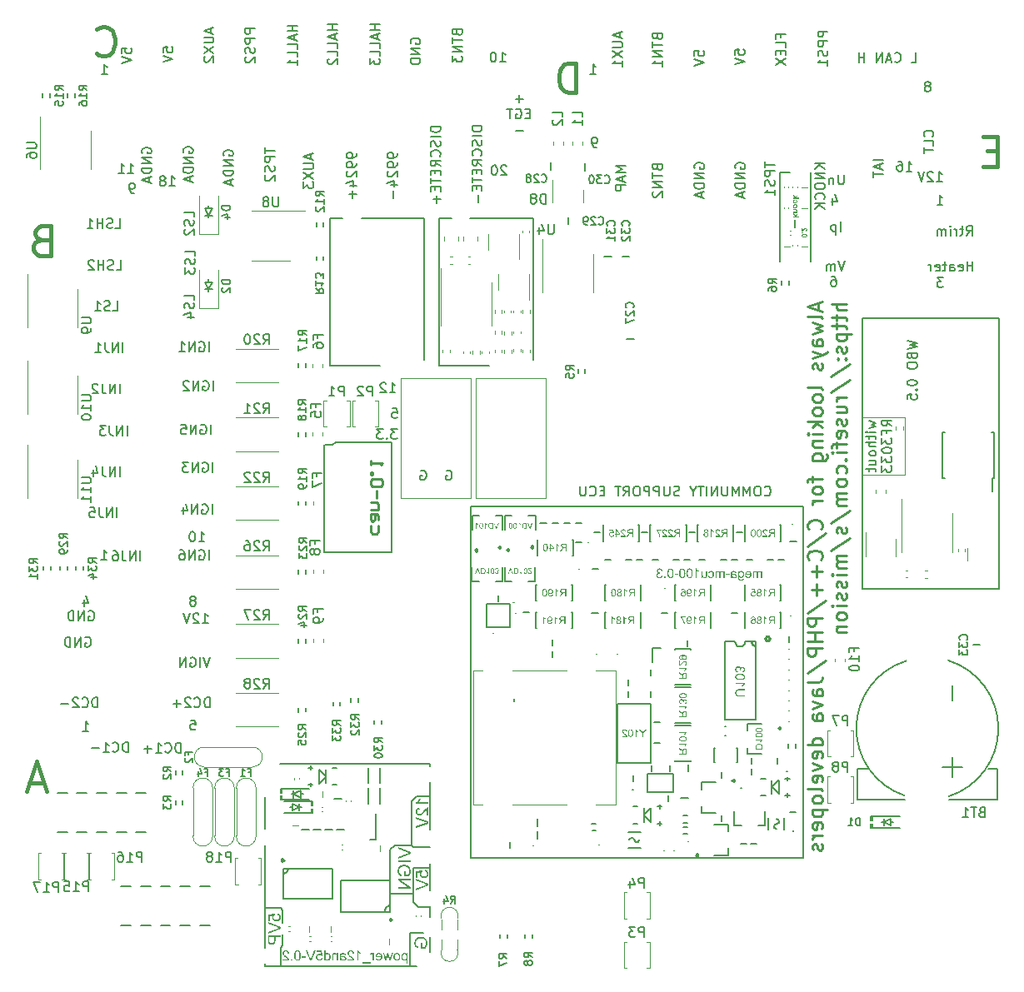
<source format=gbo>
G75*
G70*
%OFA0B0*%
%FSLAX25Y25*%
%IPPOS*%
%LPD*%
%AMOC8*
5,1,8,0,0,1.08239X$1,22.5*
%
%ADD10C,0.00787*%
%ADD131C,0.01000*%
%ADD228C,0.00300*%
%ADD79C,0.00591*%
%ADD80C,0.00472*%
%ADD84C,0.01772*%
%ADD85C,0.00669*%
%ADD86C,0.00984*%
%ADD87C,0.00500*%
%ADD89C,0.00800*%
%ADD91C,0.00390*%
%ADD99C,0.00394*%
X0000000Y0000000D02*
%LPD*%
G01*
D79*
X0155718Y0374456D02*
X0155531Y0374831D01*
X0155531Y0374831D02*
X0155531Y0375394D01*
X0155531Y0375394D02*
X0155718Y0375956D01*
X0155718Y0375956D02*
X0156093Y0376331D01*
X0156093Y0376331D02*
X0156468Y0376519D01*
X0156468Y0376519D02*
X0157218Y0376706D01*
X0157218Y0376706D02*
X0157780Y0376706D01*
X0157780Y0376706D02*
X0158530Y0376519D01*
X0158530Y0376519D02*
X0158905Y0376331D01*
X0158905Y0376331D02*
X0159280Y0375956D01*
X0159280Y0375956D02*
X0159468Y0375394D01*
X0159468Y0375394D02*
X0159468Y0375019D01*
X0159468Y0375019D02*
X0159280Y0374456D01*
X0159280Y0374456D02*
X0159093Y0374269D01*
X0159093Y0374269D02*
X0157780Y0374269D01*
X0157780Y0374269D02*
X0157780Y0375019D01*
X0159468Y0372582D02*
X0155531Y0372582D01*
X0155531Y0372582D02*
X0159468Y0370332D01*
X0159468Y0370332D02*
X0155531Y0370332D01*
X0159468Y0368457D02*
X0155531Y0368457D01*
X0155531Y0368457D02*
X0155531Y0367520D01*
X0155531Y0367520D02*
X0155718Y0366957D01*
X0155718Y0366957D02*
X0156093Y0366582D01*
X0156093Y0366582D02*
X0156468Y0366395D01*
X0156468Y0366395D02*
X0157218Y0366207D01*
X0157218Y0366207D02*
X0157780Y0366207D01*
X0157780Y0366207D02*
X0158530Y0366395D01*
X0158530Y0366395D02*
X0158905Y0366582D01*
X0158905Y0366582D02*
X0159280Y0366957D01*
X0159280Y0366957D02*
X0159468Y0367520D01*
X0159468Y0367520D02*
X0159468Y0368457D01*
X0025441Y0136801D02*
X0025816Y0136989D01*
X0025816Y0136989D02*
X0026378Y0136989D01*
X0026378Y0136989D02*
X0026940Y0136801D01*
X0026940Y0136801D02*
X0027315Y0136426D01*
X0027315Y0136426D02*
X0027503Y0136052D01*
X0027503Y0136052D02*
X0027690Y0135302D01*
X0027690Y0135302D02*
X0027690Y0134739D01*
X0027690Y0134739D02*
X0027503Y0133989D01*
X0027503Y0133989D02*
X0027315Y0133614D01*
X0027315Y0133614D02*
X0026940Y0133239D01*
X0026940Y0133239D02*
X0026378Y0133052D01*
X0026378Y0133052D02*
X0026003Y0133052D01*
X0026003Y0133052D02*
X0025441Y0133239D01*
X0025441Y0133239D02*
X0025253Y0133427D01*
X0025253Y0133427D02*
X0025253Y0134739D01*
X0025253Y0134739D02*
X0026003Y0134739D01*
X0023566Y0133052D02*
X0023566Y0136989D01*
X0023566Y0136989D02*
X0021316Y0133052D01*
X0021316Y0133052D02*
X0021316Y0136989D01*
X0019441Y0133052D02*
X0019441Y0136989D01*
X0019441Y0136989D02*
X0018504Y0136989D01*
X0018504Y0136989D02*
X0017942Y0136801D01*
X0017942Y0136801D02*
X0017567Y0136426D01*
X0017567Y0136426D02*
X0017379Y0136052D01*
X0017379Y0136052D02*
X0017192Y0135302D01*
X0017192Y0135302D02*
X0017192Y0134739D01*
X0017192Y0134739D02*
X0017379Y0133989D01*
X0017379Y0133989D02*
X0017567Y0133614D01*
X0017567Y0133614D02*
X0017942Y0133239D01*
X0017942Y0133239D02*
X0018504Y0133052D01*
X0018504Y0133052D02*
X0019441Y0133052D01*
X0059018Y0317501D02*
X0061267Y0317501D01*
X0060142Y0317501D02*
X0060142Y0321438D01*
X0060142Y0321438D02*
X0060517Y0320875D01*
X0060517Y0320875D02*
X0060892Y0320500D01*
X0060892Y0320500D02*
X0061267Y0320313D01*
X0056768Y0319750D02*
X0057143Y0319938D01*
X0057143Y0319938D02*
X0057330Y0320125D01*
X0057330Y0320125D02*
X0057518Y0320500D01*
X0057518Y0320500D02*
X0057518Y0320688D01*
X0057518Y0320688D02*
X0057330Y0321063D01*
X0057330Y0321063D02*
X0057143Y0321250D01*
X0057143Y0321250D02*
X0056768Y0321438D01*
X0056768Y0321438D02*
X0056018Y0321438D01*
X0056018Y0321438D02*
X0055643Y0321250D01*
X0055643Y0321250D02*
X0055456Y0321063D01*
X0055456Y0321063D02*
X0055268Y0320688D01*
X0055268Y0320688D02*
X0055268Y0320500D01*
X0055268Y0320500D02*
X0055456Y0320125D01*
X0055456Y0320125D02*
X0055643Y0319938D01*
X0055643Y0319938D02*
X0056018Y0319750D01*
X0056018Y0319750D02*
X0056768Y0319750D01*
X0056768Y0319750D02*
X0057143Y0319563D01*
X0057143Y0319563D02*
X0057330Y0319375D01*
X0057330Y0319375D02*
X0057518Y0319001D01*
X0057518Y0319001D02*
X0057518Y0318251D01*
X0057518Y0318251D02*
X0057330Y0317876D01*
X0057330Y0317876D02*
X0057143Y0317688D01*
X0057143Y0317688D02*
X0056768Y0317501D01*
X0056768Y0317501D02*
X0056018Y0317501D01*
X0056018Y0317501D02*
X0055643Y0317688D01*
X0055643Y0317688D02*
X0055456Y0317876D01*
X0055456Y0317876D02*
X0055268Y0318251D01*
X0055268Y0318251D02*
X0055268Y0319001D01*
X0055268Y0319001D02*
X0055456Y0319375D01*
X0055456Y0319375D02*
X0055643Y0319563D01*
X0055643Y0319563D02*
X0056018Y0319750D01*
X0143326Y0382087D02*
X0139389Y0382087D01*
X0141264Y0382087D02*
X0141264Y0379837D01*
X0143326Y0379837D02*
X0139389Y0379837D01*
X0142201Y0378150D02*
X0142201Y0376275D01*
X0143326Y0378525D02*
X0139389Y0377212D01*
X0139389Y0377212D02*
X0143326Y0375900D01*
X0143326Y0372713D02*
X0143326Y0374588D01*
X0143326Y0374588D02*
X0139389Y0374588D01*
X0143326Y0369526D02*
X0143326Y0371400D01*
X0143326Y0371400D02*
X0139389Y0371400D01*
X0139389Y0368588D02*
X0139389Y0366151D01*
X0139389Y0366151D02*
X0140889Y0367463D01*
X0140889Y0367463D02*
X0140889Y0366901D01*
X0140889Y0366901D02*
X0141076Y0366526D01*
X0141076Y0366526D02*
X0141264Y0366339D01*
X0141264Y0366339D02*
X0141639Y0366151D01*
X0141639Y0366151D02*
X0142576Y0366151D01*
X0142576Y0366151D02*
X0142951Y0366339D01*
X0142951Y0366339D02*
X0143139Y0366526D01*
X0143139Y0366526D02*
X0143326Y0366901D01*
X0143326Y0366901D02*
X0143326Y0368026D01*
X0143326Y0368026D02*
X0143139Y0368401D01*
X0143139Y0368401D02*
X0142951Y0368588D01*
X0067567Y0103721D02*
X0069441Y0103721D01*
X0069441Y0103721D02*
X0069629Y0101846D01*
X0069629Y0101846D02*
X0069441Y0102034D01*
X0069441Y0102034D02*
X0069066Y0102221D01*
X0069066Y0102221D02*
X0068129Y0102221D01*
X0068129Y0102221D02*
X0067754Y0102034D01*
X0067754Y0102034D02*
X0067567Y0101846D01*
X0067567Y0101846D02*
X0067379Y0101471D01*
X0067379Y0101471D02*
X0067379Y0100534D01*
X0067379Y0100534D02*
X0067567Y0100159D01*
X0067567Y0100159D02*
X0067754Y0099972D01*
X0067754Y0099972D02*
X0068129Y0099784D01*
X0068129Y0099784D02*
X0069066Y0099784D01*
X0069066Y0099784D02*
X0069441Y0099972D01*
X0069441Y0099972D02*
X0069629Y0100159D01*
X0075225Y0108839D02*
X0075225Y0112776D01*
X0075225Y0112776D02*
X0074288Y0112776D01*
X0074288Y0112776D02*
X0073725Y0112589D01*
X0073725Y0112589D02*
X0073350Y0112214D01*
X0073350Y0112214D02*
X0073163Y0111839D01*
X0073163Y0111839D02*
X0072975Y0111089D01*
X0072975Y0111089D02*
X0072975Y0110527D01*
X0072975Y0110527D02*
X0073163Y0109777D01*
X0073163Y0109777D02*
X0073350Y0109402D01*
X0073350Y0109402D02*
X0073725Y0109027D01*
X0073725Y0109027D02*
X0074288Y0108839D01*
X0074288Y0108839D02*
X0075225Y0108839D01*
X0069038Y0109214D02*
X0069226Y0109027D01*
X0069226Y0109027D02*
X0069788Y0108839D01*
X0069788Y0108839D02*
X0070163Y0108839D01*
X0070163Y0108839D02*
X0070726Y0109027D01*
X0070726Y0109027D02*
X0071100Y0109402D01*
X0071100Y0109402D02*
X0071288Y0109777D01*
X0071288Y0109777D02*
X0071475Y0110527D01*
X0071475Y0110527D02*
X0071475Y0111089D01*
X0071475Y0111089D02*
X0071288Y0111839D01*
X0071288Y0111839D02*
X0071100Y0112214D01*
X0071100Y0112214D02*
X0070726Y0112589D01*
X0070726Y0112589D02*
X0070163Y0112776D01*
X0070163Y0112776D02*
X0069788Y0112776D01*
X0069788Y0112776D02*
X0069226Y0112589D01*
X0069226Y0112589D02*
X0069038Y0112401D01*
X0067538Y0112401D02*
X0067351Y0112589D01*
X0067351Y0112589D02*
X0066976Y0112776D01*
X0066976Y0112776D02*
X0066039Y0112776D01*
X0066039Y0112776D02*
X0065664Y0112589D01*
X0065664Y0112589D02*
X0065476Y0112401D01*
X0065476Y0112401D02*
X0065289Y0112026D01*
X0065289Y0112026D02*
X0065289Y0111651D01*
X0065289Y0111651D02*
X0065476Y0111089D01*
X0065476Y0111089D02*
X0067726Y0108839D01*
X0067726Y0108839D02*
X0065289Y0108839D01*
X0063601Y0110339D02*
X0060602Y0110339D01*
X0062102Y0108839D02*
X0062102Y0111839D01*
X0039295Y0234430D02*
X0039295Y0238367D01*
X0037420Y0234430D02*
X0037420Y0238367D01*
X0037420Y0238367D02*
X0035171Y0234430D01*
X0035171Y0234430D02*
X0035171Y0238367D01*
X0032171Y0238367D02*
X0032171Y0235555D01*
X0032171Y0235555D02*
X0032358Y0234992D01*
X0032358Y0234992D02*
X0032733Y0234617D01*
X0032733Y0234617D02*
X0033296Y0234430D01*
X0033296Y0234430D02*
X0033671Y0234430D01*
X0030484Y0237992D02*
X0030296Y0238179D01*
X0030296Y0238179D02*
X0029921Y0238367D01*
X0029921Y0238367D02*
X0028984Y0238367D01*
X0028984Y0238367D02*
X0028609Y0238179D01*
X0028609Y0238179D02*
X0028421Y0237992D01*
X0028421Y0237992D02*
X0028234Y0237617D01*
X0028234Y0237617D02*
X0028234Y0237242D01*
X0028234Y0237242D02*
X0028421Y0236680D01*
X0028421Y0236680D02*
X0030671Y0234430D01*
X0030671Y0234430D02*
X0028234Y0234430D01*
X0167539Y0341185D02*
X0163602Y0341185D01*
X0163602Y0341185D02*
X0163602Y0340247D01*
X0163602Y0340247D02*
X0163789Y0339685D01*
X0163789Y0339685D02*
X0164164Y0339310D01*
X0164164Y0339310D02*
X0164539Y0339123D01*
X0164539Y0339123D02*
X0165289Y0338935D01*
X0165289Y0338935D02*
X0165851Y0338935D01*
X0165851Y0338935D02*
X0166601Y0339123D01*
X0166601Y0339123D02*
X0166976Y0339310D01*
X0166976Y0339310D02*
X0167351Y0339685D01*
X0167351Y0339685D02*
X0167539Y0340247D01*
X0167539Y0340247D02*
X0167539Y0341185D01*
X0167539Y0337248D02*
X0163602Y0337248D01*
X0167351Y0335561D02*
X0167539Y0334998D01*
X0167539Y0334998D02*
X0167539Y0334061D01*
X0167539Y0334061D02*
X0167351Y0333686D01*
X0167351Y0333686D02*
X0167164Y0333498D01*
X0167164Y0333498D02*
X0166789Y0333311D01*
X0166789Y0333311D02*
X0166414Y0333311D01*
X0166414Y0333311D02*
X0166039Y0333498D01*
X0166039Y0333498D02*
X0165851Y0333686D01*
X0165851Y0333686D02*
X0165664Y0334061D01*
X0165664Y0334061D02*
X0165476Y0334811D01*
X0165476Y0334811D02*
X0165289Y0335186D01*
X0165289Y0335186D02*
X0165101Y0335373D01*
X0165101Y0335373D02*
X0164727Y0335561D01*
X0164727Y0335561D02*
X0164352Y0335561D01*
X0164352Y0335561D02*
X0163977Y0335373D01*
X0163977Y0335373D02*
X0163789Y0335186D01*
X0163789Y0335186D02*
X0163602Y0334811D01*
X0163602Y0334811D02*
X0163602Y0333873D01*
X0163602Y0333873D02*
X0163789Y0333311D01*
X0167164Y0329374D02*
X0167351Y0329561D01*
X0167351Y0329561D02*
X0167539Y0330124D01*
X0167539Y0330124D02*
X0167539Y0330499D01*
X0167539Y0330499D02*
X0167351Y0331061D01*
X0167351Y0331061D02*
X0166976Y0331436D01*
X0166976Y0331436D02*
X0166601Y0331624D01*
X0166601Y0331624D02*
X0165851Y0331811D01*
X0165851Y0331811D02*
X0165289Y0331811D01*
X0165289Y0331811D02*
X0164539Y0331624D01*
X0164539Y0331624D02*
X0164164Y0331436D01*
X0164164Y0331436D02*
X0163789Y0331061D01*
X0163789Y0331061D02*
X0163602Y0330499D01*
X0163602Y0330499D02*
X0163602Y0330124D01*
X0163602Y0330124D02*
X0163789Y0329561D01*
X0163789Y0329561D02*
X0163977Y0329374D01*
X0167539Y0325437D02*
X0165664Y0326749D01*
X0167539Y0327687D02*
X0163602Y0327687D01*
X0163602Y0327687D02*
X0163602Y0326187D01*
X0163602Y0326187D02*
X0163789Y0325812D01*
X0163789Y0325812D02*
X0163977Y0325624D01*
X0163977Y0325624D02*
X0164352Y0325437D01*
X0164352Y0325437D02*
X0164914Y0325437D01*
X0164914Y0325437D02*
X0165289Y0325624D01*
X0165289Y0325624D02*
X0165476Y0325812D01*
X0165476Y0325812D02*
X0165664Y0326187D01*
X0165664Y0326187D02*
X0165664Y0327687D01*
X0165476Y0323750D02*
X0165476Y0322437D01*
X0167539Y0321875D02*
X0167539Y0323750D01*
X0167539Y0323750D02*
X0163602Y0323750D01*
X0163602Y0323750D02*
X0163602Y0321875D01*
X0163602Y0320750D02*
X0163602Y0318500D01*
X0167539Y0319625D02*
X0163602Y0319625D01*
X0165476Y0317188D02*
X0165476Y0315876D01*
X0167539Y0315313D02*
X0167539Y0317188D01*
X0167539Y0317188D02*
X0163602Y0317188D01*
X0163602Y0317188D02*
X0163602Y0315313D01*
X0166039Y0313626D02*
X0166039Y0310626D01*
X0167539Y0312126D02*
X0164539Y0312126D01*
X0324053Y0281280D02*
X0324803Y0281280D01*
X0324803Y0281280D02*
X0325178Y0281093D01*
X0325178Y0281093D02*
X0325366Y0280905D01*
X0325366Y0280905D02*
X0325741Y0280343D01*
X0325741Y0280343D02*
X0325928Y0279593D01*
X0325928Y0279593D02*
X0325928Y0278093D01*
X0325928Y0278093D02*
X0325741Y0277718D01*
X0325741Y0277718D02*
X0325553Y0277531D01*
X0325553Y0277531D02*
X0325178Y0277343D01*
X0325178Y0277343D02*
X0324428Y0277343D01*
X0324428Y0277343D02*
X0324053Y0277531D01*
X0324053Y0277531D02*
X0323866Y0277718D01*
X0323866Y0277718D02*
X0323678Y0278093D01*
X0323678Y0278093D02*
X0323678Y0279031D01*
X0323678Y0279031D02*
X0323866Y0279405D01*
X0323866Y0279405D02*
X0324053Y0279593D01*
X0324053Y0279593D02*
X0324428Y0279780D01*
X0324428Y0279780D02*
X0325178Y0279780D01*
X0325178Y0279780D02*
X0325553Y0279593D01*
X0325553Y0279593D02*
X0325741Y0279405D01*
X0325741Y0279405D02*
X0325928Y0279031D01*
X0039980Y0370632D02*
X0039980Y0372507D01*
X0039980Y0372507D02*
X0041854Y0372694D01*
X0041854Y0372694D02*
X0041667Y0372507D01*
X0041667Y0372507D02*
X0041479Y0372132D01*
X0041479Y0372132D02*
X0041479Y0371194D01*
X0041479Y0371194D02*
X0041667Y0370819D01*
X0041667Y0370819D02*
X0041854Y0370632D01*
X0041854Y0370632D02*
X0042229Y0370444D01*
X0042229Y0370444D02*
X0043167Y0370444D01*
X0043167Y0370444D02*
X0043542Y0370632D01*
X0043542Y0370632D02*
X0043729Y0370819D01*
X0043729Y0370819D02*
X0043917Y0371194D01*
X0043917Y0371194D02*
X0043917Y0372132D01*
X0043917Y0372132D02*
X0043729Y0372507D01*
X0043729Y0372507D02*
X0043542Y0372694D01*
X0039980Y0369319D02*
X0043917Y0368007D01*
X0043917Y0368007D02*
X0039980Y0366695D01*
X0150187Y0220257D02*
X0147750Y0220257D01*
X0147750Y0220257D02*
X0149063Y0218757D01*
X0149063Y0218757D02*
X0148500Y0218757D01*
X0148500Y0218757D02*
X0148125Y0218569D01*
X0148125Y0218569D02*
X0147938Y0218382D01*
X0147938Y0218382D02*
X0147750Y0218007D01*
X0147750Y0218007D02*
X0147750Y0217070D01*
X0147750Y0217070D02*
X0147938Y0216695D01*
X0147938Y0216695D02*
X0148125Y0216507D01*
X0148125Y0216507D02*
X0148500Y0216320D01*
X0148500Y0216320D02*
X0149625Y0216320D01*
X0149625Y0216320D02*
X0150000Y0216507D01*
X0150000Y0216507D02*
X0150187Y0216695D01*
X0146063Y0216695D02*
X0145876Y0216507D01*
X0145876Y0216507D02*
X0146063Y0216320D01*
X0146063Y0216320D02*
X0146250Y0216507D01*
X0146250Y0216507D02*
X0146063Y0216695D01*
X0146063Y0216695D02*
X0146063Y0216320D01*
X0144563Y0220257D02*
X0142126Y0220257D01*
X0142126Y0220257D02*
X0143438Y0218757D01*
X0143438Y0218757D02*
X0142876Y0218757D01*
X0142876Y0218757D02*
X0142501Y0218569D01*
X0142501Y0218569D02*
X0142313Y0218382D01*
X0142313Y0218382D02*
X0142126Y0218007D01*
X0142126Y0218007D02*
X0142126Y0217070D01*
X0142126Y0217070D02*
X0142313Y0216695D01*
X0142313Y0216695D02*
X0142501Y0216507D01*
X0142501Y0216507D02*
X0142876Y0216320D01*
X0142876Y0216320D02*
X0144001Y0216320D01*
X0144001Y0216320D02*
X0144376Y0216507D01*
X0144376Y0216507D02*
X0144563Y0216695D01*
X0070871Y0175199D02*
X0073121Y0175199D01*
X0071996Y0175199D02*
X0071996Y0179136D01*
X0071996Y0179136D02*
X0072371Y0178574D01*
X0072371Y0178574D02*
X0072746Y0178199D01*
X0072746Y0178199D02*
X0073121Y0178011D01*
X0068434Y0179136D02*
X0068059Y0179136D01*
X0068059Y0179136D02*
X0067684Y0178949D01*
X0067684Y0178949D02*
X0067496Y0178761D01*
X0067496Y0178761D02*
X0067309Y0178386D01*
X0067309Y0178386D02*
X0067121Y0177636D01*
X0067121Y0177636D02*
X0067121Y0176699D01*
X0067121Y0176699D02*
X0067309Y0175949D01*
X0067309Y0175949D02*
X0067496Y0175574D01*
X0067496Y0175574D02*
X0067684Y0175387D01*
X0067684Y0175387D02*
X0068059Y0175199D01*
X0068059Y0175199D02*
X0068434Y0175199D01*
X0068434Y0175199D02*
X0068809Y0175387D01*
X0068809Y0175387D02*
X0068996Y0175574D01*
X0068996Y0175574D02*
X0069184Y0175949D01*
X0069184Y0175949D02*
X0069371Y0176699D01*
X0069371Y0176699D02*
X0069371Y0177636D01*
X0069371Y0177636D02*
X0069184Y0178386D01*
X0069184Y0178386D02*
X0068996Y0178761D01*
X0068996Y0178761D02*
X0068809Y0178949D01*
X0068809Y0178949D02*
X0068434Y0179136D01*
X0026819Y0147234D02*
X0027193Y0147422D01*
X0027193Y0147422D02*
X0027756Y0147422D01*
X0027756Y0147422D02*
X0028318Y0147234D01*
X0028318Y0147234D02*
X0028693Y0146860D01*
X0028693Y0146860D02*
X0028881Y0146485D01*
X0028881Y0146485D02*
X0029068Y0145735D01*
X0029068Y0145735D02*
X0029068Y0145172D01*
X0029068Y0145172D02*
X0028881Y0144422D01*
X0028881Y0144422D02*
X0028693Y0144047D01*
X0028693Y0144047D02*
X0028318Y0143672D01*
X0028318Y0143672D02*
X0027756Y0143485D01*
X0027756Y0143485D02*
X0027381Y0143485D01*
X0027381Y0143485D02*
X0026819Y0143672D01*
X0026819Y0143672D02*
X0026631Y0143860D01*
X0026631Y0143860D02*
X0026631Y0145172D01*
X0026631Y0145172D02*
X0027381Y0145172D01*
X0024944Y0143485D02*
X0024944Y0147422D01*
X0024944Y0147422D02*
X0022694Y0143485D01*
X0022694Y0143485D02*
X0022694Y0147422D01*
X0020819Y0143485D02*
X0020819Y0147422D01*
X0020819Y0147422D02*
X0019882Y0147422D01*
X0019882Y0147422D02*
X0019319Y0147234D01*
X0019319Y0147234D02*
X0018945Y0146860D01*
X0018945Y0146860D02*
X0018757Y0146485D01*
X0018757Y0146485D02*
X0018570Y0145735D01*
X0018570Y0145735D02*
X0018570Y0145172D01*
X0018570Y0145172D02*
X0018757Y0144422D01*
X0018757Y0144422D02*
X0018945Y0144047D01*
X0018945Y0144047D02*
X0019319Y0143672D01*
X0019319Y0143672D02*
X0019882Y0143485D01*
X0019882Y0143485D02*
X0020819Y0143485D01*
X0068917Y0271822D02*
X0068917Y0273697D01*
X0068917Y0273697D02*
X0064980Y0273697D01*
X0068729Y0270697D02*
X0068917Y0270135D01*
X0068917Y0270135D02*
X0068917Y0269198D01*
X0068917Y0269198D02*
X0068729Y0268823D01*
X0068729Y0268823D02*
X0068542Y0268635D01*
X0068542Y0268635D02*
X0068167Y0268448D01*
X0068167Y0268448D02*
X0067792Y0268448D01*
X0067792Y0268448D02*
X0067417Y0268635D01*
X0067417Y0268635D02*
X0067229Y0268823D01*
X0067229Y0268823D02*
X0067042Y0269198D01*
X0067042Y0269198D02*
X0066854Y0269948D01*
X0066854Y0269948D02*
X0066667Y0270322D01*
X0066667Y0270322D02*
X0066479Y0270510D01*
X0066479Y0270510D02*
X0066104Y0270697D01*
X0066104Y0270697D02*
X0065730Y0270697D01*
X0065730Y0270697D02*
X0065355Y0270510D01*
X0065355Y0270510D02*
X0065167Y0270322D01*
X0065167Y0270322D02*
X0064980Y0269948D01*
X0064980Y0269948D02*
X0064980Y0269010D01*
X0064980Y0269010D02*
X0065167Y0268448D01*
X0066292Y0265073D02*
X0068917Y0265073D01*
X0064792Y0266010D02*
X0067604Y0266948D01*
X0067604Y0266948D02*
X0067604Y0264511D01*
X0254256Y0377203D02*
X0254443Y0376640D01*
X0254443Y0376640D02*
X0254631Y0376453D01*
X0254631Y0376453D02*
X0255006Y0376265D01*
X0255006Y0376265D02*
X0255568Y0376265D01*
X0255568Y0376265D02*
X0255943Y0376453D01*
X0255943Y0376453D02*
X0256131Y0376640D01*
X0256131Y0376640D02*
X0256318Y0377015D01*
X0256318Y0377015D02*
X0256318Y0378515D01*
X0256318Y0378515D02*
X0252381Y0378515D01*
X0252381Y0378515D02*
X0252381Y0377203D01*
X0252381Y0377203D02*
X0252569Y0376828D01*
X0252569Y0376828D02*
X0252756Y0376640D01*
X0252756Y0376640D02*
X0253131Y0376453D01*
X0253131Y0376453D02*
X0253506Y0376453D01*
X0253506Y0376453D02*
X0253881Y0376640D01*
X0253881Y0376640D02*
X0254068Y0376828D01*
X0254068Y0376828D02*
X0254256Y0377203D01*
X0254256Y0377203D02*
X0254256Y0378515D01*
X0252381Y0375141D02*
X0252381Y0372891D01*
X0256318Y0374016D02*
X0252381Y0374016D01*
X0256318Y0371579D02*
X0252381Y0371579D01*
X0252381Y0371579D02*
X0256318Y0369329D01*
X0256318Y0369329D02*
X0252381Y0369329D01*
X0256318Y0365392D02*
X0256318Y0367642D01*
X0256318Y0366517D02*
X0252381Y0366517D01*
X0252381Y0366517D02*
X0252944Y0366892D01*
X0252944Y0366892D02*
X0253319Y0367267D01*
X0253319Y0367267D02*
X0253506Y0367642D01*
X0044844Y0314745D02*
X0044094Y0314745D01*
X0044094Y0314745D02*
X0043720Y0314932D01*
X0043720Y0314932D02*
X0043532Y0315120D01*
X0043532Y0315120D02*
X0043157Y0315682D01*
X0043157Y0315682D02*
X0042970Y0316432D01*
X0042970Y0316432D02*
X0042970Y0317932D01*
X0042970Y0317932D02*
X0043157Y0318307D01*
X0043157Y0318307D02*
X0043345Y0318494D01*
X0043345Y0318494D02*
X0043720Y0318682D01*
X0043720Y0318682D02*
X0044469Y0318682D01*
X0044469Y0318682D02*
X0044844Y0318494D01*
X0044844Y0318494D02*
X0045032Y0318307D01*
X0045032Y0318307D02*
X0045219Y0317932D01*
X0045219Y0317932D02*
X0045219Y0316995D01*
X0045219Y0316995D02*
X0045032Y0316620D01*
X0045032Y0316620D02*
X0044844Y0316432D01*
X0044844Y0316432D02*
X0044469Y0316245D01*
X0044469Y0316245D02*
X0043720Y0316245D01*
X0043720Y0316245D02*
X0043345Y0316432D01*
X0043345Y0316432D02*
X0043157Y0316620D01*
X0043157Y0316620D02*
X0042970Y0316995D01*
X0150176Y0330504D02*
X0150176Y0329754D01*
X0150176Y0329754D02*
X0149989Y0329379D01*
X0149989Y0329379D02*
X0149801Y0329192D01*
X0149801Y0329192D02*
X0149239Y0328817D01*
X0149239Y0328817D02*
X0148489Y0328630D01*
X0148489Y0328630D02*
X0146989Y0328630D01*
X0146989Y0328630D02*
X0146614Y0328817D01*
X0146614Y0328817D02*
X0146427Y0329004D01*
X0146427Y0329004D02*
X0146239Y0329379D01*
X0146239Y0329379D02*
X0146239Y0330129D01*
X0146239Y0330129D02*
X0146427Y0330504D01*
X0146427Y0330504D02*
X0146614Y0330692D01*
X0146614Y0330692D02*
X0146989Y0330879D01*
X0146989Y0330879D02*
X0147927Y0330879D01*
X0147927Y0330879D02*
X0148302Y0330692D01*
X0148302Y0330692D02*
X0148489Y0330504D01*
X0148489Y0330504D02*
X0148677Y0330129D01*
X0148677Y0330129D02*
X0148677Y0329379D01*
X0148677Y0329379D02*
X0148489Y0329004D01*
X0148489Y0329004D02*
X0148302Y0328817D01*
X0148302Y0328817D02*
X0147927Y0328630D01*
X0150176Y0326755D02*
X0150176Y0326005D01*
X0150176Y0326005D02*
X0149989Y0325630D01*
X0149989Y0325630D02*
X0149801Y0325442D01*
X0149801Y0325442D02*
X0149239Y0325067D01*
X0149239Y0325067D02*
X0148489Y0324880D01*
X0148489Y0324880D02*
X0146989Y0324880D01*
X0146989Y0324880D02*
X0146614Y0325067D01*
X0146614Y0325067D02*
X0146427Y0325255D01*
X0146427Y0325255D02*
X0146239Y0325630D01*
X0146239Y0325630D02*
X0146239Y0326380D01*
X0146239Y0326380D02*
X0146427Y0326755D01*
X0146427Y0326755D02*
X0146614Y0326942D01*
X0146614Y0326942D02*
X0146989Y0327130D01*
X0146989Y0327130D02*
X0147927Y0327130D01*
X0147927Y0327130D02*
X0148302Y0326942D01*
X0148302Y0326942D02*
X0148489Y0326755D01*
X0148489Y0326755D02*
X0148677Y0326380D01*
X0148677Y0326380D02*
X0148677Y0325630D01*
X0148677Y0325630D02*
X0148489Y0325255D01*
X0148489Y0325255D02*
X0148302Y0325067D01*
X0148302Y0325067D02*
X0147927Y0324880D01*
X0146614Y0323380D02*
X0146427Y0323193D01*
X0146427Y0323193D02*
X0146239Y0322818D01*
X0146239Y0322818D02*
X0146239Y0321880D01*
X0146239Y0321880D02*
X0146427Y0321505D01*
X0146427Y0321505D02*
X0146614Y0321318D01*
X0146614Y0321318D02*
X0146989Y0321130D01*
X0146989Y0321130D02*
X0147364Y0321130D01*
X0147364Y0321130D02*
X0147927Y0321318D01*
X0147927Y0321318D02*
X0150176Y0323568D01*
X0150176Y0323568D02*
X0150176Y0321130D01*
X0147552Y0317756D02*
X0150176Y0317756D01*
X0146052Y0318693D02*
X0148864Y0319631D01*
X0148864Y0319631D02*
X0148864Y0317193D01*
X0148677Y0315694D02*
X0148677Y0312694D01*
X0042482Y0322619D02*
X0044732Y0322619D01*
X0043607Y0322619D02*
X0043607Y0326556D01*
X0043607Y0326556D02*
X0043982Y0325993D01*
X0043982Y0325993D02*
X0044357Y0325618D01*
X0044357Y0325618D02*
X0044732Y0325431D01*
X0038733Y0322619D02*
X0040982Y0322619D01*
X0039858Y0322619D02*
X0039858Y0326556D01*
X0039858Y0326556D02*
X0040232Y0325993D01*
X0040232Y0325993D02*
X0040607Y0325618D01*
X0040607Y0325618D02*
X0040982Y0325431D01*
X0110255Y0381693D02*
X0106318Y0381693D01*
X0108193Y0381693D02*
X0108193Y0379443D01*
X0110255Y0379443D02*
X0106318Y0379443D01*
X0109130Y0377756D02*
X0109130Y0375881D01*
X0110255Y0378131D02*
X0106318Y0376819D01*
X0106318Y0376819D02*
X0110255Y0375506D01*
X0110255Y0372319D02*
X0110255Y0374194D01*
X0110255Y0374194D02*
X0106318Y0374194D01*
X0110255Y0369132D02*
X0110255Y0371007D01*
X0110255Y0371007D02*
X0106318Y0371007D01*
X0110255Y0365757D02*
X0110255Y0368007D01*
X0110255Y0366882D02*
X0106318Y0366882D01*
X0106318Y0366882D02*
X0106881Y0367257D01*
X0106881Y0367257D02*
X0107256Y0367632D01*
X0107256Y0367632D02*
X0107443Y0368007D01*
X0024841Y0152015D02*
X0024841Y0149390D01*
X0025778Y0153515D02*
X0026715Y0150703D01*
X0026715Y0150703D02*
X0024278Y0150703D01*
D84*
X0007621Y0295894D02*
X0005934Y0295331D01*
X0005934Y0295331D02*
X0005371Y0294769D01*
X0005371Y0294769D02*
X0004809Y0293644D01*
X0004809Y0293644D02*
X0004809Y0291957D01*
X0004809Y0291957D02*
X0005371Y0290832D01*
X0005371Y0290832D02*
X0005934Y0290269D01*
X0005934Y0290269D02*
X0007058Y0289707D01*
X0007058Y0289707D02*
X0011558Y0289707D01*
X0011558Y0289707D02*
X0011558Y0301518D01*
X0011558Y0301518D02*
X0007621Y0301518D01*
X0007621Y0301518D02*
X0006496Y0300955D01*
X0006496Y0300955D02*
X0005934Y0300393D01*
X0005934Y0300393D02*
X0005371Y0299268D01*
X0005371Y0299268D02*
X0005371Y0298143D01*
X0005371Y0298143D02*
X0005934Y0297018D01*
X0005934Y0297018D02*
X0006496Y0296456D01*
X0006496Y0296456D02*
X0007621Y0295894D01*
X0007621Y0295894D02*
X0011558Y0295894D01*
D79*
X0380474Y0283446D02*
X0380474Y0287383D01*
X0380474Y0285508D02*
X0378225Y0285508D01*
X0378225Y0283446D02*
X0378225Y0287383D01*
X0374850Y0283633D02*
X0375225Y0283446D01*
X0375225Y0283446D02*
X0375975Y0283446D01*
X0375975Y0283446D02*
X0376350Y0283633D01*
X0376350Y0283633D02*
X0376537Y0284008D01*
X0376537Y0284008D02*
X0376537Y0285508D01*
X0376537Y0285508D02*
X0376350Y0285883D01*
X0376350Y0285883D02*
X0375975Y0286070D01*
X0375975Y0286070D02*
X0375225Y0286070D01*
X0375225Y0286070D02*
X0374850Y0285883D01*
X0374850Y0285883D02*
X0374663Y0285508D01*
X0374663Y0285508D02*
X0374663Y0285133D01*
X0374663Y0285133D02*
X0376537Y0284758D01*
X0371288Y0283446D02*
X0371288Y0285508D01*
X0371288Y0285508D02*
X0371475Y0285883D01*
X0371475Y0285883D02*
X0371850Y0286070D01*
X0371850Y0286070D02*
X0372600Y0286070D01*
X0372600Y0286070D02*
X0372975Y0285883D01*
X0371288Y0283633D02*
X0371663Y0283446D01*
X0371663Y0283446D02*
X0372600Y0283446D01*
X0372600Y0283446D02*
X0372975Y0283633D01*
X0372975Y0283633D02*
X0373163Y0284008D01*
X0373163Y0284008D02*
X0373163Y0284383D01*
X0373163Y0284383D02*
X0372975Y0284758D01*
X0372975Y0284758D02*
X0372600Y0284945D01*
X0372600Y0284945D02*
X0371663Y0284945D01*
X0371663Y0284945D02*
X0371288Y0285133D01*
X0369976Y0286070D02*
X0368476Y0286070D01*
X0369413Y0287383D02*
X0369413Y0284008D01*
X0369413Y0284008D02*
X0369226Y0283633D01*
X0369226Y0283633D02*
X0368851Y0283446D01*
X0368851Y0283446D02*
X0368476Y0283446D01*
X0365664Y0283633D02*
X0366039Y0283446D01*
X0366039Y0283446D02*
X0366789Y0283446D01*
X0366789Y0283446D02*
X0367163Y0283633D01*
X0367163Y0283633D02*
X0367351Y0284008D01*
X0367351Y0284008D02*
X0367351Y0285508D01*
X0367351Y0285508D02*
X0367163Y0285883D01*
X0367163Y0285883D02*
X0366789Y0286070D01*
X0366789Y0286070D02*
X0366039Y0286070D01*
X0366039Y0286070D02*
X0365664Y0285883D01*
X0365664Y0285883D02*
X0365476Y0285508D01*
X0365476Y0285508D02*
X0365476Y0285133D01*
X0365476Y0285133D02*
X0367351Y0284758D01*
X0363789Y0283446D02*
X0363789Y0286070D01*
X0363789Y0285320D02*
X0363601Y0285695D01*
X0363601Y0285695D02*
X0363414Y0285883D01*
X0363414Y0285883D02*
X0363039Y0286070D01*
X0363039Y0286070D02*
X0362664Y0286070D01*
X0368635Y0280887D02*
X0366198Y0280887D01*
X0366198Y0280887D02*
X0367510Y0279387D01*
X0367510Y0279387D02*
X0366948Y0279387D01*
X0366948Y0279387D02*
X0366573Y0279199D01*
X0366573Y0279199D02*
X0366385Y0279012D01*
X0366385Y0279012D02*
X0366198Y0278637D01*
X0366198Y0278637D02*
X0366198Y0277699D01*
X0366198Y0277699D02*
X0366385Y0277324D01*
X0366385Y0277324D02*
X0366573Y0277137D01*
X0366573Y0277137D02*
X0366948Y0276950D01*
X0366948Y0276950D02*
X0368073Y0276950D01*
X0368073Y0276950D02*
X0368448Y0277137D01*
X0368448Y0277137D02*
X0368635Y0277324D01*
X0069310Y0289539D02*
X0069310Y0291414D01*
X0069310Y0291414D02*
X0065373Y0291414D01*
X0069123Y0288414D02*
X0069310Y0287852D01*
X0069310Y0287852D02*
X0069310Y0286914D01*
X0069310Y0286914D02*
X0069123Y0286539D01*
X0069123Y0286539D02*
X0068935Y0286352D01*
X0068935Y0286352D02*
X0068560Y0286164D01*
X0068560Y0286164D02*
X0068185Y0286164D01*
X0068185Y0286164D02*
X0067810Y0286352D01*
X0067810Y0286352D02*
X0067623Y0286539D01*
X0067623Y0286539D02*
X0067436Y0286914D01*
X0067436Y0286914D02*
X0067248Y0287664D01*
X0067248Y0287664D02*
X0067061Y0288039D01*
X0067061Y0288039D02*
X0066873Y0288226D01*
X0066873Y0288226D02*
X0066498Y0288414D01*
X0066498Y0288414D02*
X0066123Y0288414D01*
X0066123Y0288414D02*
X0065748Y0288226D01*
X0065748Y0288226D02*
X0065561Y0288039D01*
X0065561Y0288039D02*
X0065373Y0287664D01*
X0065373Y0287664D02*
X0065373Y0286727D01*
X0065373Y0286727D02*
X0065561Y0286164D01*
X0065373Y0284852D02*
X0065373Y0282415D01*
X0065373Y0282415D02*
X0066873Y0283727D01*
X0066873Y0283727D02*
X0066873Y0283165D01*
X0066873Y0283165D02*
X0067061Y0282790D01*
X0067061Y0282790D02*
X0067248Y0282602D01*
X0067248Y0282602D02*
X0067623Y0282415D01*
X0067623Y0282415D02*
X0068560Y0282415D01*
X0068560Y0282415D02*
X0068935Y0282602D01*
X0068935Y0282602D02*
X0069123Y0282790D01*
X0069123Y0282790D02*
X0069310Y0283165D01*
X0069310Y0283165D02*
X0069310Y0284289D01*
X0069310Y0284289D02*
X0069123Y0284664D01*
X0069123Y0284664D02*
X0068935Y0284852D01*
X0285255Y0370041D02*
X0285255Y0371916D01*
X0285255Y0371916D02*
X0287130Y0372103D01*
X0287130Y0372103D02*
X0286942Y0371916D01*
X0286942Y0371916D02*
X0286755Y0371541D01*
X0286755Y0371541D02*
X0286755Y0370604D01*
X0286755Y0370604D02*
X0286942Y0370229D01*
X0286942Y0370229D02*
X0287130Y0370041D01*
X0287130Y0370041D02*
X0287505Y0369854D01*
X0287505Y0369854D02*
X0288442Y0369854D01*
X0288442Y0369854D02*
X0288817Y0370041D01*
X0288817Y0370041D02*
X0289005Y0370229D01*
X0289005Y0370229D02*
X0289192Y0370604D01*
X0289192Y0370604D02*
X0289192Y0371541D01*
X0289192Y0371541D02*
X0289005Y0371916D01*
X0289005Y0371916D02*
X0288817Y0372103D01*
X0285255Y0368729D02*
X0289192Y0367417D01*
X0289192Y0367417D02*
X0285255Y0366104D01*
D86*
X0318681Y0270669D02*
X0318681Y0267856D01*
X0320368Y0271231D02*
X0314462Y0269262D01*
X0314462Y0269262D02*
X0320368Y0267294D01*
X0320368Y0264482D02*
X0320087Y0265044D01*
X0320087Y0265044D02*
X0319524Y0265325D01*
X0319524Y0265325D02*
X0314462Y0265325D01*
X0316431Y0262795D02*
X0320368Y0261670D01*
X0320368Y0261670D02*
X0317556Y0260545D01*
X0317556Y0260545D02*
X0320368Y0259420D01*
X0320368Y0259420D02*
X0316431Y0258295D01*
X0320368Y0253514D02*
X0317274Y0253514D01*
X0317274Y0253514D02*
X0316712Y0253796D01*
X0316712Y0253796D02*
X0316431Y0254358D01*
X0316431Y0254358D02*
X0316431Y0255483D01*
X0316431Y0255483D02*
X0316712Y0256045D01*
X0320087Y0253514D02*
X0320368Y0254077D01*
X0320368Y0254077D02*
X0320368Y0255483D01*
X0320368Y0255483D02*
X0320087Y0256045D01*
X0320087Y0256045D02*
X0319524Y0256327D01*
X0319524Y0256327D02*
X0318962Y0256327D01*
X0318962Y0256327D02*
X0318399Y0256045D01*
X0318399Y0256045D02*
X0318118Y0255483D01*
X0318118Y0255483D02*
X0318118Y0254077D01*
X0318118Y0254077D02*
X0317837Y0253514D01*
X0316431Y0251265D02*
X0320368Y0249859D01*
X0316431Y0248453D02*
X0320368Y0249859D01*
X0320368Y0249859D02*
X0321774Y0250421D01*
X0321774Y0250421D02*
X0322055Y0250702D01*
X0322055Y0250702D02*
X0322336Y0251265D01*
X0320087Y0246484D02*
X0320368Y0245922D01*
X0320368Y0245922D02*
X0320368Y0244797D01*
X0320368Y0244797D02*
X0320087Y0244234D01*
X0320087Y0244234D02*
X0319524Y0243953D01*
X0319524Y0243953D02*
X0319243Y0243953D01*
X0319243Y0243953D02*
X0318681Y0244234D01*
X0318681Y0244234D02*
X0318399Y0244797D01*
X0318399Y0244797D02*
X0318399Y0245640D01*
X0318399Y0245640D02*
X0318118Y0246203D01*
X0318118Y0246203D02*
X0317556Y0246484D01*
X0317556Y0246484D02*
X0317274Y0246484D01*
X0317274Y0246484D02*
X0316712Y0246203D01*
X0316712Y0246203D02*
X0316431Y0245640D01*
X0316431Y0245640D02*
X0316431Y0244797D01*
X0316431Y0244797D02*
X0316712Y0244234D01*
X0320368Y0236079D02*
X0320087Y0236642D01*
X0320087Y0236642D02*
X0319524Y0236923D01*
X0319524Y0236923D02*
X0314462Y0236923D01*
X0320368Y0232986D02*
X0320087Y0233548D01*
X0320087Y0233548D02*
X0319805Y0233829D01*
X0319805Y0233829D02*
X0319243Y0234111D01*
X0319243Y0234111D02*
X0317556Y0234111D01*
X0317556Y0234111D02*
X0316993Y0233829D01*
X0316993Y0233829D02*
X0316712Y0233548D01*
X0316712Y0233548D02*
X0316431Y0232986D01*
X0316431Y0232986D02*
X0316431Y0232142D01*
X0316431Y0232142D02*
X0316712Y0231580D01*
X0316712Y0231580D02*
X0316993Y0231298D01*
X0316993Y0231298D02*
X0317556Y0231017D01*
X0317556Y0231017D02*
X0319243Y0231017D01*
X0319243Y0231017D02*
X0319805Y0231298D01*
X0319805Y0231298D02*
X0320087Y0231580D01*
X0320087Y0231580D02*
X0320368Y0232142D01*
X0320368Y0232142D02*
X0320368Y0232986D01*
X0320368Y0227643D02*
X0320087Y0228205D01*
X0320087Y0228205D02*
X0319805Y0228486D01*
X0319805Y0228486D02*
X0319243Y0228768D01*
X0319243Y0228768D02*
X0317556Y0228768D01*
X0317556Y0228768D02*
X0316993Y0228486D01*
X0316993Y0228486D02*
X0316712Y0228205D01*
X0316712Y0228205D02*
X0316431Y0227643D01*
X0316431Y0227643D02*
X0316431Y0226799D01*
X0316431Y0226799D02*
X0316712Y0226237D01*
X0316712Y0226237D02*
X0316993Y0225955D01*
X0316993Y0225955D02*
X0317556Y0225674D01*
X0317556Y0225674D02*
X0319243Y0225674D01*
X0319243Y0225674D02*
X0319805Y0225955D01*
X0319805Y0225955D02*
X0320087Y0226237D01*
X0320087Y0226237D02*
X0320368Y0226799D01*
X0320368Y0226799D02*
X0320368Y0227643D01*
X0320368Y0223143D02*
X0314462Y0223143D01*
X0318118Y0222581D02*
X0320368Y0220894D01*
X0316431Y0220894D02*
X0318681Y0223143D01*
X0320368Y0218363D02*
X0316431Y0218363D01*
X0314462Y0218363D02*
X0314744Y0218644D01*
X0314744Y0218644D02*
X0315025Y0218363D01*
X0315025Y0218363D02*
X0314744Y0218081D01*
X0314744Y0218081D02*
X0314462Y0218363D01*
X0314462Y0218363D02*
X0315025Y0218363D01*
X0316431Y0215550D02*
X0320368Y0215550D01*
X0316993Y0215550D02*
X0316712Y0215269D01*
X0316712Y0215269D02*
X0316431Y0214707D01*
X0316431Y0214707D02*
X0316431Y0213863D01*
X0316431Y0213863D02*
X0316712Y0213301D01*
X0316712Y0213301D02*
X0317274Y0213020D01*
X0317274Y0213020D02*
X0320368Y0213020D01*
X0316431Y0207676D02*
X0321211Y0207676D01*
X0321211Y0207676D02*
X0321774Y0207958D01*
X0321774Y0207958D02*
X0322055Y0208239D01*
X0322055Y0208239D02*
X0322336Y0208801D01*
X0322336Y0208801D02*
X0322336Y0209645D01*
X0322336Y0209645D02*
X0322055Y0210207D01*
X0320087Y0207676D02*
X0320368Y0208239D01*
X0320368Y0208239D02*
X0320368Y0209364D01*
X0320368Y0209364D02*
X0320087Y0209926D01*
X0320087Y0209926D02*
X0319805Y0210207D01*
X0319805Y0210207D02*
X0319243Y0210489D01*
X0319243Y0210489D02*
X0317556Y0210489D01*
X0317556Y0210489D02*
X0316993Y0210207D01*
X0316993Y0210207D02*
X0316712Y0209926D01*
X0316712Y0209926D02*
X0316431Y0209364D01*
X0316431Y0209364D02*
X0316431Y0208239D01*
X0316431Y0208239D02*
X0316712Y0207676D01*
X0316431Y0201208D02*
X0316431Y0198959D01*
X0320368Y0200365D02*
X0315306Y0200365D01*
X0315306Y0200365D02*
X0314744Y0200084D01*
X0314744Y0200084D02*
X0314462Y0199521D01*
X0314462Y0199521D02*
X0314462Y0198959D01*
X0320368Y0196147D02*
X0320087Y0196709D01*
X0320087Y0196709D02*
X0319805Y0196990D01*
X0319805Y0196990D02*
X0319243Y0197271D01*
X0319243Y0197271D02*
X0317556Y0197271D01*
X0317556Y0197271D02*
X0316993Y0196990D01*
X0316993Y0196990D02*
X0316712Y0196709D01*
X0316712Y0196709D02*
X0316431Y0196147D01*
X0316431Y0196147D02*
X0316431Y0195303D01*
X0316431Y0195303D02*
X0316712Y0194741D01*
X0316712Y0194741D02*
X0316993Y0194459D01*
X0316993Y0194459D02*
X0317556Y0194178D01*
X0317556Y0194178D02*
X0319243Y0194178D01*
X0319243Y0194178D02*
X0319805Y0194459D01*
X0319805Y0194459D02*
X0320087Y0194741D01*
X0320087Y0194741D02*
X0320368Y0195303D01*
X0320368Y0195303D02*
X0320368Y0196147D01*
X0320368Y0191647D02*
X0316431Y0191647D01*
X0317556Y0191647D02*
X0316993Y0191366D01*
X0316993Y0191366D02*
X0316712Y0191085D01*
X0316712Y0191085D02*
X0316431Y0190522D01*
X0316431Y0190522D02*
X0316431Y0189960D01*
X0319805Y0180117D02*
X0320087Y0180399D01*
X0320087Y0180399D02*
X0320368Y0181242D01*
X0320368Y0181242D02*
X0320368Y0181805D01*
X0320368Y0181805D02*
X0320087Y0182648D01*
X0320087Y0182648D02*
X0319524Y0183211D01*
X0319524Y0183211D02*
X0318962Y0183492D01*
X0318962Y0183492D02*
X0317837Y0183773D01*
X0317837Y0183773D02*
X0316993Y0183773D01*
X0316993Y0183773D02*
X0315868Y0183492D01*
X0315868Y0183492D02*
X0315306Y0183211D01*
X0315306Y0183211D02*
X0314744Y0182648D01*
X0314744Y0182648D02*
X0314462Y0181805D01*
X0314462Y0181805D02*
X0314462Y0181242D01*
X0314462Y0181242D02*
X0314744Y0180399D01*
X0314744Y0180399D02*
X0315025Y0180117D01*
X0314181Y0173368D02*
X0321774Y0178430D01*
X0319805Y0168025D02*
X0320087Y0168306D01*
X0320087Y0168306D02*
X0320368Y0169150D01*
X0320368Y0169150D02*
X0320368Y0169712D01*
X0320368Y0169712D02*
X0320087Y0170556D01*
X0320087Y0170556D02*
X0319524Y0171118D01*
X0319524Y0171118D02*
X0318962Y0171400D01*
X0318962Y0171400D02*
X0317837Y0171681D01*
X0317837Y0171681D02*
X0316993Y0171681D01*
X0316993Y0171681D02*
X0315868Y0171400D01*
X0315868Y0171400D02*
X0315306Y0171118D01*
X0315306Y0171118D02*
X0314744Y0170556D01*
X0314744Y0170556D02*
X0314462Y0169712D01*
X0314462Y0169712D02*
X0314462Y0169150D01*
X0314462Y0169150D02*
X0314744Y0168306D01*
X0314744Y0168306D02*
X0315025Y0168025D01*
X0318118Y0165494D02*
X0318118Y0160995D01*
X0320368Y0163244D02*
X0315868Y0163244D01*
X0318118Y0158183D02*
X0318118Y0153683D01*
X0320368Y0155933D02*
X0315868Y0155933D01*
X0314181Y0146653D02*
X0321774Y0151715D01*
X0320368Y0144684D02*
X0314462Y0144684D01*
X0314462Y0144684D02*
X0314462Y0142435D01*
X0314462Y0142435D02*
X0314744Y0141872D01*
X0314744Y0141872D02*
X0315025Y0141591D01*
X0315025Y0141591D02*
X0315587Y0141310D01*
X0315587Y0141310D02*
X0316431Y0141310D01*
X0316431Y0141310D02*
X0316993Y0141591D01*
X0316993Y0141591D02*
X0317274Y0141872D01*
X0317274Y0141872D02*
X0317556Y0142435D01*
X0317556Y0142435D02*
X0317556Y0144684D01*
X0320368Y0138779D02*
X0314462Y0138779D01*
X0317274Y0138779D02*
X0317274Y0135404D01*
X0320368Y0135404D02*
X0314462Y0135404D01*
X0320368Y0132592D02*
X0314462Y0132592D01*
X0314462Y0132592D02*
X0314462Y0130342D01*
X0314462Y0130342D02*
X0314744Y0129780D01*
X0314744Y0129780D02*
X0315025Y0129499D01*
X0315025Y0129499D02*
X0315587Y0129217D01*
X0315587Y0129217D02*
X0316431Y0129217D01*
X0316431Y0129217D02*
X0316993Y0129499D01*
X0316993Y0129499D02*
X0317274Y0129780D01*
X0317274Y0129780D02*
X0317556Y0130342D01*
X0317556Y0130342D02*
X0317556Y0132592D01*
X0314181Y0122468D02*
X0321774Y0127530D01*
X0314462Y0118813D02*
X0318681Y0118813D01*
X0318681Y0118813D02*
X0319524Y0119094D01*
X0319524Y0119094D02*
X0320087Y0119656D01*
X0320087Y0119656D02*
X0320368Y0120500D01*
X0320368Y0120500D02*
X0320368Y0121062D01*
X0320368Y0113469D02*
X0317274Y0113469D01*
X0317274Y0113469D02*
X0316712Y0113751D01*
X0316712Y0113751D02*
X0316431Y0114313D01*
X0316431Y0114313D02*
X0316431Y0115438D01*
X0316431Y0115438D02*
X0316712Y0116000D01*
X0320087Y0113469D02*
X0320368Y0114032D01*
X0320368Y0114032D02*
X0320368Y0115438D01*
X0320368Y0115438D02*
X0320087Y0116000D01*
X0320087Y0116000D02*
X0319524Y0116282D01*
X0319524Y0116282D02*
X0318962Y0116282D01*
X0318962Y0116282D02*
X0318399Y0116000D01*
X0318399Y0116000D02*
X0318118Y0115438D01*
X0318118Y0115438D02*
X0318118Y0114032D01*
X0318118Y0114032D02*
X0317837Y0113469D01*
X0316431Y0111220D02*
X0320368Y0109814D01*
X0320368Y0109814D02*
X0316431Y0108408D01*
X0320368Y0103627D02*
X0317274Y0103627D01*
X0317274Y0103627D02*
X0316712Y0103908D01*
X0316712Y0103908D02*
X0316431Y0104471D01*
X0316431Y0104471D02*
X0316431Y0105595D01*
X0316431Y0105595D02*
X0316712Y0106158D01*
X0320087Y0103627D02*
X0320368Y0104189D01*
X0320368Y0104189D02*
X0320368Y0105595D01*
X0320368Y0105595D02*
X0320087Y0106158D01*
X0320087Y0106158D02*
X0319524Y0106439D01*
X0319524Y0106439D02*
X0318962Y0106439D01*
X0318962Y0106439D02*
X0318399Y0106158D01*
X0318399Y0106158D02*
X0318118Y0105595D01*
X0318118Y0105595D02*
X0318118Y0104189D01*
X0318118Y0104189D02*
X0317837Y0103627D01*
X0320368Y0093784D02*
X0314462Y0093784D01*
X0320087Y0093784D02*
X0320368Y0094347D01*
X0320368Y0094347D02*
X0320368Y0095472D01*
X0320368Y0095472D02*
X0320087Y0096034D01*
X0320087Y0096034D02*
X0319805Y0096315D01*
X0319805Y0096315D02*
X0319243Y0096597D01*
X0319243Y0096597D02*
X0317556Y0096597D01*
X0317556Y0096597D02*
X0316993Y0096315D01*
X0316993Y0096315D02*
X0316712Y0096034D01*
X0316712Y0096034D02*
X0316431Y0095472D01*
X0316431Y0095472D02*
X0316431Y0094347D01*
X0316431Y0094347D02*
X0316712Y0093784D01*
X0320087Y0088723D02*
X0320368Y0089285D01*
X0320368Y0089285D02*
X0320368Y0090410D01*
X0320368Y0090410D02*
X0320087Y0090972D01*
X0320087Y0090972D02*
X0319524Y0091253D01*
X0319524Y0091253D02*
X0317274Y0091253D01*
X0317274Y0091253D02*
X0316712Y0090972D01*
X0316712Y0090972D02*
X0316431Y0090410D01*
X0316431Y0090410D02*
X0316431Y0089285D01*
X0316431Y0089285D02*
X0316712Y0088723D01*
X0316712Y0088723D02*
X0317274Y0088441D01*
X0317274Y0088441D02*
X0317837Y0088441D01*
X0317837Y0088441D02*
X0318399Y0091253D01*
X0316431Y0086473D02*
X0320368Y0085067D01*
X0320368Y0085067D02*
X0316431Y0083661D01*
X0320087Y0079161D02*
X0320368Y0079724D01*
X0320368Y0079724D02*
X0320368Y0080849D01*
X0320368Y0080849D02*
X0320087Y0081411D01*
X0320087Y0081411D02*
X0319524Y0081692D01*
X0319524Y0081692D02*
X0317274Y0081692D01*
X0317274Y0081692D02*
X0316712Y0081411D01*
X0316712Y0081411D02*
X0316431Y0080849D01*
X0316431Y0080849D02*
X0316431Y0079724D01*
X0316431Y0079724D02*
X0316712Y0079161D01*
X0316712Y0079161D02*
X0317274Y0078880D01*
X0317274Y0078880D02*
X0317837Y0078880D01*
X0317837Y0078880D02*
X0318399Y0081692D01*
X0320368Y0075505D02*
X0320087Y0076068D01*
X0320087Y0076068D02*
X0319524Y0076349D01*
X0319524Y0076349D02*
X0314462Y0076349D01*
X0320368Y0072412D02*
X0320087Y0072975D01*
X0320087Y0072975D02*
X0319805Y0073256D01*
X0319805Y0073256D02*
X0319243Y0073537D01*
X0319243Y0073537D02*
X0317556Y0073537D01*
X0317556Y0073537D02*
X0316993Y0073256D01*
X0316993Y0073256D02*
X0316712Y0072975D01*
X0316712Y0072975D02*
X0316431Y0072412D01*
X0316431Y0072412D02*
X0316431Y0071568D01*
X0316431Y0071568D02*
X0316712Y0071006D01*
X0316712Y0071006D02*
X0316993Y0070725D01*
X0316993Y0070725D02*
X0317556Y0070444D01*
X0317556Y0070444D02*
X0319243Y0070444D01*
X0319243Y0070444D02*
X0319805Y0070725D01*
X0319805Y0070725D02*
X0320087Y0071006D01*
X0320087Y0071006D02*
X0320368Y0071568D01*
X0320368Y0071568D02*
X0320368Y0072412D01*
X0316431Y0067913D02*
X0322336Y0067913D01*
X0316712Y0067913D02*
X0316431Y0067350D01*
X0316431Y0067350D02*
X0316431Y0066225D01*
X0316431Y0066225D02*
X0316712Y0065663D01*
X0316712Y0065663D02*
X0316993Y0065382D01*
X0316993Y0065382D02*
X0317556Y0065100D01*
X0317556Y0065100D02*
X0319243Y0065100D01*
X0319243Y0065100D02*
X0319805Y0065382D01*
X0319805Y0065382D02*
X0320087Y0065663D01*
X0320087Y0065663D02*
X0320368Y0066225D01*
X0320368Y0066225D02*
X0320368Y0067350D01*
X0320368Y0067350D02*
X0320087Y0067913D01*
X0320087Y0060320D02*
X0320368Y0060882D01*
X0320368Y0060882D02*
X0320368Y0062007D01*
X0320368Y0062007D02*
X0320087Y0062570D01*
X0320087Y0062570D02*
X0319524Y0062851D01*
X0319524Y0062851D02*
X0317274Y0062851D01*
X0317274Y0062851D02*
X0316712Y0062570D01*
X0316712Y0062570D02*
X0316431Y0062007D01*
X0316431Y0062007D02*
X0316431Y0060882D01*
X0316431Y0060882D02*
X0316712Y0060320D01*
X0316712Y0060320D02*
X0317274Y0060039D01*
X0317274Y0060039D02*
X0317837Y0060039D01*
X0317837Y0060039D02*
X0318399Y0062851D01*
X0320368Y0057508D02*
X0316431Y0057508D01*
X0317556Y0057508D02*
X0316993Y0057226D01*
X0316993Y0057226D02*
X0316712Y0056945D01*
X0316712Y0056945D02*
X0316431Y0056383D01*
X0316431Y0056383D02*
X0316431Y0055820D01*
X0320087Y0054133D02*
X0320368Y0053571D01*
X0320368Y0053571D02*
X0320368Y0052446D01*
X0320368Y0052446D02*
X0320087Y0051883D01*
X0320087Y0051883D02*
X0319524Y0051602D01*
X0319524Y0051602D02*
X0319243Y0051602D01*
X0319243Y0051602D02*
X0318681Y0051883D01*
X0318681Y0051883D02*
X0318399Y0052446D01*
X0318399Y0052446D02*
X0318399Y0053289D01*
X0318399Y0053289D02*
X0318118Y0053852D01*
X0318118Y0053852D02*
X0317556Y0054133D01*
X0317556Y0054133D02*
X0317274Y0054133D01*
X0317274Y0054133D02*
X0316712Y0053852D01*
X0316712Y0053852D02*
X0316431Y0053289D01*
X0316431Y0053289D02*
X0316431Y0052446D01*
X0316431Y0052446D02*
X0316712Y0051883D01*
X0329876Y0270387D02*
X0323970Y0270387D01*
X0329876Y0267856D02*
X0326782Y0267856D01*
X0326782Y0267856D02*
X0326220Y0268138D01*
X0326220Y0268138D02*
X0325939Y0268700D01*
X0325939Y0268700D02*
X0325939Y0269544D01*
X0325939Y0269544D02*
X0326220Y0270106D01*
X0326220Y0270106D02*
X0326501Y0270387D01*
X0325939Y0265888D02*
X0325939Y0263638D01*
X0323970Y0265044D02*
X0329032Y0265044D01*
X0329032Y0265044D02*
X0329594Y0264763D01*
X0329594Y0264763D02*
X0329876Y0264201D01*
X0329876Y0264201D02*
X0329876Y0263638D01*
X0325939Y0262513D02*
X0325939Y0260264D01*
X0323970Y0261670D02*
X0329032Y0261670D01*
X0329032Y0261670D02*
X0329594Y0261388D01*
X0329594Y0261388D02*
X0329876Y0260826D01*
X0329876Y0260826D02*
X0329876Y0260264D01*
X0325939Y0258295D02*
X0331844Y0258295D01*
X0326220Y0258295D02*
X0325939Y0257733D01*
X0325939Y0257733D02*
X0325939Y0256608D01*
X0325939Y0256608D02*
X0326220Y0256045D01*
X0326220Y0256045D02*
X0326501Y0255764D01*
X0326501Y0255764D02*
X0327064Y0255483D01*
X0327064Y0255483D02*
X0328751Y0255483D01*
X0328751Y0255483D02*
X0329313Y0255764D01*
X0329313Y0255764D02*
X0329594Y0256045D01*
X0329594Y0256045D02*
X0329876Y0256608D01*
X0329876Y0256608D02*
X0329876Y0257733D01*
X0329876Y0257733D02*
X0329594Y0258295D01*
X0329594Y0253233D02*
X0329876Y0252671D01*
X0329876Y0252671D02*
X0329876Y0251546D01*
X0329876Y0251546D02*
X0329594Y0250984D01*
X0329594Y0250984D02*
X0329032Y0250702D01*
X0329032Y0250702D02*
X0328751Y0250702D01*
X0328751Y0250702D02*
X0328188Y0250984D01*
X0328188Y0250984D02*
X0327907Y0251546D01*
X0327907Y0251546D02*
X0327907Y0252390D01*
X0327907Y0252390D02*
X0327626Y0252952D01*
X0327626Y0252952D02*
X0327064Y0253233D01*
X0327064Y0253233D02*
X0326782Y0253233D01*
X0326782Y0253233D02*
X0326220Y0252952D01*
X0326220Y0252952D02*
X0325939Y0252390D01*
X0325939Y0252390D02*
X0325939Y0251546D01*
X0325939Y0251546D02*
X0326220Y0250984D01*
X0329313Y0248171D02*
X0329594Y0247890D01*
X0329594Y0247890D02*
X0329876Y0248171D01*
X0329876Y0248171D02*
X0329594Y0248453D01*
X0329594Y0248453D02*
X0329313Y0248171D01*
X0329313Y0248171D02*
X0329876Y0248171D01*
X0326220Y0248171D02*
X0326501Y0247890D01*
X0326501Y0247890D02*
X0326782Y0248171D01*
X0326782Y0248171D02*
X0326501Y0248453D01*
X0326501Y0248453D02*
X0326220Y0248171D01*
X0326220Y0248171D02*
X0326782Y0248171D01*
X0323689Y0241141D02*
X0331282Y0246203D01*
X0323689Y0234954D02*
X0331282Y0240016D01*
X0329876Y0232986D02*
X0325939Y0232986D01*
X0327064Y0232986D02*
X0326501Y0232705D01*
X0326501Y0232705D02*
X0326220Y0232423D01*
X0326220Y0232423D02*
X0325939Y0231861D01*
X0325939Y0231861D02*
X0325939Y0231298D01*
X0325939Y0226799D02*
X0329876Y0226799D01*
X0325939Y0229330D02*
X0329032Y0229330D01*
X0329032Y0229330D02*
X0329594Y0229049D01*
X0329594Y0229049D02*
X0329876Y0228486D01*
X0329876Y0228486D02*
X0329876Y0227643D01*
X0329876Y0227643D02*
X0329594Y0227080D01*
X0329594Y0227080D02*
X0329313Y0226799D01*
X0329594Y0224268D02*
X0329876Y0223706D01*
X0329876Y0223706D02*
X0329876Y0222581D01*
X0329876Y0222581D02*
X0329594Y0222018D01*
X0329594Y0222018D02*
X0329032Y0221737D01*
X0329032Y0221737D02*
X0328751Y0221737D01*
X0328751Y0221737D02*
X0328188Y0222018D01*
X0328188Y0222018D02*
X0327907Y0222581D01*
X0327907Y0222581D02*
X0327907Y0223424D01*
X0327907Y0223424D02*
X0327626Y0223987D01*
X0327626Y0223987D02*
X0327064Y0224268D01*
X0327064Y0224268D02*
X0326782Y0224268D01*
X0326782Y0224268D02*
X0326220Y0223987D01*
X0326220Y0223987D02*
X0325939Y0223424D01*
X0325939Y0223424D02*
X0325939Y0222581D01*
X0325939Y0222581D02*
X0326220Y0222018D01*
X0329594Y0216957D02*
X0329876Y0217519D01*
X0329876Y0217519D02*
X0329876Y0218644D01*
X0329876Y0218644D02*
X0329594Y0219206D01*
X0329594Y0219206D02*
X0329032Y0219487D01*
X0329032Y0219487D02*
X0326782Y0219487D01*
X0326782Y0219487D02*
X0326220Y0219206D01*
X0326220Y0219206D02*
X0325939Y0218644D01*
X0325939Y0218644D02*
X0325939Y0217519D01*
X0325939Y0217519D02*
X0326220Y0216957D01*
X0326220Y0216957D02*
X0326782Y0216675D01*
X0326782Y0216675D02*
X0327345Y0216675D01*
X0327345Y0216675D02*
X0327907Y0219487D01*
X0325939Y0214988D02*
X0325939Y0212738D01*
X0329876Y0214144D02*
X0324814Y0214144D01*
X0324814Y0214144D02*
X0324251Y0213863D01*
X0324251Y0213863D02*
X0323970Y0213301D01*
X0323970Y0213301D02*
X0323970Y0212738D01*
X0329876Y0210770D02*
X0325939Y0210770D01*
X0323970Y0210770D02*
X0324251Y0211051D01*
X0324251Y0211051D02*
X0324533Y0210770D01*
X0324533Y0210770D02*
X0324251Y0210489D01*
X0324251Y0210489D02*
X0323970Y0210770D01*
X0323970Y0210770D02*
X0324533Y0210770D01*
X0329313Y0207958D02*
X0329594Y0207676D01*
X0329594Y0207676D02*
X0329876Y0207958D01*
X0329876Y0207958D02*
X0329594Y0208239D01*
X0329594Y0208239D02*
X0329313Y0207958D01*
X0329313Y0207958D02*
X0329876Y0207958D01*
X0329594Y0202615D02*
X0329876Y0203177D01*
X0329876Y0203177D02*
X0329876Y0204302D01*
X0329876Y0204302D02*
X0329594Y0204864D01*
X0329594Y0204864D02*
X0329313Y0205145D01*
X0329313Y0205145D02*
X0328751Y0205427D01*
X0328751Y0205427D02*
X0327064Y0205427D01*
X0327064Y0205427D02*
X0326501Y0205145D01*
X0326501Y0205145D02*
X0326220Y0204864D01*
X0326220Y0204864D02*
X0325939Y0204302D01*
X0325939Y0204302D02*
X0325939Y0203177D01*
X0325939Y0203177D02*
X0326220Y0202615D01*
X0329876Y0199240D02*
X0329594Y0199802D01*
X0329594Y0199802D02*
X0329313Y0200084D01*
X0329313Y0200084D02*
X0328751Y0200365D01*
X0328751Y0200365D02*
X0327064Y0200365D01*
X0327064Y0200365D02*
X0326501Y0200084D01*
X0326501Y0200084D02*
X0326220Y0199802D01*
X0326220Y0199802D02*
X0325939Y0199240D01*
X0325939Y0199240D02*
X0325939Y0198396D01*
X0325939Y0198396D02*
X0326220Y0197834D01*
X0326220Y0197834D02*
X0326501Y0197553D01*
X0326501Y0197553D02*
X0327064Y0197271D01*
X0327064Y0197271D02*
X0328751Y0197271D01*
X0328751Y0197271D02*
X0329313Y0197553D01*
X0329313Y0197553D02*
X0329594Y0197834D01*
X0329594Y0197834D02*
X0329876Y0198396D01*
X0329876Y0198396D02*
X0329876Y0199240D01*
X0329876Y0194741D02*
X0325939Y0194741D01*
X0326501Y0194741D02*
X0326220Y0194459D01*
X0326220Y0194459D02*
X0325939Y0193897D01*
X0325939Y0193897D02*
X0325939Y0193053D01*
X0325939Y0193053D02*
X0326220Y0192491D01*
X0326220Y0192491D02*
X0326782Y0192210D01*
X0326782Y0192210D02*
X0329876Y0192210D01*
X0326782Y0192210D02*
X0326220Y0191928D01*
X0326220Y0191928D02*
X0325939Y0191366D01*
X0325939Y0191366D02*
X0325939Y0190522D01*
X0325939Y0190522D02*
X0326220Y0189960D01*
X0326220Y0189960D02*
X0326782Y0189679D01*
X0326782Y0189679D02*
X0329876Y0189679D01*
X0323689Y0182648D02*
X0331282Y0187710D01*
X0329594Y0180961D02*
X0329876Y0180399D01*
X0329876Y0180399D02*
X0329876Y0179274D01*
X0329876Y0179274D02*
X0329594Y0178711D01*
X0329594Y0178711D02*
X0329032Y0178430D01*
X0329032Y0178430D02*
X0328751Y0178430D01*
X0328751Y0178430D02*
X0328188Y0178711D01*
X0328188Y0178711D02*
X0327907Y0179274D01*
X0327907Y0179274D02*
X0327907Y0180117D01*
X0327907Y0180117D02*
X0327626Y0180680D01*
X0327626Y0180680D02*
X0327064Y0180961D01*
X0327064Y0180961D02*
X0326782Y0180961D01*
X0326782Y0180961D02*
X0326220Y0180680D01*
X0326220Y0180680D02*
X0325939Y0180117D01*
X0325939Y0180117D02*
X0325939Y0179274D01*
X0325939Y0179274D02*
X0326220Y0178711D01*
X0323689Y0171681D02*
X0331282Y0176743D01*
X0329876Y0169712D02*
X0325939Y0169712D01*
X0326501Y0169712D02*
X0326220Y0169431D01*
X0326220Y0169431D02*
X0325939Y0168869D01*
X0325939Y0168869D02*
X0325939Y0168025D01*
X0325939Y0168025D02*
X0326220Y0167463D01*
X0326220Y0167463D02*
X0326782Y0167181D01*
X0326782Y0167181D02*
X0329876Y0167181D01*
X0326782Y0167181D02*
X0326220Y0166900D01*
X0326220Y0166900D02*
X0325939Y0166338D01*
X0325939Y0166338D02*
X0325939Y0165494D01*
X0325939Y0165494D02*
X0326220Y0164932D01*
X0326220Y0164932D02*
X0326782Y0164651D01*
X0326782Y0164651D02*
X0329876Y0164651D01*
X0329876Y0161838D02*
X0325939Y0161838D01*
X0323970Y0161838D02*
X0324251Y0162120D01*
X0324251Y0162120D02*
X0324533Y0161838D01*
X0324533Y0161838D02*
X0324251Y0161557D01*
X0324251Y0161557D02*
X0323970Y0161838D01*
X0323970Y0161838D02*
X0324533Y0161838D01*
X0329594Y0159307D02*
X0329876Y0158745D01*
X0329876Y0158745D02*
X0329876Y0157620D01*
X0329876Y0157620D02*
X0329594Y0157058D01*
X0329594Y0157058D02*
X0329032Y0156777D01*
X0329032Y0156777D02*
X0328751Y0156777D01*
X0328751Y0156777D02*
X0328188Y0157058D01*
X0328188Y0157058D02*
X0327907Y0157620D01*
X0327907Y0157620D02*
X0327907Y0158464D01*
X0327907Y0158464D02*
X0327626Y0159026D01*
X0327626Y0159026D02*
X0327064Y0159307D01*
X0327064Y0159307D02*
X0326782Y0159307D01*
X0326782Y0159307D02*
X0326220Y0159026D01*
X0326220Y0159026D02*
X0325939Y0158464D01*
X0325939Y0158464D02*
X0325939Y0157620D01*
X0325939Y0157620D02*
X0326220Y0157058D01*
X0329594Y0154527D02*
X0329876Y0153964D01*
X0329876Y0153964D02*
X0329876Y0152840D01*
X0329876Y0152840D02*
X0329594Y0152277D01*
X0329594Y0152277D02*
X0329032Y0151996D01*
X0329032Y0151996D02*
X0328751Y0151996D01*
X0328751Y0151996D02*
X0328188Y0152277D01*
X0328188Y0152277D02*
X0327907Y0152840D01*
X0327907Y0152840D02*
X0327907Y0153683D01*
X0327907Y0153683D02*
X0327626Y0154246D01*
X0327626Y0154246D02*
X0327064Y0154527D01*
X0327064Y0154527D02*
X0326782Y0154527D01*
X0326782Y0154527D02*
X0326220Y0154246D01*
X0326220Y0154246D02*
X0325939Y0153683D01*
X0325939Y0153683D02*
X0325939Y0152840D01*
X0325939Y0152840D02*
X0326220Y0152277D01*
X0329876Y0149465D02*
X0325939Y0149465D01*
X0323970Y0149465D02*
X0324251Y0149746D01*
X0324251Y0149746D02*
X0324533Y0149465D01*
X0324533Y0149465D02*
X0324251Y0149184D01*
X0324251Y0149184D02*
X0323970Y0149465D01*
X0323970Y0149465D02*
X0324533Y0149465D01*
X0329876Y0145809D02*
X0329594Y0146372D01*
X0329594Y0146372D02*
X0329313Y0146653D01*
X0329313Y0146653D02*
X0328751Y0146934D01*
X0328751Y0146934D02*
X0327064Y0146934D01*
X0327064Y0146934D02*
X0326501Y0146653D01*
X0326501Y0146653D02*
X0326220Y0146372D01*
X0326220Y0146372D02*
X0325939Y0145809D01*
X0325939Y0145809D02*
X0325939Y0144966D01*
X0325939Y0144966D02*
X0326220Y0144403D01*
X0326220Y0144403D02*
X0326501Y0144122D01*
X0326501Y0144122D02*
X0327064Y0143841D01*
X0327064Y0143841D02*
X0328751Y0143841D01*
X0328751Y0143841D02*
X0329313Y0144122D01*
X0329313Y0144122D02*
X0329594Y0144403D01*
X0329594Y0144403D02*
X0329876Y0144966D01*
X0329876Y0144966D02*
X0329876Y0145809D01*
X0325939Y0141310D02*
X0329876Y0141310D01*
X0326501Y0141310D02*
X0326220Y0141028D01*
X0326220Y0141028D02*
X0325939Y0140466D01*
X0325939Y0140466D02*
X0325939Y0139622D01*
X0325939Y0139622D02*
X0326220Y0139060D01*
X0326220Y0139060D02*
X0326782Y0138779D01*
X0326782Y0138779D02*
X0329876Y0138779D01*
D79*
X0362777Y0357546D02*
X0363151Y0357733D01*
X0363151Y0357733D02*
X0363339Y0357921D01*
X0363339Y0357921D02*
X0363526Y0358296D01*
X0363526Y0358296D02*
X0363526Y0358483D01*
X0363526Y0358483D02*
X0363339Y0358858D01*
X0363339Y0358858D02*
X0363151Y0359046D01*
X0363151Y0359046D02*
X0362777Y0359233D01*
X0362777Y0359233D02*
X0362027Y0359233D01*
X0362027Y0359233D02*
X0361652Y0359046D01*
X0361652Y0359046D02*
X0361464Y0358858D01*
X0361464Y0358858D02*
X0361277Y0358483D01*
X0361277Y0358483D02*
X0361277Y0358296D01*
X0361277Y0358296D02*
X0361464Y0357921D01*
X0361464Y0357921D02*
X0361652Y0357733D01*
X0361652Y0357733D02*
X0362027Y0357546D01*
X0362027Y0357546D02*
X0362777Y0357546D01*
X0362777Y0357546D02*
X0363151Y0357358D01*
X0363151Y0357358D02*
X0363339Y0357171D01*
X0363339Y0357171D02*
X0363526Y0356796D01*
X0363526Y0356796D02*
X0363526Y0356046D01*
X0363526Y0356046D02*
X0363339Y0355671D01*
X0363339Y0355671D02*
X0363151Y0355483D01*
X0363151Y0355483D02*
X0362777Y0355296D01*
X0362777Y0355296D02*
X0362027Y0355296D01*
X0362027Y0355296D02*
X0361652Y0355483D01*
X0361652Y0355483D02*
X0361464Y0355671D01*
X0361464Y0355671D02*
X0361277Y0356046D01*
X0361277Y0356046D02*
X0361277Y0356796D01*
X0361277Y0356796D02*
X0361464Y0357171D01*
X0361464Y0357171D02*
X0361652Y0357358D01*
X0361652Y0357358D02*
X0362027Y0357546D01*
D84*
X0008718Y0078711D02*
X0003093Y0078711D01*
X0009843Y0075337D02*
X0005906Y0087148D01*
X0005906Y0087148D02*
X0001968Y0075337D01*
D79*
X0184113Y0341460D02*
X0180176Y0341460D01*
X0180176Y0341460D02*
X0180176Y0340523D01*
X0180176Y0340523D02*
X0180364Y0339961D01*
X0180364Y0339961D02*
X0180739Y0339586D01*
X0180739Y0339586D02*
X0181114Y0339398D01*
X0181114Y0339398D02*
X0181864Y0339211D01*
X0181864Y0339211D02*
X0182426Y0339211D01*
X0182426Y0339211D02*
X0183176Y0339398D01*
X0183176Y0339398D02*
X0183551Y0339586D01*
X0183551Y0339586D02*
X0183926Y0339961D01*
X0183926Y0339961D02*
X0184113Y0340523D01*
X0184113Y0340523D02*
X0184113Y0341460D01*
X0184113Y0337523D02*
X0180176Y0337523D01*
X0183926Y0335836D02*
X0184113Y0335274D01*
X0184113Y0335274D02*
X0184113Y0334336D01*
X0184113Y0334336D02*
X0183926Y0333961D01*
X0183926Y0333961D02*
X0183739Y0333774D01*
X0183739Y0333774D02*
X0183364Y0333586D01*
X0183364Y0333586D02*
X0182989Y0333586D01*
X0182989Y0333586D02*
X0182614Y0333774D01*
X0182614Y0333774D02*
X0182426Y0333961D01*
X0182426Y0333961D02*
X0182239Y0334336D01*
X0182239Y0334336D02*
X0182051Y0335086D01*
X0182051Y0335086D02*
X0181864Y0335461D01*
X0181864Y0335461D02*
X0181676Y0335649D01*
X0181676Y0335649D02*
X0181301Y0335836D01*
X0181301Y0335836D02*
X0180926Y0335836D01*
X0180926Y0335836D02*
X0180551Y0335649D01*
X0180551Y0335649D02*
X0180364Y0335461D01*
X0180364Y0335461D02*
X0180176Y0335086D01*
X0180176Y0335086D02*
X0180176Y0334149D01*
X0180176Y0334149D02*
X0180364Y0333586D01*
X0183739Y0329649D02*
X0183926Y0329837D01*
X0183926Y0329837D02*
X0184113Y0330399D01*
X0184113Y0330399D02*
X0184113Y0330774D01*
X0184113Y0330774D02*
X0183926Y0331337D01*
X0183926Y0331337D02*
X0183551Y0331712D01*
X0183551Y0331712D02*
X0183176Y0331899D01*
X0183176Y0331899D02*
X0182426Y0332087D01*
X0182426Y0332087D02*
X0181864Y0332087D01*
X0181864Y0332087D02*
X0181114Y0331899D01*
X0181114Y0331899D02*
X0180739Y0331712D01*
X0180739Y0331712D02*
X0180364Y0331337D01*
X0180364Y0331337D02*
X0180176Y0330774D01*
X0180176Y0330774D02*
X0180176Y0330399D01*
X0180176Y0330399D02*
X0180364Y0329837D01*
X0180364Y0329837D02*
X0180551Y0329649D01*
X0184113Y0325712D02*
X0182239Y0327025D01*
X0184113Y0327962D02*
X0180176Y0327962D01*
X0180176Y0327962D02*
X0180176Y0326462D01*
X0180176Y0326462D02*
X0180364Y0326087D01*
X0180364Y0326087D02*
X0180551Y0325900D01*
X0180551Y0325900D02*
X0180926Y0325712D01*
X0180926Y0325712D02*
X0181489Y0325712D01*
X0181489Y0325712D02*
X0181864Y0325900D01*
X0181864Y0325900D02*
X0182051Y0326087D01*
X0182051Y0326087D02*
X0182239Y0326462D01*
X0182239Y0326462D02*
X0182239Y0327962D01*
X0182051Y0324025D02*
X0182051Y0322713D01*
X0184113Y0322150D02*
X0184113Y0324025D01*
X0184113Y0324025D02*
X0180176Y0324025D01*
X0180176Y0324025D02*
X0180176Y0322150D01*
X0180176Y0321025D02*
X0180176Y0318776D01*
X0184113Y0319901D02*
X0180176Y0319901D01*
X0182051Y0317463D02*
X0182051Y0316151D01*
X0184113Y0315589D02*
X0184113Y0317463D01*
X0184113Y0317463D02*
X0180176Y0317463D01*
X0180176Y0317463D02*
X0180176Y0315589D01*
X0182614Y0313901D02*
X0182614Y0310902D01*
X0355821Y0366910D02*
X0357696Y0366910D01*
X0357696Y0366910D02*
X0357696Y0370847D01*
X0349259Y0367285D02*
X0349447Y0367098D01*
X0349447Y0367098D02*
X0350009Y0366910D01*
X0350009Y0366910D02*
X0350384Y0366910D01*
X0350384Y0366910D02*
X0350947Y0367098D01*
X0350947Y0367098D02*
X0351322Y0367473D01*
X0351322Y0367473D02*
X0351509Y0367848D01*
X0351509Y0367848D02*
X0351697Y0368597D01*
X0351697Y0368597D02*
X0351697Y0369160D01*
X0351697Y0369160D02*
X0351509Y0369910D01*
X0351509Y0369910D02*
X0351322Y0370285D01*
X0351322Y0370285D02*
X0350947Y0370660D01*
X0350947Y0370660D02*
X0350384Y0370847D01*
X0350384Y0370847D02*
X0350009Y0370847D01*
X0350009Y0370847D02*
X0349447Y0370660D01*
X0349447Y0370660D02*
X0349259Y0370472D01*
X0347760Y0368035D02*
X0345885Y0368035D01*
X0348135Y0366910D02*
X0346822Y0370847D01*
X0346822Y0370847D02*
X0345510Y0366910D01*
X0344198Y0366910D02*
X0344198Y0370847D01*
X0344198Y0370847D02*
X0341948Y0366910D01*
X0341948Y0366910D02*
X0341948Y0370847D01*
X0337073Y0366910D02*
X0337073Y0370847D01*
X0337073Y0368972D02*
X0334824Y0368972D01*
X0334824Y0366910D02*
X0334824Y0370847D01*
X0064773Y0330868D02*
X0064586Y0331243D01*
X0064586Y0331243D02*
X0064586Y0331805D01*
X0064586Y0331805D02*
X0064773Y0332368D01*
X0064773Y0332368D02*
X0065148Y0332743D01*
X0065148Y0332743D02*
X0065523Y0332930D01*
X0065523Y0332930D02*
X0066273Y0333118D01*
X0066273Y0333118D02*
X0066836Y0333118D01*
X0066836Y0333118D02*
X0067586Y0332930D01*
X0067586Y0332930D02*
X0067960Y0332743D01*
X0067960Y0332743D02*
X0068335Y0332368D01*
X0068335Y0332368D02*
X0068523Y0331805D01*
X0068523Y0331805D02*
X0068523Y0331430D01*
X0068523Y0331430D02*
X0068335Y0330868D01*
X0068335Y0330868D02*
X0068148Y0330681D01*
X0068148Y0330681D02*
X0066836Y0330681D01*
X0066836Y0330681D02*
X0066836Y0331430D01*
X0068523Y0328993D02*
X0064586Y0328993D01*
X0064586Y0328993D02*
X0068523Y0326744D01*
X0068523Y0326744D02*
X0064586Y0326744D01*
X0068523Y0324869D02*
X0064586Y0324869D01*
X0064586Y0324869D02*
X0064586Y0323931D01*
X0064586Y0323931D02*
X0064773Y0323369D01*
X0064773Y0323369D02*
X0065148Y0322994D01*
X0065148Y0322994D02*
X0065523Y0322807D01*
X0065523Y0322807D02*
X0066273Y0322619D01*
X0066273Y0322619D02*
X0066836Y0322619D01*
X0066836Y0322619D02*
X0067586Y0322807D01*
X0067586Y0322807D02*
X0067960Y0322994D01*
X0067960Y0322994D02*
X0068335Y0323369D01*
X0068335Y0323369D02*
X0068523Y0323931D01*
X0068523Y0323931D02*
X0068523Y0324869D01*
X0067398Y0321119D02*
X0067398Y0319244D01*
X0068523Y0321494D02*
X0064586Y0320182D01*
X0064586Y0320182D02*
X0068523Y0318870D01*
X0353900Y0323406D02*
X0356149Y0323406D01*
X0355024Y0323406D02*
X0355024Y0327343D01*
X0355024Y0327343D02*
X0355399Y0326781D01*
X0355399Y0326781D02*
X0355774Y0326406D01*
X0355774Y0326406D02*
X0356149Y0326218D01*
X0350525Y0327343D02*
X0351275Y0327343D01*
X0351275Y0327343D02*
X0351650Y0327156D01*
X0351650Y0327156D02*
X0351837Y0326968D01*
X0351837Y0326968D02*
X0352212Y0326406D01*
X0352212Y0326406D02*
X0352400Y0325656D01*
X0352400Y0325656D02*
X0352400Y0324156D01*
X0352400Y0324156D02*
X0352212Y0323781D01*
X0352212Y0323781D02*
X0352025Y0323594D01*
X0352025Y0323594D02*
X0351650Y0323406D01*
X0351650Y0323406D02*
X0350900Y0323406D01*
X0350900Y0323406D02*
X0350525Y0323594D01*
X0350525Y0323594D02*
X0350337Y0323781D01*
X0350337Y0323781D02*
X0350150Y0324156D01*
X0350150Y0324156D02*
X0350150Y0325094D01*
X0350150Y0325094D02*
X0350337Y0325468D01*
X0350337Y0325468D02*
X0350525Y0325656D01*
X0350525Y0325656D02*
X0350900Y0325843D01*
X0350900Y0325843D02*
X0351650Y0325843D01*
X0351650Y0325843D02*
X0352025Y0325656D01*
X0352025Y0325656D02*
X0352212Y0325468D01*
X0352212Y0325468D02*
X0352400Y0325094D01*
X0239248Y0378796D02*
X0239248Y0376922D01*
X0240373Y0379171D02*
X0236436Y0377859D01*
X0236436Y0377859D02*
X0240373Y0376547D01*
X0236436Y0375234D02*
X0239623Y0375234D01*
X0239623Y0375234D02*
X0239998Y0375047D01*
X0239998Y0375047D02*
X0240186Y0374859D01*
X0240186Y0374859D02*
X0240373Y0374484D01*
X0240373Y0374484D02*
X0240373Y0373735D01*
X0240373Y0373735D02*
X0240186Y0373360D01*
X0240186Y0373360D02*
X0239998Y0373172D01*
X0239998Y0373172D02*
X0239623Y0372985D01*
X0239623Y0372985D02*
X0236436Y0372985D01*
X0236436Y0371485D02*
X0240373Y0368860D01*
X0236436Y0368860D02*
X0240373Y0371485D01*
X0240373Y0365298D02*
X0240373Y0367548D01*
X0240373Y0366423D02*
X0236436Y0366423D01*
X0236436Y0366423D02*
X0236999Y0366798D01*
X0236999Y0366798D02*
X0237374Y0367173D01*
X0237374Y0367173D02*
X0237561Y0367548D01*
X0227418Y0362383D02*
X0229668Y0362383D01*
X0228543Y0362383D02*
X0228543Y0366320D01*
X0228543Y0366320D02*
X0228918Y0365757D01*
X0228918Y0365757D02*
X0229293Y0365382D01*
X0229293Y0365382D02*
X0229668Y0365195D01*
X0133838Y0330465D02*
X0133838Y0329715D01*
X0133838Y0329715D02*
X0133650Y0329340D01*
X0133650Y0329340D02*
X0133463Y0329153D01*
X0133463Y0329153D02*
X0132900Y0328778D01*
X0132900Y0328778D02*
X0132151Y0328590D01*
X0132151Y0328590D02*
X0130651Y0328590D01*
X0130651Y0328590D02*
X0130276Y0328778D01*
X0130276Y0328778D02*
X0130088Y0328965D01*
X0130088Y0328965D02*
X0129901Y0329340D01*
X0129901Y0329340D02*
X0129901Y0330090D01*
X0129901Y0330090D02*
X0130088Y0330465D01*
X0130088Y0330465D02*
X0130276Y0330652D01*
X0130276Y0330652D02*
X0130651Y0330840D01*
X0130651Y0330840D02*
X0131588Y0330840D01*
X0131588Y0330840D02*
X0131963Y0330652D01*
X0131963Y0330652D02*
X0132151Y0330465D01*
X0132151Y0330465D02*
X0132338Y0330090D01*
X0132338Y0330090D02*
X0132338Y0329340D01*
X0132338Y0329340D02*
X0132151Y0328965D01*
X0132151Y0328965D02*
X0131963Y0328778D01*
X0131963Y0328778D02*
X0131588Y0328590D01*
X0133838Y0326715D02*
X0133838Y0325966D01*
X0133838Y0325966D02*
X0133650Y0325591D01*
X0133650Y0325591D02*
X0133463Y0325403D01*
X0133463Y0325403D02*
X0132900Y0325028D01*
X0132900Y0325028D02*
X0132151Y0324841D01*
X0132151Y0324841D02*
X0130651Y0324841D01*
X0130651Y0324841D02*
X0130276Y0325028D01*
X0130276Y0325028D02*
X0130088Y0325216D01*
X0130088Y0325216D02*
X0129901Y0325591D01*
X0129901Y0325591D02*
X0129901Y0326340D01*
X0129901Y0326340D02*
X0130088Y0326715D01*
X0130088Y0326715D02*
X0130276Y0326903D01*
X0130276Y0326903D02*
X0130651Y0327090D01*
X0130651Y0327090D02*
X0131588Y0327090D01*
X0131588Y0327090D02*
X0131963Y0326903D01*
X0131963Y0326903D02*
X0132151Y0326715D01*
X0132151Y0326715D02*
X0132338Y0326340D01*
X0132338Y0326340D02*
X0132338Y0325591D01*
X0132338Y0325591D02*
X0132151Y0325216D01*
X0132151Y0325216D02*
X0131963Y0325028D01*
X0131963Y0325028D02*
X0131588Y0324841D01*
X0130276Y0323341D02*
X0130088Y0323153D01*
X0130088Y0323153D02*
X0129901Y0322778D01*
X0129901Y0322778D02*
X0129901Y0321841D01*
X0129901Y0321841D02*
X0130088Y0321466D01*
X0130088Y0321466D02*
X0130276Y0321279D01*
X0130276Y0321279D02*
X0130651Y0321091D01*
X0130651Y0321091D02*
X0131026Y0321091D01*
X0131026Y0321091D02*
X0131588Y0321279D01*
X0131588Y0321279D02*
X0133838Y0323528D01*
X0133838Y0323528D02*
X0133838Y0321091D01*
X0131213Y0317717D02*
X0133838Y0317717D01*
X0129713Y0318654D02*
X0132526Y0319591D01*
X0132526Y0319591D02*
X0132526Y0317154D01*
X0132338Y0315654D02*
X0132338Y0312655D01*
X0133838Y0314154D02*
X0130838Y0314154D01*
X0377915Y0297619D02*
X0379228Y0299494D01*
X0380165Y0297619D02*
X0380165Y0301556D01*
X0380165Y0301556D02*
X0378665Y0301556D01*
X0378665Y0301556D02*
X0378290Y0301368D01*
X0378290Y0301368D02*
X0378103Y0301181D01*
X0378103Y0301181D02*
X0377915Y0300806D01*
X0377915Y0300806D02*
X0377915Y0300243D01*
X0377915Y0300243D02*
X0378103Y0299869D01*
X0378103Y0299869D02*
X0378290Y0299681D01*
X0378290Y0299681D02*
X0378665Y0299494D01*
X0378665Y0299494D02*
X0380165Y0299494D01*
X0376790Y0300243D02*
X0375291Y0300243D01*
X0376228Y0301556D02*
X0376228Y0298181D01*
X0376228Y0298181D02*
X0376040Y0297806D01*
X0376040Y0297806D02*
X0375666Y0297619D01*
X0375666Y0297619D02*
X0375291Y0297619D01*
X0373978Y0297619D02*
X0373978Y0300243D01*
X0373978Y0299494D02*
X0373791Y0299869D01*
X0373791Y0299869D02*
X0373603Y0300056D01*
X0373603Y0300056D02*
X0373228Y0300243D01*
X0373228Y0300243D02*
X0372853Y0300243D01*
X0371541Y0297619D02*
X0371541Y0300243D01*
X0371541Y0301556D02*
X0371729Y0301368D01*
X0371729Y0301368D02*
X0371541Y0301181D01*
X0371541Y0301181D02*
X0371354Y0301368D01*
X0371354Y0301368D02*
X0371541Y0301556D01*
X0371541Y0301556D02*
X0371541Y0301181D01*
X0369666Y0297619D02*
X0369666Y0300243D01*
X0369666Y0299869D02*
X0369479Y0300056D01*
X0369479Y0300056D02*
X0369104Y0300243D01*
X0369104Y0300243D02*
X0368541Y0300243D01*
X0368541Y0300243D02*
X0368166Y0300056D01*
X0368166Y0300056D02*
X0367979Y0299681D01*
X0367979Y0299681D02*
X0367979Y0297619D01*
X0367979Y0299681D02*
X0367792Y0300056D01*
X0367792Y0300056D02*
X0367417Y0300243D01*
X0367417Y0300243D02*
X0366854Y0300243D01*
X0366854Y0300243D02*
X0366479Y0300056D01*
X0366479Y0300056D02*
X0366292Y0299681D01*
X0366292Y0299681D02*
X0366292Y0297619D01*
X0075666Y0380568D02*
X0075666Y0378693D01*
X0076791Y0380943D02*
X0072854Y0379631D01*
X0072854Y0379631D02*
X0076791Y0378318D01*
X0072854Y0377006D02*
X0076041Y0377006D01*
X0076041Y0377006D02*
X0076416Y0376819D01*
X0076416Y0376819D02*
X0076603Y0376631D01*
X0076603Y0376631D02*
X0076791Y0376256D01*
X0076791Y0376256D02*
X0076791Y0375506D01*
X0076791Y0375506D02*
X0076603Y0375131D01*
X0076603Y0375131D02*
X0076416Y0374944D01*
X0076416Y0374944D02*
X0076041Y0374756D01*
X0076041Y0374756D02*
X0072854Y0374756D01*
X0072854Y0373256D02*
X0076791Y0370632D01*
X0072854Y0370632D02*
X0076791Y0373256D01*
X0073229Y0369319D02*
X0073041Y0369132D01*
X0073041Y0369132D02*
X0072854Y0368757D01*
X0072854Y0368757D02*
X0072854Y0367820D01*
X0072854Y0367820D02*
X0073041Y0367445D01*
X0073041Y0367445D02*
X0073229Y0367257D01*
X0073229Y0367257D02*
X0073604Y0367070D01*
X0073604Y0367070D02*
X0073978Y0367070D01*
X0073978Y0367070D02*
X0074541Y0367257D01*
X0074541Y0367257D02*
X0076791Y0369507D01*
X0076791Y0369507D02*
X0076791Y0367070D01*
X0063611Y0090729D02*
X0063611Y0094666D01*
X0063611Y0094666D02*
X0062673Y0094666D01*
X0062673Y0094666D02*
X0062111Y0094479D01*
X0062111Y0094479D02*
X0061736Y0094104D01*
X0061736Y0094104D02*
X0061549Y0093729D01*
X0061549Y0093729D02*
X0061361Y0092979D01*
X0061361Y0092979D02*
X0061361Y0092416D01*
X0061361Y0092416D02*
X0061549Y0091666D01*
X0061549Y0091666D02*
X0061736Y0091291D01*
X0061736Y0091291D02*
X0062111Y0090917D01*
X0062111Y0090917D02*
X0062673Y0090729D01*
X0062673Y0090729D02*
X0063611Y0090729D01*
X0057424Y0091104D02*
X0057612Y0090917D01*
X0057612Y0090917D02*
X0058174Y0090729D01*
X0058174Y0090729D02*
X0058549Y0090729D01*
X0058549Y0090729D02*
X0059111Y0090917D01*
X0059111Y0090917D02*
X0059486Y0091291D01*
X0059486Y0091291D02*
X0059674Y0091666D01*
X0059674Y0091666D02*
X0059861Y0092416D01*
X0059861Y0092416D02*
X0059861Y0092979D01*
X0059861Y0092979D02*
X0059674Y0093729D01*
X0059674Y0093729D02*
X0059486Y0094104D01*
X0059486Y0094104D02*
X0059111Y0094479D01*
X0059111Y0094479D02*
X0058549Y0094666D01*
X0058549Y0094666D02*
X0058174Y0094666D01*
X0058174Y0094666D02*
X0057612Y0094479D01*
X0057612Y0094479D02*
X0057424Y0094291D01*
X0053675Y0090729D02*
X0055924Y0090729D01*
X0054799Y0090729D02*
X0054799Y0094666D01*
X0054799Y0094666D02*
X0055174Y0094104D01*
X0055174Y0094104D02*
X0055549Y0093729D01*
X0055549Y0093729D02*
X0055924Y0093541D01*
X0051987Y0092229D02*
X0048988Y0092229D01*
X0050487Y0090729D02*
X0050487Y0093729D01*
X0097263Y0332827D02*
X0097263Y0330577D01*
X0101200Y0331702D02*
X0097263Y0331702D01*
X0101200Y0329265D02*
X0097263Y0329265D01*
X0097263Y0329265D02*
X0097263Y0327765D01*
X0097263Y0327765D02*
X0097451Y0327390D01*
X0097451Y0327390D02*
X0097638Y0327203D01*
X0097638Y0327203D02*
X0098013Y0327015D01*
X0098013Y0327015D02*
X0098575Y0327015D01*
X0098575Y0327015D02*
X0098950Y0327203D01*
X0098950Y0327203D02*
X0099138Y0327390D01*
X0099138Y0327390D02*
X0099325Y0327765D01*
X0099325Y0327765D02*
X0099325Y0329265D01*
X0101013Y0325516D02*
X0101200Y0324953D01*
X0101200Y0324953D02*
X0101200Y0324016D01*
X0101200Y0324016D02*
X0101013Y0323641D01*
X0101013Y0323641D02*
X0100825Y0323453D01*
X0100825Y0323453D02*
X0100450Y0323266D01*
X0100450Y0323266D02*
X0100075Y0323266D01*
X0100075Y0323266D02*
X0099700Y0323453D01*
X0099700Y0323453D02*
X0099513Y0323641D01*
X0099513Y0323641D02*
X0099325Y0324016D01*
X0099325Y0324016D02*
X0099138Y0324766D01*
X0099138Y0324766D02*
X0098950Y0325141D01*
X0098950Y0325141D02*
X0098763Y0325328D01*
X0098763Y0325328D02*
X0098388Y0325516D01*
X0098388Y0325516D02*
X0098013Y0325516D01*
X0098013Y0325516D02*
X0097638Y0325328D01*
X0097638Y0325328D02*
X0097451Y0325141D01*
X0097451Y0325141D02*
X0097263Y0324766D01*
X0097263Y0324766D02*
X0097263Y0323828D01*
X0097263Y0323828D02*
X0097451Y0323266D01*
X0097638Y0321766D02*
X0097451Y0321579D01*
X0097451Y0321579D02*
X0097263Y0321204D01*
X0097263Y0321204D02*
X0097263Y0320266D01*
X0097263Y0320266D02*
X0097451Y0319891D01*
X0097451Y0319891D02*
X0097638Y0319704D01*
X0097638Y0319704D02*
X0098013Y0319516D01*
X0098013Y0319516D02*
X0098388Y0319516D01*
X0098388Y0319516D02*
X0098950Y0319704D01*
X0098950Y0319704D02*
X0101200Y0321954D01*
X0101200Y0321954D02*
X0101200Y0319516D01*
X0075000Y0167894D02*
X0075000Y0171831D01*
X0071063Y0171644D02*
X0071438Y0171831D01*
X0071438Y0171831D02*
X0072000Y0171831D01*
X0072000Y0171831D02*
X0072563Y0171644D01*
X0072563Y0171644D02*
X0072938Y0171269D01*
X0072938Y0171269D02*
X0073125Y0170894D01*
X0073125Y0170894D02*
X0073313Y0170144D01*
X0073313Y0170144D02*
X0073313Y0169582D01*
X0073313Y0169582D02*
X0073125Y0168832D01*
X0073125Y0168832D02*
X0072938Y0168457D01*
X0072938Y0168457D02*
X0072563Y0168082D01*
X0072563Y0168082D02*
X0072000Y0167894D01*
X0072000Y0167894D02*
X0071625Y0167894D01*
X0071625Y0167894D02*
X0071063Y0168082D01*
X0071063Y0168082D02*
X0070876Y0168269D01*
X0070876Y0168269D02*
X0070876Y0169582D01*
X0070876Y0169582D02*
X0071625Y0169582D01*
X0069188Y0167894D02*
X0069188Y0171831D01*
X0069188Y0171831D02*
X0066939Y0167894D01*
X0066939Y0167894D02*
X0066939Y0171831D01*
X0063376Y0171831D02*
X0064126Y0171831D01*
X0064126Y0171831D02*
X0064501Y0171644D01*
X0064501Y0171644D02*
X0064689Y0171456D01*
X0064689Y0171456D02*
X0065064Y0170894D01*
X0065064Y0170894D02*
X0065251Y0170144D01*
X0065251Y0170144D02*
X0065251Y0168644D01*
X0065251Y0168644D02*
X0065064Y0168269D01*
X0065064Y0168269D02*
X0064876Y0168082D01*
X0064876Y0168082D02*
X0064501Y0167894D01*
X0064501Y0167894D02*
X0063751Y0167894D01*
X0063751Y0167894D02*
X0063376Y0168082D01*
X0063376Y0168082D02*
X0063189Y0168269D01*
X0063189Y0168269D02*
X0063002Y0168644D01*
X0063002Y0168644D02*
X0063002Y0169582D01*
X0063002Y0169582D02*
X0063189Y0169957D01*
X0063189Y0169957D02*
X0063376Y0170144D01*
X0063376Y0170144D02*
X0063751Y0170332D01*
X0063751Y0170332D02*
X0064501Y0170332D01*
X0064501Y0170332D02*
X0064876Y0170144D01*
X0064876Y0170144D02*
X0065064Y0169957D01*
X0065064Y0169957D02*
X0065251Y0169582D01*
X0072319Y0142501D02*
X0074569Y0142501D01*
X0073444Y0142501D02*
X0073444Y0146438D01*
X0073444Y0146438D02*
X0073819Y0145875D01*
X0073819Y0145875D02*
X0074194Y0145500D01*
X0074194Y0145500D02*
X0074569Y0145313D01*
X0070819Y0146063D02*
X0070632Y0146250D01*
X0070632Y0146250D02*
X0070257Y0146438D01*
X0070257Y0146438D02*
X0069319Y0146438D01*
X0069319Y0146438D02*
X0068945Y0146250D01*
X0068945Y0146250D02*
X0068757Y0146063D01*
X0068757Y0146063D02*
X0068570Y0145688D01*
X0068570Y0145688D02*
X0068570Y0145313D01*
X0068570Y0145313D02*
X0068757Y0144750D01*
X0068757Y0144750D02*
X0071007Y0142501D01*
X0071007Y0142501D02*
X0068570Y0142501D01*
X0067445Y0146438D02*
X0066132Y0142501D01*
X0066132Y0142501D02*
X0064820Y0146438D01*
X0148275Y0228524D02*
X0150150Y0228524D01*
X0150150Y0228524D02*
X0150337Y0226650D01*
X0150337Y0226650D02*
X0150150Y0226837D01*
X0150150Y0226837D02*
X0149775Y0227025D01*
X0149775Y0227025D02*
X0148838Y0227025D01*
X0148838Y0227025D02*
X0148463Y0226837D01*
X0148463Y0226837D02*
X0148275Y0226650D01*
X0148275Y0226650D02*
X0148088Y0226275D01*
X0148088Y0226275D02*
X0148088Y0225337D01*
X0148088Y0225337D02*
X0148275Y0224962D01*
X0148275Y0224962D02*
X0148463Y0224775D01*
X0148463Y0224775D02*
X0148838Y0224587D01*
X0148838Y0224587D02*
X0149775Y0224587D01*
X0149775Y0224587D02*
X0150150Y0224775D01*
X0150150Y0224775D02*
X0150337Y0224962D01*
X0229884Y0333052D02*
X0229134Y0333052D01*
X0229134Y0333052D02*
X0228759Y0333239D01*
X0228759Y0333239D02*
X0228571Y0333427D01*
X0228571Y0333427D02*
X0228196Y0333989D01*
X0228196Y0333989D02*
X0228009Y0334739D01*
X0228009Y0334739D02*
X0228009Y0336239D01*
X0228009Y0336239D02*
X0228196Y0336614D01*
X0228196Y0336614D02*
X0228384Y0336801D01*
X0228384Y0336801D02*
X0228759Y0336989D01*
X0228759Y0336989D02*
X0229509Y0336989D01*
X0229509Y0336989D02*
X0229884Y0336801D01*
X0229884Y0336801D02*
X0230071Y0336614D01*
X0230071Y0336614D02*
X0230259Y0336239D01*
X0230259Y0336239D02*
X0230259Y0335302D01*
X0230259Y0335302D02*
X0230071Y0334927D01*
X0230071Y0334927D02*
X0229884Y0334739D01*
X0229884Y0334739D02*
X0229509Y0334552D01*
X0229509Y0334552D02*
X0228759Y0334552D01*
X0228759Y0334552D02*
X0228384Y0334739D01*
X0228384Y0334739D02*
X0228196Y0334927D01*
X0228196Y0334927D02*
X0228009Y0335302D01*
X0193945Y0325393D02*
X0193757Y0325581D01*
X0193757Y0325581D02*
X0193382Y0325768D01*
X0193382Y0325768D02*
X0192445Y0325768D01*
X0192445Y0325768D02*
X0192070Y0325581D01*
X0192070Y0325581D02*
X0191882Y0325393D01*
X0191882Y0325393D02*
X0191695Y0325019D01*
X0191695Y0325019D02*
X0191695Y0324644D01*
X0191695Y0324644D02*
X0191882Y0324081D01*
X0191882Y0324081D02*
X0194132Y0321831D01*
X0194132Y0321831D02*
X0191695Y0321831D01*
X0189258Y0325768D02*
X0188883Y0325768D01*
X0188883Y0325768D02*
X0188508Y0325581D01*
X0188508Y0325581D02*
X0188320Y0325393D01*
X0188320Y0325393D02*
X0188133Y0325019D01*
X0188133Y0325019D02*
X0187945Y0324269D01*
X0187945Y0324269D02*
X0187945Y0323331D01*
X0187945Y0323331D02*
X0188133Y0322581D01*
X0188133Y0322581D02*
X0188320Y0322206D01*
X0188320Y0322206D02*
X0188508Y0322019D01*
X0188508Y0322019D02*
X0188883Y0321831D01*
X0188883Y0321831D02*
X0189258Y0321831D01*
X0189258Y0321831D02*
X0189633Y0322019D01*
X0189633Y0322019D02*
X0189820Y0322206D01*
X0189820Y0322206D02*
X0190007Y0322581D01*
X0190007Y0322581D02*
X0190195Y0323331D01*
X0190195Y0323331D02*
X0190195Y0324269D01*
X0190195Y0324269D02*
X0190007Y0325019D01*
X0190007Y0325019D02*
X0189820Y0325393D01*
X0189820Y0325393D02*
X0189633Y0325581D01*
X0189633Y0325581D02*
X0189258Y0325768D01*
X0329331Y0287579D02*
X0328018Y0283642D01*
X0328018Y0283642D02*
X0326706Y0287579D01*
X0325394Y0283642D02*
X0325394Y0286267D01*
X0325394Y0285892D02*
X0325206Y0286080D01*
X0325206Y0286080D02*
X0324831Y0286267D01*
X0324831Y0286267D02*
X0324269Y0286267D01*
X0324269Y0286267D02*
X0323894Y0286080D01*
X0323894Y0286080D02*
X0323706Y0285705D01*
X0323706Y0285705D02*
X0323706Y0283642D01*
X0323706Y0285705D02*
X0323519Y0286080D01*
X0323519Y0286080D02*
X0323144Y0286267D01*
X0323144Y0286267D02*
X0322582Y0286267D01*
X0322582Y0286267D02*
X0322207Y0286080D01*
X0322207Y0286080D02*
X0322019Y0285705D01*
X0322019Y0285705D02*
X0322019Y0283642D01*
X0269301Y0324569D02*
X0269113Y0324944D01*
X0269113Y0324944D02*
X0269113Y0325506D01*
X0269113Y0325506D02*
X0269301Y0326069D01*
X0269301Y0326069D02*
X0269676Y0326444D01*
X0269676Y0326444D02*
X0270051Y0326631D01*
X0270051Y0326631D02*
X0270801Y0326819D01*
X0270801Y0326819D02*
X0271363Y0326819D01*
X0271363Y0326819D02*
X0272113Y0326631D01*
X0272113Y0326631D02*
X0272488Y0326444D01*
X0272488Y0326444D02*
X0272863Y0326069D01*
X0272863Y0326069D02*
X0273050Y0325506D01*
X0273050Y0325506D02*
X0273050Y0325131D01*
X0273050Y0325131D02*
X0272863Y0324569D01*
X0272863Y0324569D02*
X0272676Y0324381D01*
X0272676Y0324381D02*
X0271363Y0324381D01*
X0271363Y0324381D02*
X0271363Y0325131D01*
X0273050Y0322694D02*
X0269113Y0322694D01*
X0269113Y0322694D02*
X0273050Y0320444D01*
X0273050Y0320444D02*
X0269113Y0320444D01*
X0273050Y0318570D02*
X0269113Y0318570D01*
X0269113Y0318570D02*
X0269113Y0317632D01*
X0269113Y0317632D02*
X0269301Y0317070D01*
X0269301Y0317070D02*
X0269676Y0316695D01*
X0269676Y0316695D02*
X0270051Y0316507D01*
X0270051Y0316507D02*
X0270801Y0316320D01*
X0270801Y0316320D02*
X0271363Y0316320D01*
X0271363Y0316320D02*
X0272113Y0316507D01*
X0272113Y0316507D02*
X0272488Y0316695D01*
X0272488Y0316695D02*
X0272863Y0317070D01*
X0272863Y0317070D02*
X0273050Y0317632D01*
X0273050Y0317632D02*
X0273050Y0318570D01*
X0271926Y0314820D02*
X0271926Y0312945D01*
X0273050Y0315195D02*
X0269113Y0313883D01*
X0269113Y0313883D02*
X0273050Y0312570D01*
X0030343Y0108839D02*
X0030343Y0112776D01*
X0030343Y0112776D02*
X0029406Y0112776D01*
X0029406Y0112776D02*
X0028843Y0112589D01*
X0028843Y0112589D02*
X0028468Y0112214D01*
X0028468Y0112214D02*
X0028281Y0111839D01*
X0028281Y0111839D02*
X0028093Y0111089D01*
X0028093Y0111089D02*
X0028093Y0110527D01*
X0028093Y0110527D02*
X0028281Y0109777D01*
X0028281Y0109777D02*
X0028468Y0109402D01*
X0028468Y0109402D02*
X0028843Y0109027D01*
X0028843Y0109027D02*
X0029406Y0108839D01*
X0029406Y0108839D02*
X0030343Y0108839D01*
X0024156Y0109214D02*
X0024344Y0109027D01*
X0024344Y0109027D02*
X0024906Y0108839D01*
X0024906Y0108839D02*
X0025281Y0108839D01*
X0025281Y0108839D02*
X0025844Y0109027D01*
X0025844Y0109027D02*
X0026219Y0109402D01*
X0026219Y0109402D02*
X0026406Y0109777D01*
X0026406Y0109777D02*
X0026594Y0110527D01*
X0026594Y0110527D02*
X0026594Y0111089D01*
X0026594Y0111089D02*
X0026406Y0111839D01*
X0026406Y0111839D02*
X0026219Y0112214D01*
X0026219Y0112214D02*
X0025844Y0112589D01*
X0025844Y0112589D02*
X0025281Y0112776D01*
X0025281Y0112776D02*
X0024906Y0112776D01*
X0024906Y0112776D02*
X0024344Y0112589D01*
X0024344Y0112589D02*
X0024156Y0112401D01*
X0022657Y0112401D02*
X0022469Y0112589D01*
X0022469Y0112589D02*
X0022094Y0112776D01*
X0022094Y0112776D02*
X0021157Y0112776D01*
X0021157Y0112776D02*
X0020782Y0112589D01*
X0020782Y0112589D02*
X0020594Y0112401D01*
X0020594Y0112401D02*
X0020407Y0112026D01*
X0020407Y0112026D02*
X0020407Y0111651D01*
X0020407Y0111651D02*
X0020594Y0111089D01*
X0020594Y0111089D02*
X0022844Y0108839D01*
X0022844Y0108839D02*
X0020407Y0108839D01*
X0018720Y0110339D02*
X0015720Y0110339D01*
X0024466Y0099390D02*
X0026715Y0099390D01*
X0025591Y0099390D02*
X0025591Y0103327D01*
X0025591Y0103327D02*
X0025966Y0102765D01*
X0025966Y0102765D02*
X0026340Y0102390D01*
X0026340Y0102390D02*
X0026715Y0102203D01*
X0297263Y0327118D02*
X0297263Y0324869D01*
X0301200Y0325994D02*
X0297263Y0325994D01*
X0301200Y0323556D02*
X0297263Y0323556D01*
X0297263Y0323556D02*
X0297263Y0322057D01*
X0297263Y0322057D02*
X0297451Y0321682D01*
X0297451Y0321682D02*
X0297638Y0321494D01*
X0297638Y0321494D02*
X0298013Y0321307D01*
X0298013Y0321307D02*
X0298575Y0321307D01*
X0298575Y0321307D02*
X0298950Y0321494D01*
X0298950Y0321494D02*
X0299138Y0321682D01*
X0299138Y0321682D02*
X0299325Y0322057D01*
X0299325Y0322057D02*
X0299325Y0323556D01*
X0301013Y0319807D02*
X0301200Y0319244D01*
X0301200Y0319244D02*
X0301200Y0318307D01*
X0301200Y0318307D02*
X0301013Y0317932D01*
X0301013Y0317932D02*
X0300825Y0317745D01*
X0300825Y0317745D02*
X0300450Y0317557D01*
X0300450Y0317557D02*
X0300075Y0317557D01*
X0300075Y0317557D02*
X0299700Y0317745D01*
X0299700Y0317745D02*
X0299513Y0317932D01*
X0299513Y0317932D02*
X0299325Y0318307D01*
X0299325Y0318307D02*
X0299138Y0319057D01*
X0299138Y0319057D02*
X0298950Y0319432D01*
X0298950Y0319432D02*
X0298763Y0319619D01*
X0298763Y0319619D02*
X0298388Y0319807D01*
X0298388Y0319807D02*
X0298013Y0319807D01*
X0298013Y0319807D02*
X0297638Y0319619D01*
X0297638Y0319619D02*
X0297451Y0319432D01*
X0297451Y0319432D02*
X0297263Y0319057D01*
X0297263Y0319057D02*
X0297263Y0318120D01*
X0297263Y0318120D02*
X0297451Y0317557D01*
X0301200Y0313808D02*
X0301200Y0316057D01*
X0301200Y0314933D02*
X0297263Y0314933D01*
X0297263Y0314933D02*
X0297825Y0315307D01*
X0297825Y0315307D02*
X0298200Y0315682D01*
X0298200Y0315682D02*
X0298388Y0316057D01*
X0174138Y0378975D02*
X0174325Y0378412D01*
X0174325Y0378412D02*
X0174513Y0378225D01*
X0174513Y0378225D02*
X0174888Y0378037D01*
X0174888Y0378037D02*
X0175450Y0378037D01*
X0175450Y0378037D02*
X0175825Y0378225D01*
X0175825Y0378225D02*
X0176013Y0378412D01*
X0176013Y0378412D02*
X0176200Y0378787D01*
X0176200Y0378787D02*
X0176200Y0380287D01*
X0176200Y0380287D02*
X0172263Y0380287D01*
X0172263Y0380287D02*
X0172263Y0378975D01*
X0172263Y0378975D02*
X0172451Y0378600D01*
X0172451Y0378600D02*
X0172638Y0378412D01*
X0172638Y0378412D02*
X0173013Y0378225D01*
X0173013Y0378225D02*
X0173388Y0378225D01*
X0173388Y0378225D02*
X0173763Y0378412D01*
X0173763Y0378412D02*
X0173950Y0378600D01*
X0173950Y0378600D02*
X0174138Y0378975D01*
X0174138Y0378975D02*
X0174138Y0380287D01*
X0172263Y0376912D02*
X0172263Y0374663D01*
X0176200Y0375787D02*
X0172263Y0375787D01*
X0176200Y0373350D02*
X0172263Y0373350D01*
X0172263Y0373350D02*
X0176200Y0371100D01*
X0176200Y0371100D02*
X0172263Y0371100D01*
X0172263Y0369601D02*
X0172263Y0367163D01*
X0172263Y0367163D02*
X0173763Y0368476D01*
X0173763Y0368476D02*
X0173763Y0367913D01*
X0173763Y0367913D02*
X0173950Y0367538D01*
X0173950Y0367538D02*
X0174138Y0367351D01*
X0174138Y0367351D02*
X0174513Y0367163D01*
X0174513Y0367163D02*
X0175450Y0367163D01*
X0175450Y0367163D02*
X0175825Y0367351D01*
X0175825Y0367351D02*
X0176013Y0367538D01*
X0176013Y0367538D02*
X0176200Y0367913D01*
X0176200Y0367913D02*
X0176200Y0369038D01*
X0176200Y0369038D02*
X0176013Y0369413D01*
X0176013Y0369413D02*
X0175825Y0369601D01*
D84*
X0390326Y0331524D02*
X0386389Y0331524D01*
X0384702Y0325337D02*
X0390326Y0325337D01*
X0390326Y0325337D02*
X0390326Y0337148D01*
X0390326Y0337148D02*
X0384702Y0337148D01*
D79*
X0147207Y0234824D02*
X0149456Y0234824D01*
X0148331Y0234824D02*
X0148331Y0238761D01*
X0148331Y0238761D02*
X0148706Y0238198D01*
X0148706Y0238198D02*
X0149081Y0237823D01*
X0149081Y0237823D02*
X0149456Y0237636D01*
X0145707Y0238386D02*
X0145519Y0238573D01*
X0145519Y0238573D02*
X0145144Y0238761D01*
X0145144Y0238761D02*
X0144207Y0238761D01*
X0144207Y0238761D02*
X0143832Y0238573D01*
X0143832Y0238573D02*
X0143645Y0238386D01*
X0143645Y0238386D02*
X0143457Y0238011D01*
X0143457Y0238011D02*
X0143457Y0237636D01*
X0143457Y0237636D02*
X0143645Y0237073D01*
X0143645Y0237073D02*
X0145894Y0234824D01*
X0145894Y0234824D02*
X0143457Y0234824D01*
X0040476Y0250965D02*
X0040476Y0254902D01*
X0038601Y0250965D02*
X0038601Y0254902D01*
X0038601Y0254902D02*
X0036352Y0250965D01*
X0036352Y0250965D02*
X0036352Y0254902D01*
X0033352Y0254902D02*
X0033352Y0252090D01*
X0033352Y0252090D02*
X0033540Y0251528D01*
X0033540Y0251528D02*
X0033915Y0251153D01*
X0033915Y0251153D02*
X0034477Y0250965D01*
X0034477Y0250965D02*
X0034852Y0250965D01*
X0029415Y0250965D02*
X0031665Y0250965D01*
X0030540Y0250965D02*
X0030540Y0254902D01*
X0030540Y0254902D02*
X0030915Y0254340D01*
X0030915Y0254340D02*
X0031290Y0253965D01*
X0031290Y0253965D02*
X0031665Y0253777D01*
X0241554Y0325637D02*
X0237617Y0325637D01*
X0237617Y0325637D02*
X0240430Y0324325D01*
X0240430Y0324325D02*
X0237617Y0323013D01*
X0237617Y0323013D02*
X0241554Y0323013D01*
X0240430Y0321325D02*
X0240430Y0319451D01*
X0241554Y0321700D02*
X0237617Y0320388D01*
X0237617Y0320388D02*
X0241554Y0319076D01*
X0241554Y0317763D02*
X0237617Y0317763D01*
X0237617Y0317763D02*
X0237617Y0316264D01*
X0237617Y0316264D02*
X0237805Y0315889D01*
X0237805Y0315889D02*
X0237992Y0315701D01*
X0237992Y0315701D02*
X0238367Y0315514D01*
X0238367Y0315514D02*
X0238930Y0315514D01*
X0238930Y0315514D02*
X0239305Y0315701D01*
X0239305Y0315701D02*
X0239492Y0315889D01*
X0239492Y0315889D02*
X0239680Y0316264D01*
X0239680Y0316264D02*
X0239680Y0317763D01*
X0038114Y0184824D02*
X0038114Y0188761D01*
X0036239Y0184824D02*
X0036239Y0188761D01*
X0036239Y0188761D02*
X0033990Y0184824D01*
X0033990Y0184824D02*
X0033990Y0188761D01*
X0030990Y0188761D02*
X0030990Y0185948D01*
X0030990Y0185948D02*
X0031177Y0185386D01*
X0031177Y0185386D02*
X0031552Y0185011D01*
X0031552Y0185011D02*
X0032115Y0184824D01*
X0032115Y0184824D02*
X0032490Y0184824D01*
X0027240Y0188761D02*
X0029115Y0188761D01*
X0029115Y0188761D02*
X0029303Y0186886D01*
X0029303Y0186886D02*
X0029115Y0187073D01*
X0029115Y0187073D02*
X0028740Y0187261D01*
X0028740Y0187261D02*
X0027803Y0187261D01*
X0027803Y0187261D02*
X0027428Y0187073D01*
X0027428Y0187073D02*
X0027240Y0186886D01*
X0027240Y0186886D02*
X0027053Y0186511D01*
X0027053Y0186511D02*
X0027053Y0185573D01*
X0027053Y0185573D02*
X0027240Y0185199D01*
X0027240Y0185199D02*
X0027428Y0185011D01*
X0027428Y0185011D02*
X0027803Y0184824D01*
X0027803Y0184824D02*
X0028740Y0184824D01*
X0028740Y0184824D02*
X0029115Y0185011D01*
X0029115Y0185011D02*
X0029303Y0185199D01*
X0366198Y0310020D02*
X0368448Y0310020D01*
X0367323Y0310020D02*
X0367323Y0313957D01*
X0367323Y0313957D02*
X0367698Y0313395D01*
X0367698Y0313395D02*
X0368073Y0313020D01*
X0368073Y0313020D02*
X0368448Y0312833D01*
X0076378Y0202934D02*
X0076378Y0206871D01*
X0072441Y0206683D02*
X0072816Y0206871D01*
X0072816Y0206871D02*
X0073378Y0206871D01*
X0073378Y0206871D02*
X0073941Y0206683D01*
X0073941Y0206683D02*
X0074316Y0206308D01*
X0074316Y0206308D02*
X0074503Y0205933D01*
X0074503Y0205933D02*
X0074691Y0205184D01*
X0074691Y0205184D02*
X0074691Y0204621D01*
X0074691Y0204621D02*
X0074503Y0203871D01*
X0074503Y0203871D02*
X0074316Y0203496D01*
X0074316Y0203496D02*
X0073941Y0203121D01*
X0073941Y0203121D02*
X0073378Y0202934D01*
X0073378Y0202934D02*
X0073003Y0202934D01*
X0073003Y0202934D02*
X0072441Y0203121D01*
X0072441Y0203121D02*
X0072253Y0203309D01*
X0072253Y0203309D02*
X0072253Y0204621D01*
X0072253Y0204621D02*
X0073003Y0204621D01*
X0070566Y0202934D02*
X0070566Y0206871D01*
X0070566Y0206871D02*
X0068316Y0202934D01*
X0068316Y0202934D02*
X0068316Y0206871D01*
X0066817Y0206871D02*
X0064379Y0206871D01*
X0064379Y0206871D02*
X0065692Y0205371D01*
X0065692Y0205371D02*
X0065129Y0205371D01*
X0065129Y0205371D02*
X0064754Y0205184D01*
X0064754Y0205184D02*
X0064567Y0204996D01*
X0064567Y0204996D02*
X0064379Y0204621D01*
X0064379Y0204621D02*
X0064379Y0203684D01*
X0064379Y0203684D02*
X0064567Y0203309D01*
X0064567Y0203309D02*
X0064754Y0203121D01*
X0064754Y0203121D02*
X0065129Y0202934D01*
X0065129Y0202934D02*
X0066254Y0202934D01*
X0066254Y0202934D02*
X0066629Y0203121D01*
X0066629Y0203121D02*
X0066817Y0203309D01*
X0327568Y0299390D02*
X0327568Y0303327D01*
X0325694Y0302015D02*
X0325694Y0298078D01*
X0325694Y0301828D02*
X0325319Y0302015D01*
X0325319Y0302015D02*
X0324569Y0302015D01*
X0324569Y0302015D02*
X0324194Y0301828D01*
X0324194Y0301828D02*
X0324006Y0301640D01*
X0324006Y0301640D02*
X0323819Y0301265D01*
X0323819Y0301265D02*
X0323819Y0300140D01*
X0323819Y0300140D02*
X0324006Y0299765D01*
X0324006Y0299765D02*
X0324194Y0299578D01*
X0324194Y0299578D02*
X0324569Y0299390D01*
X0324569Y0299390D02*
X0325319Y0299390D01*
X0325319Y0299390D02*
X0325694Y0299578D01*
X0366020Y0319272D02*
X0368270Y0319272D01*
X0367145Y0319272D02*
X0367145Y0323209D01*
X0367145Y0323209D02*
X0367520Y0322647D01*
X0367520Y0322647D02*
X0367895Y0322272D01*
X0367895Y0322272D02*
X0368270Y0322085D01*
X0364520Y0322834D02*
X0364333Y0323022D01*
X0364333Y0323022D02*
X0363958Y0323209D01*
X0363958Y0323209D02*
X0363020Y0323209D01*
X0363020Y0323209D02*
X0362645Y0323022D01*
X0362645Y0323022D02*
X0362458Y0322834D01*
X0362458Y0322834D02*
X0362270Y0322459D01*
X0362270Y0322459D02*
X0362270Y0322085D01*
X0362270Y0322085D02*
X0362458Y0321522D01*
X0362458Y0321522D02*
X0364708Y0319272D01*
X0364708Y0319272D02*
X0362270Y0319272D01*
X0361145Y0323209D02*
X0359833Y0319272D01*
X0359833Y0319272D02*
X0358521Y0323209D01*
X0076575Y0235611D02*
X0076575Y0239548D01*
X0072638Y0239360D02*
X0073013Y0239548D01*
X0073013Y0239548D02*
X0073575Y0239548D01*
X0073575Y0239548D02*
X0074138Y0239360D01*
X0074138Y0239360D02*
X0074513Y0238986D01*
X0074513Y0238986D02*
X0074700Y0238611D01*
X0074700Y0238611D02*
X0074888Y0237861D01*
X0074888Y0237861D02*
X0074888Y0237298D01*
X0074888Y0237298D02*
X0074700Y0236548D01*
X0074700Y0236548D02*
X0074513Y0236173D01*
X0074513Y0236173D02*
X0074138Y0235798D01*
X0074138Y0235798D02*
X0073575Y0235611D01*
X0073575Y0235611D02*
X0073200Y0235611D01*
X0073200Y0235611D02*
X0072638Y0235798D01*
X0072638Y0235798D02*
X0072450Y0235986D01*
X0072450Y0235986D02*
X0072450Y0237298D01*
X0072450Y0237298D02*
X0073200Y0237298D01*
X0070763Y0235611D02*
X0070763Y0239548D01*
X0070763Y0239548D02*
X0068513Y0235611D01*
X0068513Y0235611D02*
X0068513Y0239548D01*
X0066826Y0239173D02*
X0066639Y0239360D01*
X0066639Y0239360D02*
X0066264Y0239548D01*
X0066264Y0239548D02*
X0065326Y0239548D01*
X0065326Y0239548D02*
X0064951Y0239360D01*
X0064951Y0239360D02*
X0064764Y0239173D01*
X0064764Y0239173D02*
X0064576Y0238798D01*
X0064576Y0238798D02*
X0064576Y0238423D01*
X0064576Y0238423D02*
X0064764Y0237861D01*
X0064764Y0237861D02*
X0067013Y0235611D01*
X0067013Y0235611D02*
X0064576Y0235611D01*
X0169835Y0203534D02*
X0170210Y0203721D01*
X0170210Y0203721D02*
X0170772Y0203721D01*
X0170772Y0203721D02*
X0171335Y0203534D01*
X0171335Y0203534D02*
X0171710Y0203159D01*
X0171710Y0203159D02*
X0171897Y0202784D01*
X0171897Y0202784D02*
X0172085Y0202034D01*
X0172085Y0202034D02*
X0172085Y0201471D01*
X0172085Y0201471D02*
X0171897Y0200722D01*
X0171897Y0200722D02*
X0171710Y0200347D01*
X0171710Y0200347D02*
X0171335Y0199972D01*
X0171335Y0199972D02*
X0170772Y0199784D01*
X0170772Y0199784D02*
X0170397Y0199784D01*
X0170397Y0199784D02*
X0169835Y0199972D01*
X0169835Y0199972D02*
X0169648Y0200159D01*
X0169648Y0200159D02*
X0169648Y0201471D01*
X0169648Y0201471D02*
X0170397Y0201471D01*
X0056515Y0371026D02*
X0056515Y0372900D01*
X0056515Y0372900D02*
X0058390Y0373088D01*
X0058390Y0373088D02*
X0058202Y0372900D01*
X0058202Y0372900D02*
X0058015Y0372525D01*
X0058015Y0372525D02*
X0058015Y0371588D01*
X0058015Y0371588D02*
X0058202Y0371213D01*
X0058202Y0371213D02*
X0058390Y0371026D01*
X0058390Y0371026D02*
X0058765Y0370838D01*
X0058765Y0370838D02*
X0059702Y0370838D01*
X0059702Y0370838D02*
X0060077Y0371026D01*
X0060077Y0371026D02*
X0060265Y0371213D01*
X0060265Y0371213D02*
X0060452Y0371588D01*
X0060452Y0371588D02*
X0060452Y0372525D01*
X0060452Y0372525D02*
X0060265Y0372900D01*
X0060265Y0372900D02*
X0060077Y0373088D01*
X0056515Y0369713D02*
X0060452Y0368401D01*
X0060452Y0368401D02*
X0056515Y0367088D01*
X0344507Y0327990D02*
X0340570Y0327990D01*
X0343382Y0326303D02*
X0343382Y0324428D01*
X0344507Y0326678D02*
X0340570Y0325366D01*
X0340570Y0325366D02*
X0344507Y0324053D01*
X0340570Y0323303D02*
X0340570Y0321054D01*
X0344507Y0322178D02*
X0340570Y0322178D01*
X0269113Y0369648D02*
X0269113Y0371522D01*
X0269113Y0371522D02*
X0270988Y0371710D01*
X0270988Y0371710D02*
X0270801Y0371522D01*
X0270801Y0371522D02*
X0270613Y0371147D01*
X0270613Y0371147D02*
X0270613Y0370210D01*
X0270613Y0370210D02*
X0270801Y0369835D01*
X0270801Y0369835D02*
X0270988Y0369648D01*
X0270988Y0369648D02*
X0271363Y0369460D01*
X0271363Y0369460D02*
X0272301Y0369460D01*
X0272301Y0369460D02*
X0272676Y0369648D01*
X0272676Y0369648D02*
X0272863Y0369835D01*
X0272863Y0369835D02*
X0273050Y0370210D01*
X0273050Y0370210D02*
X0273050Y0371147D01*
X0273050Y0371147D02*
X0272863Y0371522D01*
X0272863Y0371522D02*
X0272676Y0371710D01*
X0269113Y0368335D02*
X0273050Y0367023D01*
X0273050Y0367023D02*
X0269113Y0365711D01*
X0037861Y0283839D02*
X0039736Y0283839D01*
X0039736Y0283839D02*
X0039736Y0287776D01*
X0036736Y0284027D02*
X0036174Y0283839D01*
X0036174Y0283839D02*
X0035236Y0283839D01*
X0035236Y0283839D02*
X0034861Y0284027D01*
X0034861Y0284027D02*
X0034674Y0284214D01*
X0034674Y0284214D02*
X0034486Y0284589D01*
X0034486Y0284589D02*
X0034486Y0284964D01*
X0034486Y0284964D02*
X0034674Y0285339D01*
X0034674Y0285339D02*
X0034861Y0285527D01*
X0034861Y0285527D02*
X0035236Y0285714D01*
X0035236Y0285714D02*
X0035986Y0285902D01*
X0035986Y0285902D02*
X0036361Y0286089D01*
X0036361Y0286089D02*
X0036549Y0286276D01*
X0036549Y0286276D02*
X0036736Y0286651D01*
X0036736Y0286651D02*
X0036736Y0287026D01*
X0036736Y0287026D02*
X0036549Y0287401D01*
X0036549Y0287401D02*
X0036361Y0287589D01*
X0036361Y0287589D02*
X0035986Y0287776D01*
X0035986Y0287776D02*
X0035049Y0287776D01*
X0035049Y0287776D02*
X0034486Y0287589D01*
X0032799Y0283839D02*
X0032799Y0287776D01*
X0032799Y0285902D02*
X0030549Y0285902D01*
X0030549Y0283839D02*
X0030549Y0287776D01*
X0028862Y0287401D02*
X0028675Y0287589D01*
X0028675Y0287589D02*
X0028300Y0287776D01*
X0028300Y0287776D02*
X0027362Y0287776D01*
X0027362Y0287776D02*
X0026987Y0287589D01*
X0026987Y0287589D02*
X0026800Y0287401D01*
X0026800Y0287401D02*
X0026612Y0287026D01*
X0026612Y0287026D02*
X0026612Y0286651D01*
X0026612Y0286651D02*
X0026800Y0286089D01*
X0026800Y0286089D02*
X0029049Y0283839D01*
X0029049Y0283839D02*
X0026612Y0283839D01*
X0068879Y0151640D02*
X0069254Y0151828D01*
X0069254Y0151828D02*
X0069441Y0152015D01*
X0069441Y0152015D02*
X0069629Y0152390D01*
X0069629Y0152390D02*
X0069629Y0152578D01*
X0069629Y0152578D02*
X0069441Y0152953D01*
X0069441Y0152953D02*
X0069254Y0153140D01*
X0069254Y0153140D02*
X0068879Y0153327D01*
X0068879Y0153327D02*
X0068129Y0153327D01*
X0068129Y0153327D02*
X0067754Y0153140D01*
X0067754Y0153140D02*
X0067567Y0152953D01*
X0067567Y0152953D02*
X0067379Y0152578D01*
X0067379Y0152578D02*
X0067379Y0152390D01*
X0067379Y0152390D02*
X0067567Y0152015D01*
X0067567Y0152015D02*
X0067754Y0151828D01*
X0067754Y0151828D02*
X0068129Y0151640D01*
X0068129Y0151640D02*
X0068879Y0151640D01*
X0068879Y0151640D02*
X0069254Y0151453D01*
X0069254Y0151453D02*
X0069441Y0151265D01*
X0069441Y0151265D02*
X0069629Y0150890D01*
X0069629Y0150890D02*
X0069629Y0150140D01*
X0069629Y0150140D02*
X0069441Y0149765D01*
X0069441Y0149765D02*
X0069254Y0149578D01*
X0069254Y0149578D02*
X0068879Y0149390D01*
X0068879Y0149390D02*
X0068129Y0149390D01*
X0068129Y0149390D02*
X0067754Y0149578D01*
X0067754Y0149578D02*
X0067567Y0149765D01*
X0067567Y0149765D02*
X0067379Y0150140D01*
X0067379Y0150140D02*
X0067379Y0150890D01*
X0067379Y0150890D02*
X0067567Y0151265D01*
X0067567Y0151265D02*
X0067754Y0151453D01*
X0067754Y0151453D02*
X0068129Y0151640D01*
X0159599Y0203534D02*
X0159974Y0203721D01*
X0159974Y0203721D02*
X0160536Y0203721D01*
X0160536Y0203721D02*
X0161099Y0203534D01*
X0161099Y0203534D02*
X0161474Y0203159D01*
X0161474Y0203159D02*
X0161661Y0202784D01*
X0161661Y0202784D02*
X0161849Y0202034D01*
X0161849Y0202034D02*
X0161849Y0201471D01*
X0161849Y0201471D02*
X0161661Y0200722D01*
X0161661Y0200722D02*
X0161474Y0200347D01*
X0161474Y0200347D02*
X0161099Y0199972D01*
X0161099Y0199972D02*
X0160536Y0199784D01*
X0160536Y0199784D02*
X0160161Y0199784D01*
X0160161Y0199784D02*
X0159599Y0199972D01*
X0159599Y0199972D02*
X0159411Y0200159D01*
X0159411Y0200159D02*
X0159411Y0201471D01*
X0159411Y0201471D02*
X0160161Y0201471D01*
X0328890Y0322028D02*
X0328890Y0318841D01*
X0328890Y0318841D02*
X0328703Y0318466D01*
X0328703Y0318466D02*
X0328515Y0318279D01*
X0328515Y0318279D02*
X0328140Y0318091D01*
X0328140Y0318091D02*
X0327390Y0318091D01*
X0327390Y0318091D02*
X0327015Y0318279D01*
X0327015Y0318279D02*
X0326828Y0318466D01*
X0326828Y0318466D02*
X0326640Y0318841D01*
X0326640Y0318841D02*
X0326640Y0322028D01*
X0324766Y0320716D02*
X0324766Y0318091D01*
X0324766Y0320341D02*
X0324578Y0320528D01*
X0324578Y0320528D02*
X0324203Y0320716D01*
X0324203Y0320716D02*
X0323641Y0320716D01*
X0323641Y0320716D02*
X0323266Y0320528D01*
X0323266Y0320528D02*
X0323078Y0320154D01*
X0323078Y0320154D02*
X0323078Y0318091D01*
X0364408Y0337308D02*
X0364595Y0337495D01*
X0364595Y0337495D02*
X0364783Y0338058D01*
X0364783Y0338058D02*
X0364783Y0338433D01*
X0364783Y0338433D02*
X0364595Y0338995D01*
X0364595Y0338995D02*
X0364220Y0339370D01*
X0364220Y0339370D02*
X0363845Y0339558D01*
X0363845Y0339558D02*
X0363095Y0339745D01*
X0363095Y0339745D02*
X0362533Y0339745D01*
X0362533Y0339745D02*
X0361783Y0339558D01*
X0361783Y0339558D02*
X0361408Y0339370D01*
X0361408Y0339370D02*
X0361033Y0338995D01*
X0361033Y0338995D02*
X0360846Y0338433D01*
X0360846Y0338433D02*
X0360846Y0338058D01*
X0360846Y0338058D02*
X0361033Y0337495D01*
X0361033Y0337495D02*
X0361221Y0337308D01*
X0364783Y0333746D02*
X0364783Y0335621D01*
X0364783Y0335621D02*
X0360846Y0335621D01*
X0360846Y0332996D02*
X0360846Y0330746D01*
X0364783Y0331871D02*
X0360846Y0331871D01*
X0047366Y0167501D02*
X0047366Y0171438D01*
X0045491Y0167501D02*
X0045491Y0171438D01*
X0045491Y0171438D02*
X0043241Y0167501D01*
X0043241Y0167501D02*
X0043241Y0171438D01*
X0040242Y0171438D02*
X0040242Y0168626D01*
X0040242Y0168626D02*
X0040429Y0168063D01*
X0040429Y0168063D02*
X0040804Y0167688D01*
X0040804Y0167688D02*
X0041367Y0167501D01*
X0041367Y0167501D02*
X0041742Y0167501D01*
X0036680Y0171438D02*
X0037430Y0171438D01*
X0037430Y0171438D02*
X0037805Y0171250D01*
X0037805Y0171250D02*
X0037992Y0171063D01*
X0037992Y0171063D02*
X0038367Y0170500D01*
X0038367Y0170500D02*
X0038555Y0169750D01*
X0038555Y0169750D02*
X0038555Y0168251D01*
X0038555Y0168251D02*
X0038367Y0167876D01*
X0038367Y0167876D02*
X0038180Y0167688D01*
X0038180Y0167688D02*
X0037805Y0167501D01*
X0037805Y0167501D02*
X0037055Y0167501D01*
X0037055Y0167501D02*
X0036680Y0167688D01*
X0036680Y0167688D02*
X0036492Y0167876D01*
X0036492Y0167876D02*
X0036305Y0168251D01*
X0036305Y0168251D02*
X0036305Y0169188D01*
X0036305Y0169188D02*
X0036492Y0169563D01*
X0036492Y0169563D02*
X0036680Y0169750D01*
X0036680Y0169750D02*
X0037055Y0169938D01*
X0037055Y0169938D02*
X0037805Y0169938D01*
X0037805Y0169938D02*
X0038180Y0169750D01*
X0038180Y0169750D02*
X0038367Y0169563D01*
X0038367Y0169563D02*
X0038555Y0169188D01*
X0031946Y0362186D02*
X0034196Y0362186D01*
X0033071Y0362186D02*
X0033071Y0366123D01*
X0033071Y0366123D02*
X0033446Y0365560D01*
X0033446Y0365560D02*
X0033821Y0365185D01*
X0033821Y0365185D02*
X0034196Y0364998D01*
X0075375Y0128918D02*
X0074063Y0124981D01*
X0074063Y0124981D02*
X0072750Y0128918D01*
X0071438Y0124981D02*
X0071438Y0128918D01*
X0067501Y0128731D02*
X0067876Y0128918D01*
X0067876Y0128918D02*
X0068438Y0128918D01*
X0068438Y0128918D02*
X0069001Y0128731D01*
X0069001Y0128731D02*
X0069376Y0128356D01*
X0069376Y0128356D02*
X0069563Y0127981D01*
X0069563Y0127981D02*
X0069751Y0127231D01*
X0069751Y0127231D02*
X0069751Y0126668D01*
X0069751Y0126668D02*
X0069563Y0125918D01*
X0069563Y0125918D02*
X0069376Y0125543D01*
X0069376Y0125543D02*
X0069001Y0125169D01*
X0069001Y0125169D02*
X0068438Y0124981D01*
X0068438Y0124981D02*
X0068063Y0124981D01*
X0068063Y0124981D02*
X0067501Y0125169D01*
X0067501Y0125169D02*
X0067313Y0125356D01*
X0067313Y0125356D02*
X0067313Y0126668D01*
X0067313Y0126668D02*
X0068063Y0126668D01*
X0065626Y0124981D02*
X0065626Y0128918D01*
X0065626Y0128918D02*
X0063376Y0124981D01*
X0063376Y0124981D02*
X0063376Y0128918D01*
X0285640Y0324569D02*
X0285452Y0324944D01*
X0285452Y0324944D02*
X0285452Y0325506D01*
X0285452Y0325506D02*
X0285640Y0326069D01*
X0285640Y0326069D02*
X0286014Y0326444D01*
X0286014Y0326444D02*
X0286389Y0326631D01*
X0286389Y0326631D02*
X0287139Y0326819D01*
X0287139Y0326819D02*
X0287702Y0326819D01*
X0287702Y0326819D02*
X0288452Y0326631D01*
X0288452Y0326631D02*
X0288827Y0326444D01*
X0288827Y0326444D02*
X0289202Y0326069D01*
X0289202Y0326069D02*
X0289389Y0325506D01*
X0289389Y0325506D02*
X0289389Y0325131D01*
X0289389Y0325131D02*
X0289202Y0324569D01*
X0289202Y0324569D02*
X0289014Y0324381D01*
X0289014Y0324381D02*
X0287702Y0324381D01*
X0287702Y0324381D02*
X0287702Y0325131D01*
X0289389Y0322694D02*
X0285452Y0322694D01*
X0285452Y0322694D02*
X0289389Y0320444D01*
X0289389Y0320444D02*
X0285452Y0320444D01*
X0289389Y0318570D02*
X0285452Y0318570D01*
X0285452Y0318570D02*
X0285452Y0317632D01*
X0285452Y0317632D02*
X0285640Y0317070D01*
X0285640Y0317070D02*
X0286014Y0316695D01*
X0286014Y0316695D02*
X0286389Y0316507D01*
X0286389Y0316507D02*
X0287139Y0316320D01*
X0287139Y0316320D02*
X0287702Y0316320D01*
X0287702Y0316320D02*
X0288452Y0316507D01*
X0288452Y0316507D02*
X0288827Y0316695D01*
X0288827Y0316695D02*
X0289202Y0317070D01*
X0289202Y0317070D02*
X0289389Y0317632D01*
X0289389Y0317632D02*
X0289389Y0318570D01*
X0288264Y0314820D02*
X0288264Y0312945D01*
X0289389Y0315195D02*
X0285452Y0313883D01*
X0285452Y0313883D02*
X0289389Y0312570D01*
X0321279Y0326612D02*
X0317342Y0326612D01*
X0321279Y0324363D02*
X0319029Y0326050D01*
X0317342Y0324363D02*
X0319592Y0326612D01*
X0321279Y0322675D02*
X0317342Y0322675D01*
X0317342Y0322675D02*
X0321279Y0320426D01*
X0321279Y0320426D02*
X0317342Y0320426D01*
X0317342Y0317801D02*
X0317342Y0317051D01*
X0317342Y0317051D02*
X0317529Y0316676D01*
X0317529Y0316676D02*
X0317904Y0316301D01*
X0317904Y0316301D02*
X0318654Y0316114D01*
X0318654Y0316114D02*
X0319966Y0316114D01*
X0319966Y0316114D02*
X0320716Y0316301D01*
X0320716Y0316301D02*
X0321091Y0316676D01*
X0321091Y0316676D02*
X0321279Y0317051D01*
X0321279Y0317051D02*
X0321279Y0317801D01*
X0321279Y0317801D02*
X0321091Y0318176D01*
X0321091Y0318176D02*
X0320716Y0318551D01*
X0320716Y0318551D02*
X0319966Y0318738D01*
X0319966Y0318738D02*
X0318654Y0318738D01*
X0318654Y0318738D02*
X0317904Y0318551D01*
X0317904Y0318551D02*
X0317529Y0318176D01*
X0317529Y0318176D02*
X0317342Y0317801D01*
X0320904Y0312177D02*
X0321091Y0312364D01*
X0321091Y0312364D02*
X0321279Y0312927D01*
X0321279Y0312927D02*
X0321279Y0313301D01*
X0321279Y0313301D02*
X0321091Y0313864D01*
X0321091Y0313864D02*
X0320716Y0314239D01*
X0320716Y0314239D02*
X0320341Y0314426D01*
X0320341Y0314426D02*
X0319592Y0314614D01*
X0319592Y0314614D02*
X0319029Y0314614D01*
X0319029Y0314614D02*
X0318279Y0314426D01*
X0318279Y0314426D02*
X0317904Y0314239D01*
X0317904Y0314239D02*
X0317529Y0313864D01*
X0317529Y0313864D02*
X0317342Y0313301D01*
X0317342Y0313301D02*
X0317342Y0312927D01*
X0317342Y0312927D02*
X0317529Y0312364D01*
X0317529Y0312364D02*
X0317717Y0312177D01*
X0321279Y0310489D02*
X0317342Y0310489D01*
X0321279Y0308240D02*
X0319029Y0309927D01*
X0317342Y0308240D02*
X0319592Y0310489D01*
X0075591Y0218091D02*
X0075591Y0222028D01*
X0071654Y0221841D02*
X0072028Y0222028D01*
X0072028Y0222028D02*
X0072591Y0222028D01*
X0072591Y0222028D02*
X0073153Y0221841D01*
X0073153Y0221841D02*
X0073528Y0221466D01*
X0073528Y0221466D02*
X0073716Y0221091D01*
X0073716Y0221091D02*
X0073903Y0220341D01*
X0073903Y0220341D02*
X0073903Y0219779D01*
X0073903Y0219779D02*
X0073716Y0219029D01*
X0073716Y0219029D02*
X0073528Y0218654D01*
X0073528Y0218654D02*
X0073153Y0218279D01*
X0073153Y0218279D02*
X0072591Y0218091D01*
X0072591Y0218091D02*
X0072216Y0218091D01*
X0072216Y0218091D02*
X0071654Y0218279D01*
X0071654Y0218279D02*
X0071466Y0218466D01*
X0071466Y0218466D02*
X0071466Y0219779D01*
X0071466Y0219779D02*
X0072216Y0219779D01*
X0069779Y0218091D02*
X0069779Y0222028D01*
X0069779Y0222028D02*
X0067529Y0218091D01*
X0067529Y0218091D02*
X0067529Y0222028D01*
X0063780Y0222028D02*
X0065654Y0222028D01*
X0065654Y0222028D02*
X0065842Y0220154D01*
X0065842Y0220154D02*
X0065654Y0220341D01*
X0065654Y0220341D02*
X0065279Y0220528D01*
X0065279Y0220528D02*
X0064342Y0220528D01*
X0064342Y0220528D02*
X0063967Y0220341D01*
X0063967Y0220341D02*
X0063780Y0220154D01*
X0063780Y0220154D02*
X0063592Y0219779D01*
X0063592Y0219779D02*
X0063592Y0218841D01*
X0063592Y0218841D02*
X0063780Y0218466D01*
X0063780Y0218466D02*
X0063967Y0218279D01*
X0063967Y0218279D02*
X0064342Y0218091D01*
X0064342Y0218091D02*
X0065279Y0218091D01*
X0065279Y0218091D02*
X0065654Y0218279D01*
X0065654Y0218279D02*
X0065842Y0218466D01*
X0322460Y0379387D02*
X0318523Y0379387D01*
X0318523Y0379387D02*
X0318523Y0377887D01*
X0318523Y0377887D02*
X0318710Y0377512D01*
X0318710Y0377512D02*
X0318898Y0377325D01*
X0318898Y0377325D02*
X0319273Y0377137D01*
X0319273Y0377137D02*
X0319835Y0377137D01*
X0319835Y0377137D02*
X0320210Y0377325D01*
X0320210Y0377325D02*
X0320398Y0377512D01*
X0320398Y0377512D02*
X0320585Y0377887D01*
X0320585Y0377887D02*
X0320585Y0379387D01*
X0322460Y0375450D02*
X0318523Y0375450D01*
X0318523Y0375450D02*
X0318523Y0373950D01*
X0318523Y0373950D02*
X0318710Y0373575D01*
X0318710Y0373575D02*
X0318898Y0373388D01*
X0318898Y0373388D02*
X0319273Y0373200D01*
X0319273Y0373200D02*
X0319835Y0373200D01*
X0319835Y0373200D02*
X0320210Y0373388D01*
X0320210Y0373388D02*
X0320398Y0373575D01*
X0320398Y0373575D02*
X0320585Y0373950D01*
X0320585Y0373950D02*
X0320585Y0375450D01*
X0322272Y0371700D02*
X0322460Y0371138D01*
X0322460Y0371138D02*
X0322460Y0370201D01*
X0322460Y0370201D02*
X0322272Y0369826D01*
X0322272Y0369826D02*
X0322085Y0369638D01*
X0322085Y0369638D02*
X0321710Y0369451D01*
X0321710Y0369451D02*
X0321335Y0369451D01*
X0321335Y0369451D02*
X0320960Y0369638D01*
X0320960Y0369638D02*
X0320773Y0369826D01*
X0320773Y0369826D02*
X0320585Y0370201D01*
X0320585Y0370201D02*
X0320398Y0370951D01*
X0320398Y0370951D02*
X0320210Y0371325D01*
X0320210Y0371325D02*
X0320023Y0371513D01*
X0320023Y0371513D02*
X0319648Y0371700D01*
X0319648Y0371700D02*
X0319273Y0371700D01*
X0319273Y0371700D02*
X0318898Y0371513D01*
X0318898Y0371513D02*
X0318710Y0371325D01*
X0318710Y0371325D02*
X0318523Y0370951D01*
X0318523Y0370951D02*
X0318523Y0370013D01*
X0318523Y0370013D02*
X0318710Y0369451D01*
X0322460Y0365701D02*
X0322460Y0367951D01*
X0322460Y0366826D02*
X0318523Y0366826D01*
X0318523Y0366826D02*
X0319085Y0367201D01*
X0319085Y0367201D02*
X0319460Y0367576D01*
X0319460Y0367576D02*
X0319648Y0367951D01*
X0075000Y0251162D02*
X0075000Y0255099D01*
X0071063Y0254912D02*
X0071438Y0255099D01*
X0071438Y0255099D02*
X0072000Y0255099D01*
X0072000Y0255099D02*
X0072563Y0254912D01*
X0072563Y0254912D02*
X0072938Y0254537D01*
X0072938Y0254537D02*
X0073125Y0254162D01*
X0073125Y0254162D02*
X0073313Y0253412D01*
X0073313Y0253412D02*
X0073313Y0252849D01*
X0073313Y0252849D02*
X0073125Y0252100D01*
X0073125Y0252100D02*
X0072938Y0251725D01*
X0072938Y0251725D02*
X0072563Y0251350D01*
X0072563Y0251350D02*
X0072000Y0251162D01*
X0072000Y0251162D02*
X0071625Y0251162D01*
X0071625Y0251162D02*
X0071063Y0251350D01*
X0071063Y0251350D02*
X0070876Y0251537D01*
X0070876Y0251537D02*
X0070876Y0252849D01*
X0070876Y0252849D02*
X0071625Y0252849D01*
X0069188Y0251162D02*
X0069188Y0255099D01*
X0069188Y0255099D02*
X0066939Y0251162D01*
X0066939Y0251162D02*
X0066939Y0255099D01*
X0063002Y0251162D02*
X0065251Y0251162D01*
X0064126Y0251162D02*
X0064126Y0255099D01*
X0064126Y0255099D02*
X0064501Y0254537D01*
X0064501Y0254537D02*
X0064876Y0254162D01*
X0064876Y0254162D02*
X0065251Y0253974D01*
X0036389Y0267501D02*
X0038264Y0267501D01*
X0038264Y0267501D02*
X0038264Y0271438D01*
X0035264Y0267688D02*
X0034702Y0267501D01*
X0034702Y0267501D02*
X0033765Y0267501D01*
X0033765Y0267501D02*
X0033390Y0267688D01*
X0033390Y0267688D02*
X0033202Y0267876D01*
X0033202Y0267876D02*
X0033015Y0268251D01*
X0033015Y0268251D02*
X0033015Y0268626D01*
X0033015Y0268626D02*
X0033202Y0269001D01*
X0033202Y0269001D02*
X0033390Y0269188D01*
X0033390Y0269188D02*
X0033765Y0269375D01*
X0033765Y0269375D02*
X0034514Y0269563D01*
X0034514Y0269563D02*
X0034889Y0269750D01*
X0034889Y0269750D02*
X0035077Y0269938D01*
X0035077Y0269938D02*
X0035264Y0270313D01*
X0035264Y0270313D02*
X0035264Y0270688D01*
X0035264Y0270688D02*
X0035077Y0271063D01*
X0035077Y0271063D02*
X0034889Y0271250D01*
X0034889Y0271250D02*
X0034514Y0271438D01*
X0034514Y0271438D02*
X0033577Y0271438D01*
X0033577Y0271438D02*
X0033015Y0271250D01*
X0029265Y0267501D02*
X0031515Y0267501D01*
X0030390Y0267501D02*
X0030390Y0271438D01*
X0030390Y0271438D02*
X0030765Y0270875D01*
X0030765Y0270875D02*
X0031140Y0270500D01*
X0031140Y0270500D02*
X0031515Y0270313D01*
X0191301Y0367107D02*
X0193551Y0367107D01*
X0192426Y0367107D02*
X0192426Y0371044D01*
X0192426Y0371044D02*
X0192801Y0370482D01*
X0192801Y0370482D02*
X0193176Y0370107D01*
X0193176Y0370107D02*
X0193551Y0369919D01*
X0188864Y0371044D02*
X0188489Y0371044D01*
X0188489Y0371044D02*
X0188114Y0370857D01*
X0188114Y0370857D02*
X0187927Y0370669D01*
X0187927Y0370669D02*
X0187739Y0370294D01*
X0187739Y0370294D02*
X0187552Y0369544D01*
X0187552Y0369544D02*
X0187552Y0368607D01*
X0187552Y0368607D02*
X0187739Y0367857D01*
X0187739Y0367857D02*
X0187927Y0367482D01*
X0187927Y0367482D02*
X0188114Y0367294D01*
X0188114Y0367294D02*
X0188489Y0367107D01*
X0188489Y0367107D02*
X0188864Y0367107D01*
X0188864Y0367107D02*
X0189239Y0367294D01*
X0189239Y0367294D02*
X0189426Y0367482D01*
X0189426Y0367482D02*
X0189614Y0367857D01*
X0189614Y0367857D02*
X0189801Y0368607D01*
X0189801Y0368607D02*
X0189801Y0369544D01*
X0189801Y0369544D02*
X0189614Y0370294D01*
X0189614Y0370294D02*
X0189426Y0370669D01*
X0189426Y0370669D02*
X0189239Y0370857D01*
X0189239Y0370857D02*
X0188864Y0371044D01*
X0037467Y0300572D02*
X0039342Y0300572D01*
X0039342Y0300572D02*
X0039342Y0304509D01*
X0036342Y0300759D02*
X0035780Y0300572D01*
X0035780Y0300572D02*
X0034843Y0300572D01*
X0034843Y0300572D02*
X0034468Y0300759D01*
X0034468Y0300759D02*
X0034280Y0300947D01*
X0034280Y0300947D02*
X0034093Y0301321D01*
X0034093Y0301321D02*
X0034093Y0301696D01*
X0034093Y0301696D02*
X0034280Y0302071D01*
X0034280Y0302071D02*
X0034468Y0302259D01*
X0034468Y0302259D02*
X0034843Y0302446D01*
X0034843Y0302446D02*
X0035592Y0302634D01*
X0035592Y0302634D02*
X0035967Y0302821D01*
X0035967Y0302821D02*
X0036155Y0303009D01*
X0036155Y0303009D02*
X0036342Y0303384D01*
X0036342Y0303384D02*
X0036342Y0303759D01*
X0036342Y0303759D02*
X0036155Y0304134D01*
X0036155Y0304134D02*
X0035967Y0304321D01*
X0035967Y0304321D02*
X0035592Y0304509D01*
X0035592Y0304509D02*
X0034655Y0304509D01*
X0034655Y0304509D02*
X0034093Y0304321D01*
X0032405Y0300572D02*
X0032405Y0304509D01*
X0032405Y0302634D02*
X0030156Y0302634D01*
X0030156Y0300572D02*
X0030156Y0304509D01*
X0026219Y0300572D02*
X0028468Y0300572D01*
X0027343Y0300572D02*
X0027343Y0304509D01*
X0027343Y0304509D02*
X0027718Y0303946D01*
X0027718Y0303946D02*
X0028093Y0303571D01*
X0028093Y0303571D02*
X0028468Y0303384D01*
X0068917Y0305090D02*
X0068917Y0306965D01*
X0068917Y0306965D02*
X0064980Y0306965D01*
X0068729Y0303965D02*
X0068917Y0303403D01*
X0068917Y0303403D02*
X0068917Y0302465D01*
X0068917Y0302465D02*
X0068729Y0302090D01*
X0068729Y0302090D02*
X0068542Y0301903D01*
X0068542Y0301903D02*
X0068167Y0301715D01*
X0068167Y0301715D02*
X0067792Y0301715D01*
X0067792Y0301715D02*
X0067417Y0301903D01*
X0067417Y0301903D02*
X0067229Y0302090D01*
X0067229Y0302090D02*
X0067042Y0302465D01*
X0067042Y0302465D02*
X0066854Y0303215D01*
X0066854Y0303215D02*
X0066667Y0303590D01*
X0066667Y0303590D02*
X0066479Y0303778D01*
X0066479Y0303778D02*
X0066104Y0303965D01*
X0066104Y0303965D02*
X0065730Y0303965D01*
X0065730Y0303965D02*
X0065355Y0303778D01*
X0065355Y0303778D02*
X0065167Y0303590D01*
X0065167Y0303590D02*
X0064980Y0303215D01*
X0064980Y0303215D02*
X0064980Y0302278D01*
X0064980Y0302278D02*
X0065167Y0301715D01*
X0065355Y0300216D02*
X0065167Y0300028D01*
X0065167Y0300028D02*
X0064980Y0299653D01*
X0064980Y0299653D02*
X0064980Y0298716D01*
X0064980Y0298716D02*
X0065167Y0298341D01*
X0065167Y0298341D02*
X0065355Y0298153D01*
X0065355Y0298153D02*
X0065730Y0297966D01*
X0065730Y0297966D02*
X0066104Y0297966D01*
X0066104Y0297966D02*
X0066667Y0298153D01*
X0066667Y0298153D02*
X0068917Y0300403D01*
X0068917Y0300403D02*
X0068917Y0297966D01*
X0200516Y0352308D02*
X0197516Y0352308D01*
X0199016Y0350808D02*
X0199016Y0353807D01*
X0203328Y0346531D02*
X0202015Y0346531D01*
X0201453Y0344469D02*
X0203328Y0344469D01*
X0203328Y0344469D02*
X0203328Y0348406D01*
X0203328Y0348406D02*
X0201453Y0348406D01*
X0197703Y0348219D02*
X0198078Y0348406D01*
X0198078Y0348406D02*
X0198641Y0348406D01*
X0198641Y0348406D02*
X0199203Y0348219D01*
X0199203Y0348219D02*
X0199578Y0347844D01*
X0199578Y0347844D02*
X0199766Y0347469D01*
X0199766Y0347469D02*
X0199953Y0346719D01*
X0199953Y0346719D02*
X0199953Y0346157D01*
X0199953Y0346157D02*
X0199766Y0345407D01*
X0199766Y0345407D02*
X0199578Y0345032D01*
X0199578Y0345032D02*
X0199203Y0344657D01*
X0199203Y0344657D02*
X0198641Y0344469D01*
X0198641Y0344469D02*
X0198266Y0344469D01*
X0198266Y0344469D02*
X0197703Y0344657D01*
X0197703Y0344657D02*
X0197516Y0344844D01*
X0197516Y0344844D02*
X0197516Y0346157D01*
X0197516Y0346157D02*
X0198266Y0346157D01*
X0196391Y0348406D02*
X0194141Y0348406D01*
X0195266Y0344469D02*
X0195266Y0348406D01*
X0200516Y0339630D02*
X0197516Y0339630D01*
X0048238Y0330671D02*
X0048050Y0331046D01*
X0048050Y0331046D02*
X0048050Y0331609D01*
X0048050Y0331609D02*
X0048238Y0332171D01*
X0048238Y0332171D02*
X0048613Y0332546D01*
X0048613Y0332546D02*
X0048988Y0332733D01*
X0048988Y0332733D02*
X0049738Y0332921D01*
X0049738Y0332921D02*
X0050300Y0332921D01*
X0050300Y0332921D02*
X0051050Y0332733D01*
X0051050Y0332733D02*
X0051425Y0332546D01*
X0051425Y0332546D02*
X0051800Y0332171D01*
X0051800Y0332171D02*
X0051987Y0331609D01*
X0051987Y0331609D02*
X0051987Y0331234D01*
X0051987Y0331234D02*
X0051800Y0330671D01*
X0051800Y0330671D02*
X0051613Y0330484D01*
X0051613Y0330484D02*
X0050300Y0330484D01*
X0050300Y0330484D02*
X0050300Y0331234D01*
X0051987Y0328796D02*
X0048050Y0328796D01*
X0048050Y0328796D02*
X0051987Y0326547D01*
X0051987Y0326547D02*
X0048050Y0326547D01*
X0051987Y0324672D02*
X0048050Y0324672D01*
X0048050Y0324672D02*
X0048050Y0323735D01*
X0048050Y0323735D02*
X0048238Y0323172D01*
X0048238Y0323172D02*
X0048613Y0322797D01*
X0048613Y0322797D02*
X0048988Y0322610D01*
X0048988Y0322610D02*
X0049738Y0322422D01*
X0049738Y0322422D02*
X0050300Y0322422D01*
X0050300Y0322422D02*
X0051050Y0322610D01*
X0051050Y0322610D02*
X0051425Y0322797D01*
X0051425Y0322797D02*
X0051800Y0323172D01*
X0051800Y0323172D02*
X0051987Y0323735D01*
X0051987Y0323735D02*
X0051987Y0324672D01*
X0050863Y0320922D02*
X0050863Y0319048D01*
X0051987Y0321297D02*
X0048050Y0319985D01*
X0048050Y0319985D02*
X0051987Y0318673D01*
X0076181Y0186202D02*
X0076181Y0190139D01*
X0072244Y0189951D02*
X0072619Y0190139D01*
X0072619Y0190139D02*
X0073181Y0190139D01*
X0073181Y0190139D02*
X0073744Y0189951D01*
X0073744Y0189951D02*
X0074119Y0189576D01*
X0074119Y0189576D02*
X0074306Y0189201D01*
X0074306Y0189201D02*
X0074494Y0188451D01*
X0074494Y0188451D02*
X0074494Y0187889D01*
X0074494Y0187889D02*
X0074306Y0187139D01*
X0074306Y0187139D02*
X0074119Y0186764D01*
X0074119Y0186764D02*
X0073744Y0186389D01*
X0073744Y0186389D02*
X0073181Y0186202D01*
X0073181Y0186202D02*
X0072807Y0186202D01*
X0072807Y0186202D02*
X0072244Y0186389D01*
X0072244Y0186389D02*
X0072057Y0186576D01*
X0072057Y0186576D02*
X0072057Y0187889D01*
X0072057Y0187889D02*
X0072807Y0187889D01*
X0070369Y0186202D02*
X0070369Y0190139D01*
X0070369Y0190139D02*
X0068120Y0186202D01*
X0068120Y0186202D02*
X0068120Y0190139D01*
X0064558Y0188826D02*
X0064558Y0186202D01*
X0065495Y0190326D02*
X0066432Y0187514D01*
X0066432Y0187514D02*
X0063995Y0187514D01*
X0303665Y0376931D02*
X0303665Y0378243D01*
X0305728Y0378243D02*
X0301791Y0378243D01*
X0301791Y0378243D02*
X0301791Y0376369D01*
X0305728Y0372994D02*
X0305728Y0374869D01*
X0305728Y0374869D02*
X0301791Y0374869D01*
X0303665Y0371682D02*
X0303665Y0370369D01*
X0305728Y0369807D02*
X0305728Y0371682D01*
X0305728Y0371682D02*
X0301791Y0371682D01*
X0301791Y0371682D02*
X0301791Y0369807D01*
X0301791Y0368495D02*
X0305728Y0365870D01*
X0301791Y0365870D02*
X0305728Y0368495D01*
X0115626Y0330174D02*
X0115626Y0328300D01*
X0116751Y0330549D02*
X0112814Y0329237D01*
X0112814Y0329237D02*
X0116751Y0327925D01*
X0112814Y0326612D02*
X0116001Y0326612D01*
X0116001Y0326612D02*
X0116376Y0326425D01*
X0116376Y0326425D02*
X0116564Y0326237D01*
X0116564Y0326237D02*
X0116751Y0325862D01*
X0116751Y0325862D02*
X0116751Y0325112D01*
X0116751Y0325112D02*
X0116564Y0324738D01*
X0116564Y0324738D02*
X0116376Y0324550D01*
X0116376Y0324550D02*
X0116001Y0324363D01*
X0116001Y0324363D02*
X0112814Y0324363D01*
X0112814Y0322863D02*
X0116751Y0320238D01*
X0112814Y0320238D02*
X0116751Y0322863D01*
X0112814Y0319113D02*
X0112814Y0316676D01*
X0112814Y0316676D02*
X0114314Y0317988D01*
X0114314Y0317988D02*
X0114314Y0317426D01*
X0114314Y0317426D02*
X0114502Y0317051D01*
X0114502Y0317051D02*
X0114689Y0316864D01*
X0114689Y0316864D02*
X0115064Y0316676D01*
X0115064Y0316676D02*
X0116001Y0316676D01*
X0116001Y0316676D02*
X0116376Y0316864D01*
X0116376Y0316864D02*
X0116564Y0317051D01*
X0116564Y0317051D02*
X0116751Y0317426D01*
X0116751Y0317426D02*
X0116751Y0318551D01*
X0116751Y0318551D02*
X0116564Y0318926D01*
X0116564Y0318926D02*
X0116376Y0319113D01*
X0126397Y0382087D02*
X0122460Y0382087D01*
X0124335Y0382087D02*
X0124335Y0379837D01*
X0126397Y0379837D02*
X0122460Y0379837D01*
X0125272Y0378150D02*
X0125272Y0376275D01*
X0126397Y0378525D02*
X0122460Y0377212D01*
X0122460Y0377212D02*
X0126397Y0375900D01*
X0126397Y0372713D02*
X0126397Y0374588D01*
X0126397Y0374588D02*
X0122460Y0374588D01*
X0126397Y0369526D02*
X0126397Y0371400D01*
X0126397Y0371400D02*
X0122460Y0371400D01*
X0122835Y0368401D02*
X0122647Y0368213D01*
X0122647Y0368213D02*
X0122460Y0367838D01*
X0122460Y0367838D02*
X0122460Y0366901D01*
X0122460Y0366901D02*
X0122647Y0366526D01*
X0122647Y0366526D02*
X0122835Y0366339D01*
X0122835Y0366339D02*
X0123210Y0366151D01*
X0123210Y0366151D02*
X0123585Y0366151D01*
X0123585Y0366151D02*
X0124147Y0366339D01*
X0124147Y0366339D02*
X0126397Y0368588D01*
X0126397Y0368588D02*
X0126397Y0366151D01*
X0031749Y0167894D02*
X0033999Y0167894D01*
X0032874Y0167894D02*
X0032874Y0171831D01*
X0032874Y0171831D02*
X0033249Y0171269D01*
X0033249Y0171269D02*
X0033624Y0170894D01*
X0033624Y0170894D02*
X0033999Y0170707D01*
D84*
X0030006Y0370556D02*
X0030568Y0369994D01*
X0030568Y0369994D02*
X0032255Y0369431D01*
X0032255Y0369431D02*
X0033380Y0369431D01*
X0033380Y0369431D02*
X0035067Y0369994D01*
X0035067Y0369994D02*
X0036192Y0371119D01*
X0036192Y0371119D02*
X0036755Y0372243D01*
X0036755Y0372243D02*
X0037317Y0374493D01*
X0037317Y0374493D02*
X0037317Y0376180D01*
X0037317Y0376180D02*
X0036755Y0378430D01*
X0036755Y0378430D02*
X0036192Y0379555D01*
X0036192Y0379555D02*
X0035067Y0380680D01*
X0035067Y0380680D02*
X0033380Y0381242D01*
X0033380Y0381242D02*
X0032255Y0381242D01*
X0032255Y0381242D02*
X0030568Y0380680D01*
X0030568Y0380680D02*
X0030006Y0380117D01*
D79*
X0042548Y0090926D02*
X0042548Y0094863D01*
X0042548Y0094863D02*
X0041610Y0094863D01*
X0041610Y0094863D02*
X0041048Y0094675D01*
X0041048Y0094675D02*
X0040673Y0094300D01*
X0040673Y0094300D02*
X0040486Y0093926D01*
X0040486Y0093926D02*
X0040298Y0093176D01*
X0040298Y0093176D02*
X0040298Y0092613D01*
X0040298Y0092613D02*
X0040486Y0091863D01*
X0040486Y0091863D02*
X0040673Y0091488D01*
X0040673Y0091488D02*
X0041048Y0091113D01*
X0041048Y0091113D02*
X0041610Y0090926D01*
X0041610Y0090926D02*
X0042548Y0090926D01*
X0036361Y0091301D02*
X0036549Y0091113D01*
X0036549Y0091113D02*
X0037111Y0090926D01*
X0037111Y0090926D02*
X0037486Y0090926D01*
X0037486Y0090926D02*
X0038048Y0091113D01*
X0038048Y0091113D02*
X0038423Y0091488D01*
X0038423Y0091488D02*
X0038611Y0091863D01*
X0038611Y0091863D02*
X0038798Y0092613D01*
X0038798Y0092613D02*
X0038798Y0093176D01*
X0038798Y0093176D02*
X0038611Y0093926D01*
X0038611Y0093926D02*
X0038423Y0094300D01*
X0038423Y0094300D02*
X0038048Y0094675D01*
X0038048Y0094675D02*
X0037486Y0094863D01*
X0037486Y0094863D02*
X0037111Y0094863D01*
X0037111Y0094863D02*
X0036549Y0094675D01*
X0036549Y0094675D02*
X0036361Y0094488D01*
X0032612Y0090926D02*
X0034861Y0090926D01*
X0033736Y0090926D02*
X0033736Y0094863D01*
X0033736Y0094863D02*
X0034111Y0094300D01*
X0034111Y0094300D02*
X0034486Y0093926D01*
X0034486Y0093926D02*
X0034861Y0093738D01*
X0030924Y0092426D02*
X0027925Y0092426D01*
X0042248Y0217698D02*
X0042248Y0221635D01*
X0040373Y0217698D02*
X0040373Y0221635D01*
X0040373Y0221635D02*
X0038123Y0217698D01*
X0038123Y0217698D02*
X0038123Y0221635D01*
X0035124Y0221635D02*
X0035124Y0218822D01*
X0035124Y0218822D02*
X0035311Y0218260D01*
X0035311Y0218260D02*
X0035686Y0217885D01*
X0035686Y0217885D02*
X0036249Y0217698D01*
X0036249Y0217698D02*
X0036624Y0217698D01*
X0033624Y0221635D02*
X0031187Y0221635D01*
X0031187Y0221635D02*
X0032499Y0220135D01*
X0032499Y0220135D02*
X0031937Y0220135D01*
X0031937Y0220135D02*
X0031562Y0219947D01*
X0031562Y0219947D02*
X0031374Y0219760D01*
X0031374Y0219760D02*
X0031187Y0219385D01*
X0031187Y0219385D02*
X0031187Y0218447D01*
X0031187Y0218447D02*
X0031374Y0218073D01*
X0031374Y0218073D02*
X0031562Y0217885D01*
X0031562Y0217885D02*
X0031937Y0217698D01*
X0031937Y0217698D02*
X0033061Y0217698D01*
X0033061Y0217698D02*
X0033436Y0217885D01*
X0033436Y0217885D02*
X0033624Y0218073D01*
D84*
X0221597Y0354864D02*
X0221597Y0366675D01*
X0221597Y0366675D02*
X0218785Y0366675D01*
X0218785Y0366675D02*
X0217098Y0366113D01*
X0217098Y0366113D02*
X0215973Y0364988D01*
X0215973Y0364988D02*
X0215411Y0363863D01*
X0215411Y0363863D02*
X0214848Y0361614D01*
X0214848Y0361614D02*
X0214848Y0359926D01*
X0214848Y0359926D02*
X0215411Y0357676D01*
X0215411Y0357676D02*
X0215973Y0356552D01*
X0215973Y0356552D02*
X0217098Y0355427D01*
X0217098Y0355427D02*
X0218785Y0354864D01*
X0218785Y0354864D02*
X0221597Y0354864D01*
D79*
X0039295Y0201359D02*
X0039295Y0205296D01*
X0037420Y0201359D02*
X0037420Y0205296D01*
X0037420Y0205296D02*
X0035171Y0201359D01*
X0035171Y0201359D02*
X0035171Y0205296D01*
X0032171Y0205296D02*
X0032171Y0202484D01*
X0032171Y0202484D02*
X0032358Y0201921D01*
X0032358Y0201921D02*
X0032733Y0201546D01*
X0032733Y0201546D02*
X0033296Y0201359D01*
X0033296Y0201359D02*
X0033671Y0201359D01*
X0028609Y0203984D02*
X0028609Y0201359D01*
X0029546Y0205483D02*
X0030484Y0202671D01*
X0030484Y0202671D02*
X0028046Y0202671D01*
X0080915Y0329687D02*
X0080728Y0330062D01*
X0080728Y0330062D02*
X0080728Y0330624D01*
X0080728Y0330624D02*
X0080915Y0331187D01*
X0080915Y0331187D02*
X0081290Y0331562D01*
X0081290Y0331562D02*
X0081665Y0331749D01*
X0081665Y0331749D02*
X0082415Y0331937D01*
X0082415Y0331937D02*
X0082977Y0331937D01*
X0082977Y0331937D02*
X0083727Y0331749D01*
X0083727Y0331749D02*
X0084102Y0331562D01*
X0084102Y0331562D02*
X0084477Y0331187D01*
X0084477Y0331187D02*
X0084665Y0330624D01*
X0084665Y0330624D02*
X0084665Y0330249D01*
X0084665Y0330249D02*
X0084477Y0329687D01*
X0084477Y0329687D02*
X0084290Y0329499D01*
X0084290Y0329499D02*
X0082977Y0329499D01*
X0082977Y0329499D02*
X0082977Y0330249D01*
X0084665Y0327812D02*
X0080728Y0327812D01*
X0080728Y0327812D02*
X0084665Y0325562D01*
X0084665Y0325562D02*
X0080728Y0325562D01*
X0084665Y0323688D02*
X0080728Y0323688D01*
X0080728Y0323688D02*
X0080728Y0322750D01*
X0080728Y0322750D02*
X0080915Y0322188D01*
X0080915Y0322188D02*
X0081290Y0321813D01*
X0081290Y0321813D02*
X0081665Y0321625D01*
X0081665Y0321625D02*
X0082415Y0321438D01*
X0082415Y0321438D02*
X0082977Y0321438D01*
X0082977Y0321438D02*
X0083727Y0321625D01*
X0083727Y0321625D02*
X0084102Y0321813D01*
X0084102Y0321813D02*
X0084477Y0322188D01*
X0084477Y0322188D02*
X0084665Y0322750D01*
X0084665Y0322750D02*
X0084665Y0323688D01*
X0083540Y0319938D02*
X0083540Y0318063D01*
X0084665Y0320313D02*
X0080728Y0319001D01*
X0080728Y0319001D02*
X0084665Y0317688D01*
X0324447Y0312645D02*
X0324447Y0310020D01*
X0325384Y0314145D02*
X0326322Y0311333D01*
X0326322Y0311333D02*
X0323885Y0311333D01*
X0254256Y0324841D02*
X0254443Y0324278D01*
X0254443Y0324278D02*
X0254631Y0324091D01*
X0254631Y0324091D02*
X0255006Y0323903D01*
X0255006Y0323903D02*
X0255568Y0323903D01*
X0255568Y0323903D02*
X0255943Y0324091D01*
X0255943Y0324091D02*
X0256131Y0324278D01*
X0256131Y0324278D02*
X0256318Y0324653D01*
X0256318Y0324653D02*
X0256318Y0326153D01*
X0256318Y0326153D02*
X0252381Y0326153D01*
X0252381Y0326153D02*
X0252381Y0324841D01*
X0252381Y0324841D02*
X0252569Y0324466D01*
X0252569Y0324466D02*
X0252756Y0324278D01*
X0252756Y0324278D02*
X0253131Y0324091D01*
X0253131Y0324091D02*
X0253506Y0324091D01*
X0253506Y0324091D02*
X0253881Y0324278D01*
X0253881Y0324278D02*
X0254068Y0324466D01*
X0254068Y0324466D02*
X0254256Y0324841D01*
X0254256Y0324841D02*
X0254256Y0326153D01*
X0252381Y0322778D02*
X0252381Y0320529D01*
X0256318Y0321654D02*
X0252381Y0321654D01*
X0256318Y0319216D02*
X0252381Y0319216D01*
X0252381Y0319216D02*
X0256318Y0316967D01*
X0256318Y0316967D02*
X0252381Y0316967D01*
X0252756Y0315279D02*
X0252569Y0315092D01*
X0252569Y0315092D02*
X0252381Y0314717D01*
X0252381Y0314717D02*
X0252381Y0313780D01*
X0252381Y0313780D02*
X0252569Y0313405D01*
X0252569Y0313405D02*
X0252756Y0313217D01*
X0252756Y0313217D02*
X0253131Y0313030D01*
X0253131Y0313030D02*
X0253506Y0313030D01*
X0253506Y0313030D02*
X0254068Y0313217D01*
X0254068Y0313217D02*
X0256318Y0315467D01*
X0256318Y0315467D02*
X0256318Y0313030D01*
X0297212Y0193801D02*
X0297399Y0193613D01*
X0297399Y0193613D02*
X0297962Y0193426D01*
X0297962Y0193426D02*
X0298337Y0193426D01*
X0298337Y0193426D02*
X0298899Y0193613D01*
X0298899Y0193613D02*
X0299274Y0193988D01*
X0299274Y0193988D02*
X0299461Y0194363D01*
X0299461Y0194363D02*
X0299649Y0195113D01*
X0299649Y0195113D02*
X0299649Y0195676D01*
X0299649Y0195676D02*
X0299461Y0196426D01*
X0299461Y0196426D02*
X0299274Y0196800D01*
X0299274Y0196800D02*
X0298899Y0197175D01*
X0298899Y0197175D02*
X0298337Y0197363D01*
X0298337Y0197363D02*
X0297962Y0197363D01*
X0297962Y0197363D02*
X0297399Y0197175D01*
X0297399Y0197175D02*
X0297212Y0196988D01*
X0294775Y0197363D02*
X0294025Y0197363D01*
X0294025Y0197363D02*
X0293650Y0197175D01*
X0293650Y0197175D02*
X0293275Y0196800D01*
X0293275Y0196800D02*
X0293087Y0196051D01*
X0293087Y0196051D02*
X0293087Y0194738D01*
X0293087Y0194738D02*
X0293275Y0193988D01*
X0293275Y0193988D02*
X0293650Y0193613D01*
X0293650Y0193613D02*
X0294025Y0193426D01*
X0294025Y0193426D02*
X0294775Y0193426D01*
X0294775Y0193426D02*
X0295150Y0193613D01*
X0295150Y0193613D02*
X0295524Y0193988D01*
X0295524Y0193988D02*
X0295712Y0194738D01*
X0295712Y0194738D02*
X0295712Y0196051D01*
X0295712Y0196051D02*
X0295524Y0196800D01*
X0295524Y0196800D02*
X0295150Y0197175D01*
X0295150Y0197175D02*
X0294775Y0197363D01*
X0291400Y0193426D02*
X0291400Y0197363D01*
X0291400Y0197363D02*
X0290088Y0194551D01*
X0290088Y0194551D02*
X0288775Y0197363D01*
X0288775Y0197363D02*
X0288775Y0193426D01*
X0286901Y0193426D02*
X0286901Y0197363D01*
X0286901Y0197363D02*
X0285588Y0194551D01*
X0285588Y0194551D02*
X0284276Y0197363D01*
X0284276Y0197363D02*
X0284276Y0193426D01*
X0282401Y0197363D02*
X0282401Y0194176D01*
X0282401Y0194176D02*
X0282214Y0193801D01*
X0282214Y0193801D02*
X0282026Y0193613D01*
X0282026Y0193613D02*
X0281651Y0193426D01*
X0281651Y0193426D02*
X0280901Y0193426D01*
X0280901Y0193426D02*
X0280526Y0193613D01*
X0280526Y0193613D02*
X0280339Y0193801D01*
X0280339Y0193801D02*
X0280151Y0194176D01*
X0280151Y0194176D02*
X0280151Y0197363D01*
X0278277Y0193426D02*
X0278277Y0197363D01*
X0278277Y0197363D02*
X0276027Y0193426D01*
X0276027Y0193426D02*
X0276027Y0197363D01*
X0274152Y0193426D02*
X0274152Y0197363D01*
X0272840Y0197363D02*
X0270590Y0197363D01*
X0271715Y0193426D02*
X0271715Y0197363D01*
X0268528Y0195301D02*
X0268528Y0193426D01*
X0269840Y0197363D02*
X0268528Y0195301D01*
X0268528Y0195301D02*
X0267216Y0197363D01*
X0263091Y0193613D02*
X0262529Y0193426D01*
X0262529Y0193426D02*
X0261591Y0193426D01*
X0261591Y0193426D02*
X0261216Y0193613D01*
X0261216Y0193613D02*
X0261029Y0193801D01*
X0261029Y0193801D02*
X0260841Y0194176D01*
X0260841Y0194176D02*
X0260841Y0194551D01*
X0260841Y0194551D02*
X0261029Y0194926D01*
X0261029Y0194926D02*
X0261216Y0195113D01*
X0261216Y0195113D02*
X0261591Y0195301D01*
X0261591Y0195301D02*
X0262341Y0195488D01*
X0262341Y0195488D02*
X0262716Y0195676D01*
X0262716Y0195676D02*
X0262904Y0195863D01*
X0262904Y0195863D02*
X0263091Y0196238D01*
X0263091Y0196238D02*
X0263091Y0196613D01*
X0263091Y0196613D02*
X0262904Y0196988D01*
X0262904Y0196988D02*
X0262716Y0197175D01*
X0262716Y0197175D02*
X0262341Y0197363D01*
X0262341Y0197363D02*
X0261404Y0197363D01*
X0261404Y0197363D02*
X0260841Y0197175D01*
X0259154Y0197363D02*
X0259154Y0194176D01*
X0259154Y0194176D02*
X0258967Y0193801D01*
X0258967Y0193801D02*
X0258779Y0193613D01*
X0258779Y0193613D02*
X0258404Y0193426D01*
X0258404Y0193426D02*
X0257654Y0193426D01*
X0257654Y0193426D02*
X0257279Y0193613D01*
X0257279Y0193613D02*
X0257092Y0193801D01*
X0257092Y0193801D02*
X0256904Y0194176D01*
X0256904Y0194176D02*
X0256904Y0197363D01*
X0255030Y0193426D02*
X0255030Y0197363D01*
X0255030Y0197363D02*
X0253530Y0197363D01*
X0253530Y0197363D02*
X0253155Y0197175D01*
X0253155Y0197175D02*
X0252967Y0196988D01*
X0252967Y0196988D02*
X0252780Y0196613D01*
X0252780Y0196613D02*
X0252780Y0196051D01*
X0252780Y0196051D02*
X0252967Y0195676D01*
X0252967Y0195676D02*
X0253155Y0195488D01*
X0253155Y0195488D02*
X0253530Y0195301D01*
X0253530Y0195301D02*
X0255030Y0195301D01*
X0251093Y0193426D02*
X0251093Y0197363D01*
X0251093Y0197363D02*
X0249593Y0197363D01*
X0249593Y0197363D02*
X0249218Y0197175D01*
X0249218Y0197175D02*
X0249030Y0196988D01*
X0249030Y0196988D02*
X0248843Y0196613D01*
X0248843Y0196613D02*
X0248843Y0196051D01*
X0248843Y0196051D02*
X0249030Y0195676D01*
X0249030Y0195676D02*
X0249218Y0195488D01*
X0249218Y0195488D02*
X0249593Y0195301D01*
X0249593Y0195301D02*
X0251093Y0195301D01*
X0246406Y0197363D02*
X0245656Y0197363D01*
X0245656Y0197363D02*
X0245281Y0197175D01*
X0245281Y0197175D02*
X0244906Y0196800D01*
X0244906Y0196800D02*
X0244718Y0196051D01*
X0244718Y0196051D02*
X0244718Y0194738D01*
X0244718Y0194738D02*
X0244906Y0193988D01*
X0244906Y0193988D02*
X0245281Y0193613D01*
X0245281Y0193613D02*
X0245656Y0193426D01*
X0245656Y0193426D02*
X0246406Y0193426D01*
X0246406Y0193426D02*
X0246781Y0193613D01*
X0246781Y0193613D02*
X0247156Y0193988D01*
X0247156Y0193988D02*
X0247343Y0194738D01*
X0247343Y0194738D02*
X0247343Y0196051D01*
X0247343Y0196051D02*
X0247156Y0196800D01*
X0247156Y0196800D02*
X0246781Y0197175D01*
X0246781Y0197175D02*
X0246406Y0197363D01*
X0240781Y0193426D02*
X0242094Y0195301D01*
X0243031Y0193426D02*
X0243031Y0197363D01*
X0243031Y0197363D02*
X0241531Y0197363D01*
X0241531Y0197363D02*
X0241156Y0197175D01*
X0241156Y0197175D02*
X0240969Y0196988D01*
X0240969Y0196988D02*
X0240781Y0196613D01*
X0240781Y0196613D02*
X0240781Y0196051D01*
X0240781Y0196051D02*
X0240969Y0195676D01*
X0240969Y0195676D02*
X0241156Y0195488D01*
X0241156Y0195488D02*
X0241531Y0195301D01*
X0241531Y0195301D02*
X0243031Y0195301D01*
X0239656Y0197363D02*
X0237407Y0197363D01*
X0238532Y0193426D02*
X0238532Y0197363D01*
X0233095Y0195488D02*
X0231782Y0195488D01*
X0231220Y0193426D02*
X0233095Y0193426D01*
X0233095Y0193426D02*
X0233095Y0197363D01*
X0233095Y0197363D02*
X0231220Y0197363D01*
X0227283Y0193801D02*
X0227470Y0193613D01*
X0227470Y0193613D02*
X0228033Y0193426D01*
X0228033Y0193426D02*
X0228408Y0193426D01*
X0228408Y0193426D02*
X0228970Y0193613D01*
X0228970Y0193613D02*
X0229345Y0193988D01*
X0229345Y0193988D02*
X0229533Y0194363D01*
X0229533Y0194363D02*
X0229720Y0195113D01*
X0229720Y0195113D02*
X0229720Y0195676D01*
X0229720Y0195676D02*
X0229533Y0196426D01*
X0229533Y0196426D02*
X0229345Y0196800D01*
X0229345Y0196800D02*
X0228970Y0197175D01*
X0228970Y0197175D02*
X0228408Y0197363D01*
X0228408Y0197363D02*
X0228033Y0197363D01*
X0228033Y0197363D02*
X0227470Y0197175D01*
X0227470Y0197175D02*
X0227283Y0196988D01*
X0225596Y0197363D02*
X0225596Y0194176D01*
X0225596Y0194176D02*
X0225408Y0193801D01*
X0225408Y0193801D02*
X0225221Y0193613D01*
X0225221Y0193613D02*
X0224846Y0193426D01*
X0224846Y0193426D02*
X0224096Y0193426D01*
X0224096Y0193426D02*
X0223721Y0193613D01*
X0223721Y0193613D02*
X0223533Y0193801D01*
X0223533Y0193801D02*
X0223346Y0194176D01*
X0223346Y0194176D02*
X0223346Y0197363D01*
X0093326Y0380568D02*
X0089389Y0380568D01*
X0089389Y0380568D02*
X0089389Y0379068D01*
X0089389Y0379068D02*
X0089577Y0378693D01*
X0089577Y0378693D02*
X0089764Y0378506D01*
X0089764Y0378506D02*
X0090139Y0378318D01*
X0090139Y0378318D02*
X0090701Y0378318D01*
X0090701Y0378318D02*
X0091076Y0378506D01*
X0091076Y0378506D02*
X0091264Y0378693D01*
X0091264Y0378693D02*
X0091451Y0379068D01*
X0091451Y0379068D02*
X0091451Y0380568D01*
X0093326Y0376631D02*
X0089389Y0376631D01*
X0089389Y0376631D02*
X0089389Y0375131D01*
X0089389Y0375131D02*
X0089577Y0374756D01*
X0089577Y0374756D02*
X0089764Y0374569D01*
X0089764Y0374569D02*
X0090139Y0374381D01*
X0090139Y0374381D02*
X0090701Y0374381D01*
X0090701Y0374381D02*
X0091076Y0374569D01*
X0091076Y0374569D02*
X0091264Y0374756D01*
X0091264Y0374756D02*
X0091451Y0375131D01*
X0091451Y0375131D02*
X0091451Y0376631D01*
X0093139Y0372882D02*
X0093326Y0372319D01*
X0093326Y0372319D02*
X0093326Y0371382D01*
X0093326Y0371382D02*
X0093139Y0371007D01*
X0093139Y0371007D02*
X0092951Y0370819D01*
X0092951Y0370819D02*
X0092576Y0370632D01*
X0092576Y0370632D02*
X0092201Y0370632D01*
X0092201Y0370632D02*
X0091826Y0370819D01*
X0091826Y0370819D02*
X0091639Y0371007D01*
X0091639Y0371007D02*
X0091451Y0371382D01*
X0091451Y0371382D02*
X0091264Y0372132D01*
X0091264Y0372132D02*
X0091076Y0372507D01*
X0091076Y0372507D02*
X0090889Y0372694D01*
X0090889Y0372694D02*
X0090514Y0372882D01*
X0090514Y0372882D02*
X0090139Y0372882D01*
X0090139Y0372882D02*
X0089764Y0372694D01*
X0089764Y0372694D02*
X0089577Y0372507D01*
X0089577Y0372507D02*
X0089389Y0372132D01*
X0089389Y0372132D02*
X0089389Y0371194D01*
X0089389Y0371194D02*
X0089577Y0370632D01*
X0089764Y0369132D02*
X0089577Y0368945D01*
X0089577Y0368945D02*
X0089389Y0368570D01*
X0089389Y0368570D02*
X0089389Y0367632D01*
X0089389Y0367632D02*
X0089577Y0367257D01*
X0089577Y0367257D02*
X0089764Y0367070D01*
X0089764Y0367070D02*
X0090139Y0366882D01*
X0090139Y0366882D02*
X0090514Y0366882D01*
X0090514Y0366882D02*
X0091076Y0367070D01*
X0091076Y0367070D02*
X0093326Y0369319D01*
X0093326Y0369319D02*
X0093326Y0366882D01*
X0330465Y0083052D02*
X0330465Y0086989D01*
X0330465Y0086989D02*
X0328965Y0086989D01*
X0328965Y0086989D02*
X0328590Y0086801D01*
X0328590Y0086801D02*
X0328403Y0086614D01*
X0328403Y0086614D02*
X0328215Y0086239D01*
X0328215Y0086239D02*
X0328215Y0085677D01*
X0328215Y0085677D02*
X0328403Y0085302D01*
X0328403Y0085302D02*
X0328590Y0085114D01*
X0328590Y0085114D02*
X0328965Y0084927D01*
X0328965Y0084927D02*
X0330465Y0084927D01*
X0325966Y0085302D02*
X0326340Y0085489D01*
X0326340Y0085489D02*
X0326528Y0085677D01*
X0326528Y0085677D02*
X0326715Y0086052D01*
X0326715Y0086052D02*
X0326715Y0086239D01*
X0326715Y0086239D02*
X0326528Y0086614D01*
X0326528Y0086614D02*
X0326340Y0086801D01*
X0326340Y0086801D02*
X0325966Y0086989D01*
X0325966Y0086989D02*
X0325216Y0086989D01*
X0325216Y0086989D02*
X0324841Y0086801D01*
X0324841Y0086801D02*
X0324653Y0086614D01*
X0324653Y0086614D02*
X0324466Y0086239D01*
X0324466Y0086239D02*
X0324466Y0086052D01*
X0324466Y0086052D02*
X0324653Y0085677D01*
X0324653Y0085677D02*
X0324841Y0085489D01*
X0324841Y0085489D02*
X0325216Y0085302D01*
X0325216Y0085302D02*
X0325966Y0085302D01*
X0325966Y0085302D02*
X0326340Y0085114D01*
X0326340Y0085114D02*
X0326528Y0084927D01*
X0326528Y0084927D02*
X0326715Y0084552D01*
X0326715Y0084552D02*
X0326715Y0083802D01*
X0326715Y0083802D02*
X0326528Y0083427D01*
X0326528Y0083427D02*
X0326340Y0083239D01*
X0326340Y0083239D02*
X0325966Y0083052D01*
X0325966Y0083052D02*
X0325216Y0083052D01*
X0325216Y0083052D02*
X0324841Y0083239D01*
X0324841Y0083239D02*
X0324653Y0083427D01*
X0324653Y0083427D02*
X0324466Y0083802D01*
X0324466Y0083802D02*
X0324466Y0084552D01*
X0324466Y0084552D02*
X0324653Y0084927D01*
X0324653Y0084927D02*
X0324841Y0085114D01*
X0324841Y0085114D02*
X0325216Y0085302D01*
X0128890Y0233446D02*
X0128890Y0237383D01*
X0128890Y0237383D02*
X0127390Y0237383D01*
X0127390Y0237383D02*
X0127015Y0237195D01*
X0127015Y0237195D02*
X0126828Y0237008D01*
X0126828Y0237008D02*
X0126640Y0236633D01*
X0126640Y0236633D02*
X0126640Y0236070D01*
X0126640Y0236070D02*
X0126828Y0235695D01*
X0126828Y0235695D02*
X0127015Y0235508D01*
X0127015Y0235508D02*
X0127390Y0235320D01*
X0127390Y0235320D02*
X0128890Y0235320D01*
X0122891Y0233446D02*
X0125141Y0233446D01*
X0124016Y0233446D02*
X0124016Y0237383D01*
X0124016Y0237383D02*
X0124391Y0236820D01*
X0124391Y0236820D02*
X0124766Y0236445D01*
X0124766Y0236445D02*
X0125141Y0236258D01*
X0140307Y0233446D02*
X0140307Y0237383D01*
X0140307Y0237383D02*
X0138808Y0237383D01*
X0138808Y0237383D02*
X0138433Y0237195D01*
X0138433Y0237195D02*
X0138245Y0237008D01*
X0138245Y0237008D02*
X0138058Y0236633D01*
X0138058Y0236633D02*
X0138058Y0236070D01*
X0138058Y0236070D02*
X0138245Y0235695D01*
X0138245Y0235695D02*
X0138433Y0235508D01*
X0138433Y0235508D02*
X0138808Y0235320D01*
X0138808Y0235320D02*
X0140307Y0235320D01*
X0136558Y0237008D02*
X0136370Y0237195D01*
X0136370Y0237195D02*
X0135995Y0237383D01*
X0135995Y0237383D02*
X0135058Y0237383D01*
X0135058Y0237383D02*
X0134683Y0237195D01*
X0134683Y0237195D02*
X0134496Y0237008D01*
X0134496Y0237008D02*
X0134308Y0236633D01*
X0134308Y0236633D02*
X0134308Y0236258D01*
X0134308Y0236258D02*
X0134496Y0235695D01*
X0134496Y0235695D02*
X0136745Y0233446D01*
X0136745Y0233446D02*
X0134308Y0233446D01*
X0026592Y0035217D02*
X0026592Y0039154D01*
X0026592Y0039154D02*
X0025092Y0039154D01*
X0025092Y0039154D02*
X0024717Y0038967D01*
X0024717Y0038967D02*
X0024529Y0038779D01*
X0024529Y0038779D02*
X0024342Y0038404D01*
X0024342Y0038404D02*
X0024342Y0037842D01*
X0024342Y0037842D02*
X0024529Y0037467D01*
X0024529Y0037467D02*
X0024717Y0037279D01*
X0024717Y0037279D02*
X0025092Y0037092D01*
X0025092Y0037092D02*
X0026592Y0037092D01*
X0020592Y0035217D02*
X0022842Y0035217D01*
X0021717Y0035217D02*
X0021717Y0039154D01*
X0021717Y0039154D02*
X0022092Y0038592D01*
X0022092Y0038592D02*
X0022467Y0038217D01*
X0022467Y0038217D02*
X0022842Y0038029D01*
X0017030Y0039154D02*
X0018905Y0039154D01*
X0018905Y0039154D02*
X0019093Y0037279D01*
X0019093Y0037279D02*
X0018905Y0037467D01*
X0018905Y0037467D02*
X0018530Y0037654D01*
X0018530Y0037654D02*
X0017593Y0037654D01*
X0017593Y0037654D02*
X0017218Y0037467D01*
X0017218Y0037467D02*
X0017030Y0037279D01*
X0017030Y0037279D02*
X0016843Y0036905D01*
X0016843Y0036905D02*
X0016843Y0035967D01*
X0016843Y0035967D02*
X0017030Y0035592D01*
X0017030Y0035592D02*
X0017218Y0035405D01*
X0017218Y0035405D02*
X0017593Y0035217D01*
X0017593Y0035217D02*
X0018530Y0035217D01*
X0018530Y0035217D02*
X0018905Y0035405D01*
X0018905Y0035405D02*
X0019093Y0035592D01*
D87*
X0073441Y0082887D02*
X0074441Y0082887D01*
X0074441Y0081315D02*
X0074441Y0084315D01*
X0074441Y0084315D02*
X0073012Y0084315D01*
X0070584Y0083315D02*
X0070584Y0081315D01*
X0071298Y0084458D02*
X0072012Y0082315D01*
X0072012Y0082315D02*
X0070155Y0082315D01*
D79*
X0248969Y0036595D02*
X0248969Y0040532D01*
X0248969Y0040532D02*
X0247469Y0040532D01*
X0247469Y0040532D02*
X0247094Y0040345D01*
X0247094Y0040345D02*
X0246907Y0040157D01*
X0246907Y0040157D02*
X0246719Y0039782D01*
X0246719Y0039782D02*
X0246719Y0039220D01*
X0246719Y0039220D02*
X0246907Y0038845D01*
X0246907Y0038845D02*
X0247094Y0038657D01*
X0247094Y0038657D02*
X0247469Y0038470D01*
X0247469Y0038470D02*
X0248969Y0038470D01*
X0243345Y0039220D02*
X0243345Y0036595D01*
X0244282Y0040720D02*
X0245219Y0037908D01*
X0245219Y0037908D02*
X0242782Y0037908D01*
X0014728Y0035009D02*
X0014728Y0038946D01*
X0014728Y0038946D02*
X0013229Y0038946D01*
X0013229Y0038946D02*
X0012854Y0038759D01*
X0012854Y0038759D02*
X0012666Y0038571D01*
X0012666Y0038571D02*
X0012479Y0038196D01*
X0012479Y0038196D02*
X0012479Y0037634D01*
X0012479Y0037634D02*
X0012666Y0037259D01*
X0012666Y0037259D02*
X0012854Y0037071D01*
X0012854Y0037071D02*
X0013229Y0036884D01*
X0013229Y0036884D02*
X0014728Y0036884D01*
X0008729Y0035009D02*
X0010979Y0035009D01*
X0009854Y0035009D02*
X0009854Y0038946D01*
X0009854Y0038946D02*
X0010229Y0038384D01*
X0010229Y0038384D02*
X0010604Y0038009D01*
X0010604Y0038009D02*
X0010979Y0037821D01*
X0007417Y0038946D02*
X0004792Y0038946D01*
X0004792Y0038946D02*
X0006479Y0035009D01*
D87*
X0082102Y0082887D02*
X0083102Y0082887D01*
X0083102Y0081315D02*
X0083102Y0084315D01*
X0083102Y0084315D02*
X0081674Y0084315D01*
X0080817Y0084315D02*
X0078960Y0084315D01*
X0078960Y0084315D02*
X0079960Y0083172D01*
X0079960Y0083172D02*
X0079531Y0083172D01*
X0079531Y0083172D02*
X0079245Y0083030D01*
X0079245Y0083030D02*
X0079102Y0082887D01*
X0079102Y0082887D02*
X0078960Y0082601D01*
X0078960Y0082601D02*
X0078960Y0081887D01*
X0078960Y0081887D02*
X0079102Y0081601D01*
X0079102Y0081601D02*
X0079245Y0081458D01*
X0079245Y0081458D02*
X0079531Y0081315D01*
X0079531Y0081315D02*
X0080388Y0081315D01*
X0080388Y0081315D02*
X0080674Y0081458D01*
X0080674Y0081458D02*
X0080817Y0081601D01*
D79*
X0083762Y0047012D02*
X0083762Y0050949D01*
X0083762Y0050949D02*
X0082262Y0050949D01*
X0082262Y0050949D02*
X0081887Y0050762D01*
X0081887Y0050762D02*
X0081700Y0050574D01*
X0081700Y0050574D02*
X0081512Y0050199D01*
X0081512Y0050199D02*
X0081512Y0049637D01*
X0081512Y0049637D02*
X0081700Y0049262D01*
X0081700Y0049262D02*
X0081887Y0049075D01*
X0081887Y0049075D02*
X0082262Y0048887D01*
X0082262Y0048887D02*
X0083762Y0048887D01*
X0077763Y0047012D02*
X0080012Y0047012D01*
X0078888Y0047012D02*
X0078888Y0050949D01*
X0078888Y0050949D02*
X0079263Y0050387D01*
X0079263Y0050387D02*
X0079637Y0050012D01*
X0079637Y0050012D02*
X0080012Y0049824D01*
X0075513Y0049262D02*
X0075888Y0049450D01*
X0075888Y0049450D02*
X0076075Y0049637D01*
X0076075Y0049637D02*
X0076263Y0050012D01*
X0076263Y0050012D02*
X0076263Y0050199D01*
X0076263Y0050199D02*
X0076075Y0050574D01*
X0076075Y0050574D02*
X0075888Y0050762D01*
X0075888Y0050762D02*
X0075513Y0050949D01*
X0075513Y0050949D02*
X0074763Y0050949D01*
X0074763Y0050949D02*
X0074388Y0050762D01*
X0074388Y0050762D02*
X0074201Y0050574D01*
X0074201Y0050574D02*
X0074013Y0050199D01*
X0074013Y0050199D02*
X0074013Y0050012D01*
X0074013Y0050012D02*
X0074201Y0049637D01*
X0074201Y0049637D02*
X0074388Y0049450D01*
X0074388Y0049450D02*
X0074763Y0049262D01*
X0074763Y0049262D02*
X0075513Y0049262D01*
X0075513Y0049262D02*
X0075888Y0049075D01*
X0075888Y0049075D02*
X0076075Y0048887D01*
X0076075Y0048887D02*
X0076263Y0048512D01*
X0076263Y0048512D02*
X0076263Y0047762D01*
X0076263Y0047762D02*
X0076075Y0047387D01*
X0076075Y0047387D02*
X0075888Y0047200D01*
X0075888Y0047200D02*
X0075513Y0047012D01*
X0075513Y0047012D02*
X0074763Y0047012D01*
X0074763Y0047012D02*
X0074388Y0047200D01*
X0074388Y0047200D02*
X0074201Y0047387D01*
X0074201Y0047387D02*
X0074013Y0047762D01*
X0074013Y0047762D02*
X0074013Y0048512D01*
X0074013Y0048512D02*
X0074201Y0048887D01*
X0074201Y0048887D02*
X0074388Y0049075D01*
X0074388Y0049075D02*
X0074763Y0049262D01*
D87*
X0090764Y0082887D02*
X0091764Y0082887D01*
X0091764Y0081315D02*
X0091764Y0084315D01*
X0091764Y0084315D02*
X0090335Y0084315D01*
X0087621Y0081315D02*
X0089335Y0081315D01*
X0088478Y0081315D02*
X0088478Y0084315D01*
X0088478Y0084315D02*
X0088764Y0083887D01*
X0088764Y0083887D02*
X0089049Y0083601D01*
X0089049Y0083601D02*
X0089335Y0083458D01*
D79*
X0248969Y0016910D02*
X0248969Y0020847D01*
X0248969Y0020847D02*
X0247469Y0020847D01*
X0247469Y0020847D02*
X0247094Y0020660D01*
X0247094Y0020660D02*
X0246907Y0020472D01*
X0246907Y0020472D02*
X0246719Y0020097D01*
X0246719Y0020097D02*
X0246719Y0019535D01*
X0246719Y0019535D02*
X0246907Y0019160D01*
X0246907Y0019160D02*
X0247094Y0018972D01*
X0247094Y0018972D02*
X0247469Y0018785D01*
X0247469Y0018785D02*
X0248969Y0018785D01*
X0245407Y0020847D02*
X0242970Y0020847D01*
X0242970Y0020847D02*
X0244282Y0019347D01*
X0244282Y0019347D02*
X0243720Y0019347D01*
X0243720Y0019347D02*
X0243345Y0019160D01*
X0243345Y0019160D02*
X0243157Y0018972D01*
X0243157Y0018972D02*
X0242970Y0018597D01*
X0242970Y0018597D02*
X0242970Y0017660D01*
X0242970Y0017660D02*
X0243157Y0017285D01*
X0243157Y0017285D02*
X0243345Y0017098D01*
X0243345Y0017098D02*
X0243720Y0016910D01*
X0243720Y0016910D02*
X0244844Y0016910D01*
X0244844Y0016910D02*
X0245219Y0017098D01*
X0245219Y0017098D02*
X0245407Y0017285D01*
D87*
X0171660Y0030408D02*
X0172660Y0031837D01*
X0173374Y0030408D02*
X0173374Y0033408D01*
X0173374Y0033408D02*
X0172231Y0033408D01*
X0172231Y0033408D02*
X0171946Y0033265D01*
X0171946Y0033265D02*
X0171803Y0033123D01*
X0171803Y0033123D02*
X0171660Y0032837D01*
X0171660Y0032837D02*
X0171660Y0032408D01*
X0171660Y0032408D02*
X0171803Y0032123D01*
X0171803Y0032123D02*
X0171946Y0031980D01*
X0171946Y0031980D02*
X0172231Y0031837D01*
X0172231Y0031837D02*
X0173374Y0031837D01*
X0169088Y0032408D02*
X0169088Y0030408D01*
X0169803Y0033551D02*
X0170517Y0031408D01*
X0170517Y0031408D02*
X0168660Y0031408D01*
D79*
X0330465Y0101556D02*
X0330465Y0105493D01*
X0330465Y0105493D02*
X0328965Y0105493D01*
X0328965Y0105493D02*
X0328590Y0105305D01*
X0328590Y0105305D02*
X0328403Y0105118D01*
X0328403Y0105118D02*
X0328215Y0104743D01*
X0328215Y0104743D02*
X0328215Y0104181D01*
X0328215Y0104181D02*
X0328403Y0103806D01*
X0328403Y0103806D02*
X0328590Y0103618D01*
X0328590Y0103618D02*
X0328965Y0103431D01*
X0328965Y0103431D02*
X0330465Y0103431D01*
X0326903Y0105493D02*
X0324278Y0105493D01*
X0324278Y0105493D02*
X0325966Y0101556D01*
D87*
X0066720Y0089976D02*
X0066720Y0090976D01*
X0068291Y0090976D02*
X0065291Y0090976D01*
X0065291Y0090976D02*
X0065291Y0089548D01*
X0065577Y0088548D02*
X0065434Y0088405D01*
X0065434Y0088405D02*
X0065291Y0088119D01*
X0065291Y0088119D02*
X0065291Y0087405D01*
X0065291Y0087405D02*
X0065434Y0087119D01*
X0065434Y0087119D02*
X0065577Y0086976D01*
X0065577Y0086976D02*
X0065862Y0086834D01*
X0065862Y0086834D02*
X0066148Y0086834D01*
X0066148Y0086834D02*
X0066577Y0086976D01*
X0066577Y0086976D02*
X0068291Y0088691D01*
X0068291Y0088691D02*
X0068291Y0086834D01*
D79*
X0048088Y0047028D02*
X0048088Y0050965D01*
X0048088Y0050965D02*
X0046588Y0050965D01*
X0046588Y0050965D02*
X0046213Y0050778D01*
X0046213Y0050778D02*
X0046025Y0050590D01*
X0046025Y0050590D02*
X0045838Y0050215D01*
X0045838Y0050215D02*
X0045838Y0049653D01*
X0045838Y0049653D02*
X0046025Y0049278D01*
X0046025Y0049278D02*
X0046213Y0049091D01*
X0046213Y0049091D02*
X0046588Y0048903D01*
X0046588Y0048903D02*
X0048088Y0048903D01*
X0042088Y0047028D02*
X0044338Y0047028D01*
X0043213Y0047028D02*
X0043213Y0050965D01*
X0043213Y0050965D02*
X0043588Y0050403D01*
X0043588Y0050403D02*
X0043963Y0050028D01*
X0043963Y0050028D02*
X0044338Y0049840D01*
X0038714Y0050965D02*
X0039464Y0050965D01*
X0039464Y0050965D02*
X0039839Y0050778D01*
X0039839Y0050778D02*
X0040026Y0050590D01*
X0040026Y0050590D02*
X0040401Y0050028D01*
X0040401Y0050028D02*
X0040589Y0049278D01*
X0040589Y0049278D02*
X0040589Y0047778D01*
X0040589Y0047778D02*
X0040401Y0047403D01*
X0040401Y0047403D02*
X0040214Y0047216D01*
X0040214Y0047216D02*
X0039839Y0047028D01*
X0039839Y0047028D02*
X0039089Y0047028D01*
X0039089Y0047028D02*
X0038714Y0047216D01*
X0038714Y0047216D02*
X0038526Y0047403D01*
X0038526Y0047403D02*
X0038339Y0047778D01*
X0038339Y0047778D02*
X0038339Y0048716D01*
X0038339Y0048716D02*
X0038526Y0049091D01*
X0038526Y0049091D02*
X0038714Y0049278D01*
X0038714Y0049278D02*
X0039089Y0049465D01*
X0039089Y0049465D02*
X0039839Y0049465D01*
X0039839Y0049465D02*
X0040214Y0049278D01*
X0040214Y0049278D02*
X0040401Y0049091D01*
X0040401Y0049091D02*
X0040589Y0048716D01*
X0209599Y0310414D02*
X0209599Y0314351D01*
X0209599Y0314351D02*
X0208661Y0314351D01*
X0208661Y0314351D02*
X0208099Y0314164D01*
X0208099Y0314164D02*
X0207724Y0313789D01*
X0207724Y0313789D02*
X0207537Y0313414D01*
X0207537Y0313414D02*
X0207349Y0312664D01*
X0207349Y0312664D02*
X0207349Y0312101D01*
X0207349Y0312101D02*
X0207537Y0311351D01*
X0207537Y0311351D02*
X0207724Y0310977D01*
X0207724Y0310977D02*
X0208099Y0310602D01*
X0208099Y0310602D02*
X0208661Y0310414D01*
X0208661Y0310414D02*
X0209599Y0310414D01*
X0205099Y0312664D02*
X0205474Y0312851D01*
X0205474Y0312851D02*
X0205662Y0313039D01*
X0205662Y0313039D02*
X0205849Y0313414D01*
X0205849Y0313414D02*
X0205849Y0313601D01*
X0205849Y0313601D02*
X0205662Y0313976D01*
X0205662Y0313976D02*
X0205474Y0314164D01*
X0205474Y0314164D02*
X0205099Y0314351D01*
X0205099Y0314351D02*
X0204349Y0314351D01*
X0204349Y0314351D02*
X0203975Y0314164D01*
X0203975Y0314164D02*
X0203787Y0313976D01*
X0203787Y0313976D02*
X0203600Y0313601D01*
X0203600Y0313601D02*
X0203600Y0313414D01*
X0203600Y0313414D02*
X0203787Y0313039D01*
X0203787Y0313039D02*
X0203975Y0312851D01*
X0203975Y0312851D02*
X0204349Y0312664D01*
X0204349Y0312664D02*
X0205099Y0312664D01*
X0205099Y0312664D02*
X0205474Y0312476D01*
X0205474Y0312476D02*
X0205662Y0312289D01*
X0205662Y0312289D02*
X0205849Y0311914D01*
X0205849Y0311914D02*
X0205849Y0311164D01*
X0205849Y0311164D02*
X0205662Y0310789D01*
X0205662Y0310789D02*
X0205474Y0310602D01*
X0205474Y0310602D02*
X0205099Y0310414D01*
X0205099Y0310414D02*
X0204349Y0310414D01*
X0204349Y0310414D02*
X0203975Y0310602D01*
X0203975Y0310602D02*
X0203787Y0310789D01*
X0203787Y0310789D02*
X0203600Y0311164D01*
X0203600Y0311164D02*
X0203600Y0311914D01*
X0203600Y0311914D02*
X0203787Y0312289D01*
X0203787Y0312289D02*
X0203975Y0312476D01*
X0203975Y0312476D02*
X0204349Y0312664D01*
D85*
X0244538Y0268797D02*
X0244692Y0268950D01*
X0244692Y0268950D02*
X0244846Y0269412D01*
X0244846Y0269412D02*
X0244846Y0269719D01*
X0244846Y0269719D02*
X0244692Y0270180D01*
X0244692Y0270180D02*
X0244385Y0270488D01*
X0244385Y0270488D02*
X0244077Y0270641D01*
X0244077Y0270641D02*
X0243462Y0270795D01*
X0243462Y0270795D02*
X0243001Y0270795D01*
X0243001Y0270795D02*
X0242386Y0270641D01*
X0242386Y0270641D02*
X0242079Y0270488D01*
X0242079Y0270488D02*
X0241771Y0270180D01*
X0241771Y0270180D02*
X0241617Y0269719D01*
X0241617Y0269719D02*
X0241617Y0269412D01*
X0241617Y0269412D02*
X0241771Y0268950D01*
X0241771Y0268950D02*
X0241925Y0268797D01*
X0241925Y0267567D02*
X0241771Y0267413D01*
X0241771Y0267413D02*
X0241617Y0267106D01*
X0241617Y0267106D02*
X0241617Y0266337D01*
X0241617Y0266337D02*
X0241771Y0266029D01*
X0241771Y0266029D02*
X0241925Y0265876D01*
X0241925Y0265876D02*
X0242232Y0265722D01*
X0242232Y0265722D02*
X0242540Y0265722D01*
X0242540Y0265722D02*
X0243001Y0265876D01*
X0243001Y0265876D02*
X0244846Y0267721D01*
X0244846Y0267721D02*
X0244846Y0265722D01*
X0241617Y0264646D02*
X0241617Y0262494D01*
X0241617Y0262494D02*
X0244846Y0263877D01*
X0083348Y0309469D02*
X0080120Y0309469D01*
X0080120Y0309469D02*
X0080120Y0308701D01*
X0080120Y0308701D02*
X0080274Y0308240D01*
X0080274Y0308240D02*
X0080581Y0307932D01*
X0080581Y0307932D02*
X0080889Y0307778D01*
X0080889Y0307778D02*
X0081504Y0307625D01*
X0081504Y0307625D02*
X0081965Y0307625D01*
X0081965Y0307625D02*
X0082580Y0307778D01*
X0082580Y0307778D02*
X0082887Y0307932D01*
X0082887Y0307932D02*
X0083195Y0308240D01*
X0083195Y0308240D02*
X0083348Y0308701D01*
X0083348Y0308701D02*
X0083348Y0309469D01*
X0081196Y0304858D02*
X0083348Y0304858D01*
X0079966Y0305626D02*
X0082272Y0306395D01*
X0082272Y0306395D02*
X0082272Y0304396D01*
D79*
X0384066Y0066886D02*
X0383503Y0066699D01*
X0383503Y0066699D02*
X0383316Y0066511D01*
X0383316Y0066511D02*
X0383128Y0066136D01*
X0383128Y0066136D02*
X0383128Y0065574D01*
X0383128Y0065574D02*
X0383316Y0065199D01*
X0383316Y0065199D02*
X0383503Y0065011D01*
X0383503Y0065011D02*
X0383878Y0064824D01*
X0383878Y0064824D02*
X0385378Y0064824D01*
X0385378Y0064824D02*
X0385378Y0068761D01*
X0385378Y0068761D02*
X0384066Y0068761D01*
X0384066Y0068761D02*
X0383691Y0068573D01*
X0383691Y0068573D02*
X0383503Y0068386D01*
X0383503Y0068386D02*
X0383316Y0068011D01*
X0383316Y0068011D02*
X0383316Y0067636D01*
X0383316Y0067636D02*
X0383503Y0067261D01*
X0383503Y0067261D02*
X0383691Y0067073D01*
X0383691Y0067073D02*
X0384066Y0066886D01*
X0384066Y0066886D02*
X0385378Y0066886D01*
X0382004Y0068761D02*
X0379754Y0068761D01*
X0380879Y0064824D02*
X0380879Y0068761D01*
X0376379Y0064824D02*
X0378629Y0064824D01*
X0377504Y0064824D02*
X0377504Y0068761D01*
X0377504Y0068761D02*
X0377879Y0068198D01*
X0377879Y0068198D02*
X0378254Y0067823D01*
X0378254Y0067823D02*
X0378629Y0067636D01*
X0023838Y0233811D02*
X0027025Y0233811D01*
X0027025Y0233811D02*
X0027400Y0233624D01*
X0027400Y0233624D02*
X0027587Y0233436D01*
X0027587Y0233436D02*
X0027775Y0233061D01*
X0027775Y0233061D02*
X0027775Y0232312D01*
X0027775Y0232312D02*
X0027587Y0231937D01*
X0027587Y0231937D02*
X0027400Y0231749D01*
X0027400Y0231749D02*
X0027025Y0231562D01*
X0027025Y0231562D02*
X0023838Y0231562D01*
X0027775Y0227625D02*
X0027775Y0229874D01*
X0027775Y0228750D02*
X0023838Y0228750D01*
X0023838Y0228750D02*
X0024400Y0229124D01*
X0024400Y0229124D02*
X0024775Y0229499D01*
X0024775Y0229499D02*
X0024963Y0229874D01*
X0023838Y0225187D02*
X0023838Y0224813D01*
X0023838Y0224813D02*
X0024025Y0224438D01*
X0024025Y0224438D02*
X0024213Y0224250D01*
X0024213Y0224250D02*
X0024588Y0224063D01*
X0024588Y0224063D02*
X0025338Y0223875D01*
X0025338Y0223875D02*
X0026275Y0223875D01*
X0026275Y0223875D02*
X0027025Y0224063D01*
X0027025Y0224063D02*
X0027400Y0224250D01*
X0027400Y0224250D02*
X0027587Y0224438D01*
X0027587Y0224438D02*
X0027775Y0224813D01*
X0027775Y0224813D02*
X0027775Y0225187D01*
X0027775Y0225187D02*
X0027587Y0225562D01*
X0027587Y0225562D02*
X0027400Y0225750D01*
X0027400Y0225750D02*
X0027025Y0225937D01*
X0027025Y0225937D02*
X0026275Y0226125D01*
X0026275Y0226125D02*
X0025338Y0226125D01*
X0025338Y0226125D02*
X0024588Y0225937D01*
X0024588Y0225937D02*
X0024213Y0225750D01*
X0024213Y0225750D02*
X0024025Y0225562D01*
X0024025Y0225562D02*
X0023838Y0225187D01*
D85*
X0006263Y0166434D02*
X0004726Y0167511D01*
X0006263Y0168279D02*
X0003035Y0168279D01*
X0003035Y0168279D02*
X0003035Y0167049D01*
X0003035Y0167049D02*
X0003188Y0166742D01*
X0003188Y0166742D02*
X0003342Y0166588D01*
X0003342Y0166588D02*
X0003650Y0166434D01*
X0003650Y0166434D02*
X0004111Y0166434D01*
X0004111Y0166434D02*
X0004418Y0166588D01*
X0004418Y0166588D02*
X0004572Y0166742D01*
X0004572Y0166742D02*
X0004726Y0167049D01*
X0004726Y0167049D02*
X0004726Y0168279D01*
X0003035Y0165358D02*
X0003035Y0163360D01*
X0003035Y0163360D02*
X0004265Y0164436D01*
X0004265Y0164436D02*
X0004265Y0163975D01*
X0004265Y0163975D02*
X0004418Y0163667D01*
X0004418Y0163667D02*
X0004572Y0163514D01*
X0004572Y0163514D02*
X0004879Y0163360D01*
X0004879Y0163360D02*
X0005648Y0163360D01*
X0005648Y0163360D02*
X0005956Y0163514D01*
X0005956Y0163514D02*
X0006109Y0163667D01*
X0006109Y0163667D02*
X0006263Y0163975D01*
X0006263Y0163975D02*
X0006263Y0164897D01*
X0006263Y0164897D02*
X0006109Y0165205D01*
X0006109Y0165205D02*
X0005956Y0165358D01*
X0006263Y0160285D02*
X0006263Y0162130D01*
X0006263Y0161208D02*
X0003035Y0161208D01*
X0003035Y0161208D02*
X0003496Y0161515D01*
X0003496Y0161515D02*
X0003803Y0161823D01*
X0003803Y0161823D02*
X0003957Y0162130D01*
X0233167Y0318848D02*
X0233320Y0318694D01*
X0233320Y0318694D02*
X0233782Y0318540D01*
X0233782Y0318540D02*
X0234089Y0318540D01*
X0234089Y0318540D02*
X0234550Y0318694D01*
X0234550Y0318694D02*
X0234858Y0319001D01*
X0234858Y0319001D02*
X0235011Y0319309D01*
X0235011Y0319309D02*
X0235165Y0319924D01*
X0235165Y0319924D02*
X0235165Y0320385D01*
X0235165Y0320385D02*
X0235011Y0321000D01*
X0235011Y0321000D02*
X0234858Y0321307D01*
X0234858Y0321307D02*
X0234550Y0321615D01*
X0234550Y0321615D02*
X0234089Y0321768D01*
X0234089Y0321768D02*
X0233782Y0321768D01*
X0233782Y0321768D02*
X0233320Y0321615D01*
X0233320Y0321615D02*
X0233167Y0321461D01*
X0232091Y0321768D02*
X0230092Y0321768D01*
X0230092Y0321768D02*
X0231168Y0320539D01*
X0231168Y0320539D02*
X0230707Y0320539D01*
X0230707Y0320539D02*
X0230400Y0320385D01*
X0230400Y0320385D02*
X0230246Y0320231D01*
X0230246Y0320231D02*
X0230092Y0319924D01*
X0230092Y0319924D02*
X0230092Y0319155D01*
X0230092Y0319155D02*
X0230246Y0318848D01*
X0230246Y0318848D02*
X0230400Y0318694D01*
X0230400Y0318694D02*
X0230707Y0318540D01*
X0230707Y0318540D02*
X0231629Y0318540D01*
X0231629Y0318540D02*
X0231937Y0318694D01*
X0231937Y0318694D02*
X0232091Y0318848D01*
X0228094Y0321768D02*
X0227786Y0321768D01*
X0227786Y0321768D02*
X0227479Y0321615D01*
X0227479Y0321615D02*
X0227325Y0321461D01*
X0227325Y0321461D02*
X0227171Y0321154D01*
X0227171Y0321154D02*
X0227017Y0320539D01*
X0227017Y0320539D02*
X0227017Y0319770D01*
X0227017Y0319770D02*
X0227171Y0319155D01*
X0227171Y0319155D02*
X0227325Y0318848D01*
X0227325Y0318848D02*
X0227479Y0318694D01*
X0227479Y0318694D02*
X0227786Y0318540D01*
X0227786Y0318540D02*
X0228094Y0318540D01*
X0228094Y0318540D02*
X0228401Y0318694D01*
X0228401Y0318694D02*
X0228555Y0318848D01*
X0228555Y0318848D02*
X0228709Y0319155D01*
X0228709Y0319155D02*
X0228862Y0319770D01*
X0228862Y0319770D02*
X0228862Y0320539D01*
X0228862Y0320539D02*
X0228709Y0321154D01*
X0228709Y0321154D02*
X0228555Y0321461D01*
X0228555Y0321461D02*
X0228401Y0321615D01*
X0228401Y0321615D02*
X0228094Y0321768D01*
X0378003Y0135923D02*
X0378157Y0136076D01*
X0378157Y0136076D02*
X0378310Y0136538D01*
X0378310Y0136538D02*
X0378310Y0136845D01*
X0378310Y0136845D02*
X0378157Y0137306D01*
X0378157Y0137306D02*
X0377849Y0137614D01*
X0377849Y0137614D02*
X0377542Y0137767D01*
X0377542Y0137767D02*
X0376927Y0137921D01*
X0376927Y0137921D02*
X0376465Y0137921D01*
X0376465Y0137921D02*
X0375851Y0137767D01*
X0375851Y0137767D02*
X0375543Y0137614D01*
X0375543Y0137614D02*
X0375236Y0137306D01*
X0375236Y0137306D02*
X0375082Y0136845D01*
X0375082Y0136845D02*
X0375082Y0136538D01*
X0375082Y0136538D02*
X0375236Y0136076D01*
X0375236Y0136076D02*
X0375389Y0135923D01*
X0375082Y0134847D02*
X0375082Y0132848D01*
X0375082Y0132848D02*
X0376312Y0133924D01*
X0376312Y0133924D02*
X0376312Y0133463D01*
X0376312Y0133463D02*
X0376465Y0133155D01*
X0376465Y0133155D02*
X0376619Y0133002D01*
X0376619Y0133002D02*
X0376927Y0132848D01*
X0376927Y0132848D02*
X0377695Y0132848D01*
X0377695Y0132848D02*
X0378003Y0133002D01*
X0378003Y0133002D02*
X0378157Y0133155D01*
X0378157Y0133155D02*
X0378310Y0133463D01*
X0378310Y0133463D02*
X0378310Y0134385D01*
X0378310Y0134385D02*
X0378157Y0134693D01*
X0378157Y0134693D02*
X0378003Y0134847D01*
X0375082Y0131772D02*
X0375082Y0129773D01*
X0375082Y0129773D02*
X0376312Y0130850D01*
X0376312Y0130850D02*
X0376312Y0130388D01*
X0376312Y0130388D02*
X0376465Y0130081D01*
X0376465Y0130081D02*
X0376619Y0129927D01*
X0376619Y0129927D02*
X0376927Y0129773D01*
X0376927Y0129773D02*
X0377695Y0129773D01*
X0377695Y0129773D02*
X0378003Y0129927D01*
X0378003Y0129927D02*
X0378157Y0130081D01*
X0378157Y0130081D02*
X0378310Y0130388D01*
X0378310Y0130388D02*
X0378310Y0131311D01*
X0378310Y0131311D02*
X0378157Y0131618D01*
X0378157Y0131618D02*
X0378003Y0131772D01*
X0230805Y0302312D02*
X0230958Y0302158D01*
X0230958Y0302158D02*
X0231419Y0302005D01*
X0231419Y0302005D02*
X0231727Y0302005D01*
X0231727Y0302005D02*
X0232188Y0302158D01*
X0232188Y0302158D02*
X0232496Y0302466D01*
X0232496Y0302466D02*
X0232649Y0302773D01*
X0232649Y0302773D02*
X0232803Y0303388D01*
X0232803Y0303388D02*
X0232803Y0303849D01*
X0232803Y0303849D02*
X0232649Y0304464D01*
X0232649Y0304464D02*
X0232496Y0304772D01*
X0232496Y0304772D02*
X0232188Y0305079D01*
X0232188Y0305079D02*
X0231727Y0305233D01*
X0231727Y0305233D02*
X0231419Y0305233D01*
X0231419Y0305233D02*
X0230958Y0305079D01*
X0230958Y0305079D02*
X0230805Y0304926D01*
X0229575Y0304926D02*
X0229421Y0305079D01*
X0229421Y0305079D02*
X0229113Y0305233D01*
X0229113Y0305233D02*
X0228345Y0305233D01*
X0228345Y0305233D02*
X0228037Y0305079D01*
X0228037Y0305079D02*
X0227884Y0304926D01*
X0227884Y0304926D02*
X0227730Y0304618D01*
X0227730Y0304618D02*
X0227730Y0304311D01*
X0227730Y0304311D02*
X0227884Y0303849D01*
X0227884Y0303849D02*
X0229728Y0302005D01*
X0229728Y0302005D02*
X0227730Y0302005D01*
X0226193Y0302005D02*
X0225578Y0302005D01*
X0225578Y0302005D02*
X0225270Y0302158D01*
X0225270Y0302158D02*
X0225116Y0302312D01*
X0225116Y0302312D02*
X0224809Y0302773D01*
X0224809Y0302773D02*
X0224655Y0303388D01*
X0224655Y0303388D02*
X0224655Y0304618D01*
X0224655Y0304618D02*
X0224809Y0304926D01*
X0224809Y0304926D02*
X0224963Y0305079D01*
X0224963Y0305079D02*
X0225270Y0305233D01*
X0225270Y0305233D02*
X0225885Y0305233D01*
X0225885Y0305233D02*
X0226193Y0305079D01*
X0226193Y0305079D02*
X0226346Y0304926D01*
X0226346Y0304926D02*
X0226500Y0304618D01*
X0226500Y0304618D02*
X0226500Y0303849D01*
X0226500Y0303849D02*
X0226346Y0303542D01*
X0226346Y0303542D02*
X0226193Y0303388D01*
X0226193Y0303388D02*
X0225885Y0303235D01*
X0225885Y0303235D02*
X0225270Y0303235D01*
X0225270Y0303235D02*
X0224963Y0303388D01*
X0224963Y0303388D02*
X0224809Y0303542D01*
X0224809Y0303542D02*
X0224655Y0303849D01*
X0029885Y0166631D02*
X0028348Y0167707D01*
X0029885Y0168476D02*
X0026657Y0168476D01*
X0026657Y0168476D02*
X0026657Y0167246D01*
X0026657Y0167246D02*
X0026810Y0166939D01*
X0026810Y0166939D02*
X0026964Y0166785D01*
X0026964Y0166785D02*
X0027272Y0166631D01*
X0027272Y0166631D02*
X0027733Y0166631D01*
X0027733Y0166631D02*
X0028040Y0166785D01*
X0028040Y0166785D02*
X0028194Y0166939D01*
X0028194Y0166939D02*
X0028348Y0167246D01*
X0028348Y0167246D02*
X0028348Y0168476D01*
X0026657Y0165555D02*
X0026657Y0163557D01*
X0026657Y0163557D02*
X0027887Y0164633D01*
X0027887Y0164633D02*
X0027887Y0164172D01*
X0027887Y0164172D02*
X0028040Y0163864D01*
X0028040Y0163864D02*
X0028194Y0163710D01*
X0028194Y0163710D02*
X0028501Y0163557D01*
X0028501Y0163557D02*
X0029270Y0163557D01*
X0029270Y0163557D02*
X0029578Y0163710D01*
X0029578Y0163710D02*
X0029731Y0163864D01*
X0029731Y0163864D02*
X0029885Y0164172D01*
X0029885Y0164172D02*
X0029885Y0165094D01*
X0029885Y0165094D02*
X0029731Y0165401D01*
X0029731Y0165401D02*
X0029578Y0165555D01*
X0027733Y0160790D02*
X0029885Y0160790D01*
X0026503Y0161558D02*
X0028809Y0162327D01*
X0028809Y0162327D02*
X0028809Y0160328D01*
D79*
X0096625Y0254194D02*
X0097938Y0256068D01*
X0098875Y0254194D02*
X0098875Y0258131D01*
X0098875Y0258131D02*
X0097375Y0258131D01*
X0097375Y0258131D02*
X0097000Y0257943D01*
X0097000Y0257943D02*
X0096813Y0257756D01*
X0096813Y0257756D02*
X0096625Y0257381D01*
X0096625Y0257381D02*
X0096625Y0256818D01*
X0096625Y0256818D02*
X0096813Y0256443D01*
X0096813Y0256443D02*
X0097000Y0256256D01*
X0097000Y0256256D02*
X0097375Y0256068D01*
X0097375Y0256068D02*
X0098875Y0256068D01*
X0095126Y0257756D02*
X0094938Y0257943D01*
X0094938Y0257943D02*
X0094563Y0258131D01*
X0094563Y0258131D02*
X0093626Y0258131D01*
X0093626Y0258131D02*
X0093251Y0257943D01*
X0093251Y0257943D02*
X0093063Y0257756D01*
X0093063Y0257756D02*
X0092876Y0257381D01*
X0092876Y0257381D02*
X0092876Y0257006D01*
X0092876Y0257006D02*
X0093063Y0256443D01*
X0093063Y0256443D02*
X0095313Y0254194D01*
X0095313Y0254194D02*
X0092876Y0254194D01*
X0090439Y0258131D02*
X0090064Y0258131D01*
X0090064Y0258131D02*
X0089689Y0257943D01*
X0089689Y0257943D02*
X0089501Y0257756D01*
X0089501Y0257756D02*
X0089314Y0257381D01*
X0089314Y0257381D02*
X0089126Y0256631D01*
X0089126Y0256631D02*
X0089126Y0255693D01*
X0089126Y0255693D02*
X0089314Y0254944D01*
X0089314Y0254944D02*
X0089501Y0254569D01*
X0089501Y0254569D02*
X0089689Y0254381D01*
X0089689Y0254381D02*
X0090064Y0254194D01*
X0090064Y0254194D02*
X0090439Y0254194D01*
X0090439Y0254194D02*
X0090814Y0254381D01*
X0090814Y0254381D02*
X0091001Y0254569D01*
X0091001Y0254569D02*
X0091189Y0254944D01*
X0091189Y0254944D02*
X0091376Y0255693D01*
X0091376Y0255693D02*
X0091376Y0256631D01*
X0091376Y0256631D02*
X0091189Y0257381D01*
X0091189Y0257381D02*
X0091001Y0257756D01*
X0091001Y0257756D02*
X0090814Y0257943D01*
X0090814Y0257943D02*
X0090439Y0258131D01*
X0212842Y0302146D02*
X0212842Y0298959D01*
X0212842Y0298959D02*
X0212655Y0298584D01*
X0212655Y0298584D02*
X0212467Y0298397D01*
X0212467Y0298397D02*
X0212092Y0298209D01*
X0212092Y0298209D02*
X0211342Y0298209D01*
X0211342Y0298209D02*
X0210967Y0298397D01*
X0210967Y0298397D02*
X0210780Y0298584D01*
X0210780Y0298584D02*
X0210592Y0298959D01*
X0210592Y0298959D02*
X0210592Y0302146D01*
X0207030Y0300834D02*
X0207030Y0298209D01*
X0207968Y0302334D02*
X0208905Y0299522D01*
X0208905Y0299522D02*
X0206468Y0299522D01*
X0096625Y0171516D02*
X0097938Y0173391D01*
X0098875Y0171516D02*
X0098875Y0175453D01*
X0098875Y0175453D02*
X0097375Y0175453D01*
X0097375Y0175453D02*
X0097000Y0175266D01*
X0097000Y0175266D02*
X0096813Y0175079D01*
X0096813Y0175079D02*
X0096625Y0174704D01*
X0096625Y0174704D02*
X0096625Y0174141D01*
X0096625Y0174141D02*
X0096813Y0173766D01*
X0096813Y0173766D02*
X0097000Y0173579D01*
X0097000Y0173579D02*
X0097375Y0173391D01*
X0097375Y0173391D02*
X0098875Y0173391D01*
X0095126Y0175079D02*
X0094938Y0175266D01*
X0094938Y0175266D02*
X0094563Y0175453D01*
X0094563Y0175453D02*
X0093626Y0175453D01*
X0093626Y0175453D02*
X0093251Y0175266D01*
X0093251Y0175266D02*
X0093063Y0175079D01*
X0093063Y0175079D02*
X0092876Y0174704D01*
X0092876Y0174704D02*
X0092876Y0174329D01*
X0092876Y0174329D02*
X0093063Y0173766D01*
X0093063Y0173766D02*
X0095313Y0171516D01*
X0095313Y0171516D02*
X0092876Y0171516D01*
X0089501Y0175453D02*
X0090251Y0175453D01*
X0090251Y0175453D02*
X0090626Y0175266D01*
X0090626Y0175266D02*
X0090814Y0175079D01*
X0090814Y0175079D02*
X0091189Y0174516D01*
X0091189Y0174516D02*
X0091376Y0173766D01*
X0091376Y0173766D02*
X0091376Y0172266D01*
X0091376Y0172266D02*
X0091189Y0171891D01*
X0091189Y0171891D02*
X0091001Y0171704D01*
X0091001Y0171704D02*
X0090626Y0171516D01*
X0090626Y0171516D02*
X0089876Y0171516D01*
X0089876Y0171516D02*
X0089501Y0171704D01*
X0089501Y0171704D02*
X0089314Y0171891D01*
X0089314Y0171891D02*
X0089126Y0172266D01*
X0089126Y0172266D02*
X0089126Y0173204D01*
X0089126Y0173204D02*
X0089314Y0173579D01*
X0089314Y0173579D02*
X0089501Y0173766D01*
X0089501Y0173766D02*
X0089876Y0173954D01*
X0089876Y0173954D02*
X0090626Y0173954D01*
X0090626Y0173954D02*
X0091001Y0173766D01*
X0091001Y0173766D02*
X0091189Y0173579D01*
X0091189Y0173579D02*
X0091376Y0173204D01*
X0023838Y0200937D02*
X0027025Y0200937D01*
X0027025Y0200937D02*
X0027400Y0200750D01*
X0027400Y0200750D02*
X0027587Y0200562D01*
X0027587Y0200562D02*
X0027775Y0200187D01*
X0027775Y0200187D02*
X0027775Y0199438D01*
X0027775Y0199438D02*
X0027587Y0199063D01*
X0027587Y0199063D02*
X0027400Y0198875D01*
X0027400Y0198875D02*
X0027025Y0198688D01*
X0027025Y0198688D02*
X0023838Y0198688D01*
X0027775Y0194751D02*
X0027775Y0197000D01*
X0027775Y0195876D02*
X0023838Y0195876D01*
X0023838Y0195876D02*
X0024400Y0196250D01*
X0024400Y0196250D02*
X0024775Y0196625D01*
X0024775Y0196625D02*
X0024963Y0197000D01*
X0027775Y0191001D02*
X0027775Y0193251D01*
X0027775Y0192126D02*
X0023838Y0192126D01*
X0023838Y0192126D02*
X0024400Y0192501D01*
X0024400Y0192501D02*
X0024775Y0192876D01*
X0024775Y0192876D02*
X0024963Y0193251D01*
D85*
X0237058Y0301671D02*
X0237212Y0301824D01*
X0237212Y0301824D02*
X0237365Y0302286D01*
X0237365Y0302286D02*
X0237365Y0302593D01*
X0237365Y0302593D02*
X0237212Y0303054D01*
X0237212Y0303054D02*
X0236904Y0303362D01*
X0236904Y0303362D02*
X0236597Y0303515D01*
X0236597Y0303515D02*
X0235982Y0303669D01*
X0235982Y0303669D02*
X0235521Y0303669D01*
X0235521Y0303669D02*
X0234906Y0303515D01*
X0234906Y0303515D02*
X0234598Y0303362D01*
X0234598Y0303362D02*
X0234291Y0303054D01*
X0234291Y0303054D02*
X0234137Y0302593D01*
X0234137Y0302593D02*
X0234137Y0302286D01*
X0234137Y0302286D02*
X0234291Y0301824D01*
X0234291Y0301824D02*
X0234444Y0301671D01*
X0234137Y0300595D02*
X0234137Y0298596D01*
X0234137Y0298596D02*
X0235367Y0299672D01*
X0235367Y0299672D02*
X0235367Y0299211D01*
X0235367Y0299211D02*
X0235521Y0298904D01*
X0235521Y0298904D02*
X0235674Y0298750D01*
X0235674Y0298750D02*
X0235982Y0298596D01*
X0235982Y0298596D02*
X0236750Y0298596D01*
X0236750Y0298596D02*
X0237058Y0298750D01*
X0237058Y0298750D02*
X0237212Y0298904D01*
X0237212Y0298904D02*
X0237365Y0299211D01*
X0237365Y0299211D02*
X0237365Y0300133D01*
X0237365Y0300133D02*
X0237212Y0300441D01*
X0237212Y0300441D02*
X0237058Y0300595D01*
X0237365Y0295521D02*
X0237365Y0297366D01*
X0237365Y0296444D02*
X0234137Y0296444D01*
X0234137Y0296444D02*
X0234598Y0296751D01*
X0234598Y0296751D02*
X0234906Y0297059D01*
X0234906Y0297059D02*
X0235059Y0297366D01*
D79*
X0118429Y0146785D02*
X0118429Y0148097D01*
X0120491Y0148097D02*
X0116554Y0148097D01*
X0116554Y0148097D02*
X0116554Y0146222D01*
X0120491Y0144535D02*
X0120491Y0143785D01*
X0120491Y0143785D02*
X0120304Y0143410D01*
X0120304Y0143410D02*
X0120116Y0143223D01*
X0120116Y0143223D02*
X0119554Y0142848D01*
X0119554Y0142848D02*
X0118804Y0142660D01*
X0118804Y0142660D02*
X0117304Y0142660D01*
X0117304Y0142660D02*
X0116929Y0142848D01*
X0116929Y0142848D02*
X0116742Y0143035D01*
X0116742Y0143035D02*
X0116554Y0143410D01*
X0116554Y0143410D02*
X0116554Y0144160D01*
X0116554Y0144160D02*
X0116742Y0144535D01*
X0116742Y0144535D02*
X0116929Y0144723D01*
X0116929Y0144723D02*
X0117304Y0144910D01*
X0117304Y0144910D02*
X0118242Y0144910D01*
X0118242Y0144910D02*
X0118617Y0144723D01*
X0118617Y0144723D02*
X0118804Y0144535D01*
X0118804Y0144535D02*
X0118992Y0144160D01*
X0118992Y0144160D02*
X0118992Y0143410D01*
X0118992Y0143410D02*
X0118804Y0143035D01*
X0118804Y0143035D02*
X0118617Y0142848D01*
X0118617Y0142848D02*
X0118242Y0142660D01*
X0118429Y0256627D02*
X0118429Y0257940D01*
X0120491Y0257940D02*
X0116554Y0257940D01*
X0116554Y0257940D02*
X0116554Y0256065D01*
X0116554Y0252878D02*
X0116554Y0253628D01*
X0116554Y0253628D02*
X0116742Y0254003D01*
X0116742Y0254003D02*
X0116929Y0254190D01*
X0116929Y0254190D02*
X0117492Y0254565D01*
X0117492Y0254565D02*
X0118242Y0254753D01*
X0118242Y0254753D02*
X0119742Y0254753D01*
X0119742Y0254753D02*
X0120116Y0254565D01*
X0120116Y0254565D02*
X0120304Y0254378D01*
X0120304Y0254378D02*
X0120491Y0254003D01*
X0120491Y0254003D02*
X0120491Y0253253D01*
X0120491Y0253253D02*
X0120304Y0252878D01*
X0120304Y0252878D02*
X0120116Y0252690D01*
X0120116Y0252690D02*
X0119742Y0252503D01*
X0119742Y0252503D02*
X0118804Y0252503D01*
X0118804Y0252503D02*
X0118429Y0252690D01*
X0118429Y0252690D02*
X0118242Y0252878D01*
X0118242Y0252878D02*
X0118054Y0253253D01*
X0118054Y0253253D02*
X0118054Y0254003D01*
X0118054Y0254003D02*
X0118242Y0254378D01*
X0118242Y0254378D02*
X0118429Y0254565D01*
X0118429Y0254565D02*
X0118804Y0254753D01*
X0096625Y0143957D02*
X0097938Y0145832D01*
X0098875Y0143957D02*
X0098875Y0147894D01*
X0098875Y0147894D02*
X0097375Y0147894D01*
X0097375Y0147894D02*
X0097000Y0147707D01*
X0097000Y0147707D02*
X0096813Y0147519D01*
X0096813Y0147519D02*
X0096625Y0147145D01*
X0096625Y0147145D02*
X0096625Y0146582D01*
X0096625Y0146582D02*
X0096813Y0146207D01*
X0096813Y0146207D02*
X0097000Y0146020D01*
X0097000Y0146020D02*
X0097375Y0145832D01*
X0097375Y0145832D02*
X0098875Y0145832D01*
X0095126Y0147519D02*
X0094938Y0147707D01*
X0094938Y0147707D02*
X0094563Y0147894D01*
X0094563Y0147894D02*
X0093626Y0147894D01*
X0093626Y0147894D02*
X0093251Y0147707D01*
X0093251Y0147707D02*
X0093063Y0147519D01*
X0093063Y0147519D02*
X0092876Y0147145D01*
X0092876Y0147145D02*
X0092876Y0146770D01*
X0092876Y0146770D02*
X0093063Y0146207D01*
X0093063Y0146207D02*
X0095313Y0143957D01*
X0095313Y0143957D02*
X0092876Y0143957D01*
X0091564Y0147894D02*
X0088939Y0147894D01*
X0088939Y0147894D02*
X0090626Y0143957D01*
X0096625Y0226635D02*
X0097938Y0228509D01*
X0098875Y0226635D02*
X0098875Y0230572D01*
X0098875Y0230572D02*
X0097375Y0230572D01*
X0097375Y0230572D02*
X0097000Y0230384D01*
X0097000Y0230384D02*
X0096813Y0230197D01*
X0096813Y0230197D02*
X0096625Y0229822D01*
X0096625Y0229822D02*
X0096625Y0229259D01*
X0096625Y0229259D02*
X0096813Y0228884D01*
X0096813Y0228884D02*
X0097000Y0228697D01*
X0097000Y0228697D02*
X0097375Y0228509D01*
X0097375Y0228509D02*
X0098875Y0228509D01*
X0095126Y0230197D02*
X0094938Y0230384D01*
X0094938Y0230384D02*
X0094563Y0230572D01*
X0094563Y0230572D02*
X0093626Y0230572D01*
X0093626Y0230572D02*
X0093251Y0230384D01*
X0093251Y0230384D02*
X0093063Y0230197D01*
X0093063Y0230197D02*
X0092876Y0229822D01*
X0092876Y0229822D02*
X0092876Y0229447D01*
X0092876Y0229447D02*
X0093063Y0228884D01*
X0093063Y0228884D02*
X0095313Y0226635D01*
X0095313Y0226635D02*
X0092876Y0226635D01*
X0089126Y0226635D02*
X0091376Y0226635D01*
X0090251Y0226635D02*
X0090251Y0230572D01*
X0090251Y0230572D02*
X0090626Y0230009D01*
X0090626Y0230009D02*
X0091001Y0229634D01*
X0091001Y0229634D02*
X0091376Y0229447D01*
X0332996Y0131337D02*
X0332996Y0132649D01*
X0335058Y0132649D02*
X0331121Y0132649D01*
X0331121Y0132649D02*
X0331121Y0130774D01*
X0335058Y0127212D02*
X0335058Y0129462D01*
X0335058Y0128337D02*
X0331121Y0128337D01*
X0331121Y0128337D02*
X0331684Y0128712D01*
X0331684Y0128712D02*
X0332059Y0129087D01*
X0332059Y0129087D02*
X0332246Y0129462D01*
X0331121Y0124775D02*
X0331121Y0124400D01*
X0331121Y0124400D02*
X0331309Y0124025D01*
X0331309Y0124025D02*
X0331496Y0123838D01*
X0331496Y0123838D02*
X0331871Y0123650D01*
X0331871Y0123650D02*
X0332621Y0123463D01*
X0332621Y0123463D02*
X0333559Y0123463D01*
X0333559Y0123463D02*
X0334308Y0123650D01*
X0334308Y0123650D02*
X0334683Y0123838D01*
X0334683Y0123838D02*
X0334871Y0124025D01*
X0334871Y0124025D02*
X0335058Y0124400D01*
X0335058Y0124400D02*
X0335058Y0124775D01*
X0335058Y0124775D02*
X0334871Y0125150D01*
X0334871Y0125150D02*
X0334683Y0125337D01*
X0334683Y0125337D02*
X0334308Y0125525D01*
X0334308Y0125525D02*
X0333559Y0125712D01*
X0333559Y0125712D02*
X0332621Y0125712D01*
X0332621Y0125712D02*
X0331871Y0125525D01*
X0331871Y0125525D02*
X0331496Y0125337D01*
X0331496Y0125337D02*
X0331309Y0125150D01*
X0331309Y0125150D02*
X0331121Y0124775D01*
D85*
X0083348Y0279942D02*
X0080120Y0279942D01*
X0080120Y0279942D02*
X0080120Y0279173D01*
X0080120Y0279173D02*
X0080274Y0278712D01*
X0080274Y0278712D02*
X0080581Y0278405D01*
X0080581Y0278405D02*
X0080889Y0278251D01*
X0080889Y0278251D02*
X0081504Y0278097D01*
X0081504Y0278097D02*
X0081965Y0278097D01*
X0081965Y0278097D02*
X0082580Y0278251D01*
X0082580Y0278251D02*
X0082887Y0278405D01*
X0082887Y0278405D02*
X0083195Y0278712D01*
X0083195Y0278712D02*
X0083348Y0279173D01*
X0083348Y0279173D02*
X0083348Y0279942D01*
X0080428Y0276867D02*
X0080274Y0276714D01*
X0080274Y0276714D02*
X0080120Y0276406D01*
X0080120Y0276406D02*
X0080120Y0275637D01*
X0080120Y0275637D02*
X0080274Y0275330D01*
X0080274Y0275330D02*
X0080428Y0275176D01*
X0080428Y0275176D02*
X0080735Y0275022D01*
X0080735Y0275022D02*
X0081042Y0275022D01*
X0081042Y0275022D02*
X0081504Y0275176D01*
X0081504Y0275176D02*
X0083348Y0277021D01*
X0083348Y0277021D02*
X0083348Y0275022D01*
X0335424Y0061444D02*
X0335424Y0064593D01*
X0335424Y0064593D02*
X0334674Y0064593D01*
X0334674Y0064593D02*
X0334224Y0064444D01*
X0334224Y0064444D02*
X0333924Y0064144D01*
X0333924Y0064144D02*
X0333774Y0063844D01*
X0333774Y0063844D02*
X0333624Y0063244D01*
X0333624Y0063244D02*
X0333624Y0062794D01*
X0333624Y0062794D02*
X0333774Y0062194D01*
X0333774Y0062194D02*
X0333924Y0061894D01*
X0333924Y0061894D02*
X0334224Y0061594D01*
X0334224Y0061594D02*
X0334674Y0061444D01*
X0334674Y0061444D02*
X0335424Y0061444D01*
X0330625Y0061444D02*
X0332424Y0061444D01*
X0331524Y0061444D02*
X0331524Y0064593D01*
X0331524Y0064593D02*
X0331824Y0064144D01*
X0331824Y0064144D02*
X0332124Y0063844D01*
X0332124Y0063844D02*
X0332424Y0063694D01*
X0113940Y0202458D02*
X0112403Y0203534D01*
X0113940Y0204303D02*
X0110712Y0204303D01*
X0110712Y0204303D02*
X0110712Y0203073D01*
X0110712Y0203073D02*
X0110866Y0202766D01*
X0110866Y0202766D02*
X0111019Y0202612D01*
X0111019Y0202612D02*
X0111327Y0202458D01*
X0111327Y0202458D02*
X0111788Y0202458D01*
X0111788Y0202458D02*
X0112095Y0202612D01*
X0112095Y0202612D02*
X0112249Y0202766D01*
X0112249Y0202766D02*
X0112403Y0203073D01*
X0112403Y0203073D02*
X0112403Y0204303D01*
X0113940Y0199383D02*
X0113940Y0201228D01*
X0113940Y0200306D02*
X0110712Y0200306D01*
X0110712Y0200306D02*
X0111173Y0200613D01*
X0111173Y0200613D02*
X0111480Y0200921D01*
X0111480Y0200921D02*
X0111634Y0201228D01*
X0113940Y0197846D02*
X0113940Y0197231D01*
X0113940Y0197231D02*
X0113786Y0196924D01*
X0113786Y0196924D02*
X0113633Y0196770D01*
X0113633Y0196770D02*
X0113172Y0196463D01*
X0113172Y0196463D02*
X0112557Y0196309D01*
X0112557Y0196309D02*
X0111327Y0196309D01*
X0111327Y0196309D02*
X0111019Y0196463D01*
X0111019Y0196463D02*
X0110866Y0196616D01*
X0110866Y0196616D02*
X0110712Y0196924D01*
X0110712Y0196924D02*
X0110712Y0197539D01*
X0110712Y0197539D02*
X0110866Y0197846D01*
X0110866Y0197846D02*
X0111019Y0198000D01*
X0111019Y0198000D02*
X0111327Y0198154D01*
X0111327Y0198154D02*
X0112095Y0198154D01*
X0112095Y0198154D02*
X0112403Y0198000D01*
X0112403Y0198000D02*
X0112557Y0197846D01*
X0112557Y0197846D02*
X0112710Y0197539D01*
X0112710Y0197539D02*
X0112710Y0196924D01*
X0112710Y0196924D02*
X0112557Y0196616D01*
X0112557Y0196616D02*
X0112403Y0196463D01*
X0112403Y0196463D02*
X0112095Y0196309D01*
X0127523Y0101671D02*
X0125986Y0102747D01*
X0127523Y0103515D02*
X0124295Y0103515D01*
X0124295Y0103515D02*
X0124295Y0102286D01*
X0124295Y0102286D02*
X0124448Y0101978D01*
X0124448Y0101978D02*
X0124602Y0101824D01*
X0124602Y0101824D02*
X0124909Y0101671D01*
X0124909Y0101671D02*
X0125371Y0101671D01*
X0125371Y0101671D02*
X0125678Y0101824D01*
X0125678Y0101824D02*
X0125832Y0101978D01*
X0125832Y0101978D02*
X0125986Y0102286D01*
X0125986Y0102286D02*
X0125986Y0103515D01*
X0124295Y0100595D02*
X0124295Y0098596D01*
X0124295Y0098596D02*
X0125524Y0099672D01*
X0125524Y0099672D02*
X0125524Y0099211D01*
X0125524Y0099211D02*
X0125678Y0098904D01*
X0125678Y0098904D02*
X0125832Y0098750D01*
X0125832Y0098750D02*
X0126139Y0098596D01*
X0126139Y0098596D02*
X0126908Y0098596D01*
X0126908Y0098596D02*
X0127215Y0098750D01*
X0127215Y0098750D02*
X0127369Y0098904D01*
X0127369Y0098904D02*
X0127523Y0099211D01*
X0127523Y0099211D02*
X0127523Y0100133D01*
X0127523Y0100133D02*
X0127369Y0100441D01*
X0127369Y0100441D02*
X0127215Y0100595D01*
X0124295Y0097520D02*
X0124295Y0095521D01*
X0124295Y0095521D02*
X0125524Y0096598D01*
X0125524Y0096598D02*
X0125524Y0096136D01*
X0125524Y0096136D02*
X0125678Y0095829D01*
X0125678Y0095829D02*
X0125832Y0095675D01*
X0125832Y0095675D02*
X0126139Y0095521D01*
X0126139Y0095521D02*
X0126908Y0095521D01*
X0126908Y0095521D02*
X0127215Y0095675D01*
X0127215Y0095675D02*
X0127369Y0095829D01*
X0127369Y0095829D02*
X0127523Y0096136D01*
X0127523Y0096136D02*
X0127523Y0097059D01*
X0127523Y0097059D02*
X0127369Y0097366D01*
X0127369Y0097366D02*
X0127215Y0097520D01*
D79*
X0117248Y0174147D02*
X0117248Y0175459D01*
X0119310Y0175459D02*
X0115373Y0175459D01*
X0115373Y0175459D02*
X0115373Y0173585D01*
X0117061Y0171522D02*
X0116873Y0171897D01*
X0116873Y0171897D02*
X0116686Y0172085D01*
X0116686Y0172085D02*
X0116311Y0172272D01*
X0116311Y0172272D02*
X0116123Y0172272D01*
X0116123Y0172272D02*
X0115748Y0172085D01*
X0115748Y0172085D02*
X0115561Y0171897D01*
X0115561Y0171897D02*
X0115373Y0171522D01*
X0115373Y0171522D02*
X0115373Y0170772D01*
X0115373Y0170772D02*
X0115561Y0170397D01*
X0115561Y0170397D02*
X0115748Y0170210D01*
X0115748Y0170210D02*
X0116123Y0170022D01*
X0116123Y0170022D02*
X0116311Y0170022D01*
X0116311Y0170022D02*
X0116686Y0170210D01*
X0116686Y0170210D02*
X0116873Y0170397D01*
X0116873Y0170397D02*
X0117061Y0170772D01*
X0117061Y0170772D02*
X0117061Y0171522D01*
X0117061Y0171522D02*
X0117248Y0171897D01*
X0117248Y0171897D02*
X0117436Y0172085D01*
X0117436Y0172085D02*
X0117810Y0172272D01*
X0117810Y0172272D02*
X0118560Y0172272D01*
X0118560Y0172272D02*
X0118935Y0172085D01*
X0118935Y0172085D02*
X0119123Y0171897D01*
X0119123Y0171897D02*
X0119310Y0171522D01*
X0119310Y0171522D02*
X0119310Y0170772D01*
X0119310Y0170772D02*
X0119123Y0170397D01*
X0119123Y0170397D02*
X0118935Y0170210D01*
X0118935Y0170210D02*
X0118560Y0170022D01*
X0118560Y0170022D02*
X0117810Y0170022D01*
X0117810Y0170022D02*
X0117436Y0170210D01*
X0117436Y0170210D02*
X0117248Y0170397D01*
X0117248Y0170397D02*
X0117061Y0170772D01*
D85*
X0114137Y0174702D02*
X0112600Y0175778D01*
X0114137Y0176547D02*
X0110909Y0176547D01*
X0110909Y0176547D02*
X0110909Y0175317D01*
X0110909Y0175317D02*
X0111062Y0175010D01*
X0111062Y0175010D02*
X0111216Y0174856D01*
X0111216Y0174856D02*
X0111524Y0174702D01*
X0111524Y0174702D02*
X0111985Y0174702D01*
X0111985Y0174702D02*
X0112292Y0174856D01*
X0112292Y0174856D02*
X0112446Y0175010D01*
X0112446Y0175010D02*
X0112600Y0175317D01*
X0112600Y0175317D02*
X0112600Y0176547D01*
X0111216Y0173472D02*
X0111062Y0173319D01*
X0111062Y0173319D02*
X0110909Y0173011D01*
X0110909Y0173011D02*
X0110909Y0172242D01*
X0110909Y0172242D02*
X0111062Y0171935D01*
X0111062Y0171935D02*
X0111216Y0171781D01*
X0111216Y0171781D02*
X0111524Y0171628D01*
X0111524Y0171628D02*
X0111831Y0171628D01*
X0111831Y0171628D02*
X0112292Y0171781D01*
X0112292Y0171781D02*
X0114137Y0173626D01*
X0114137Y0173626D02*
X0114137Y0171628D01*
X0110909Y0170551D02*
X0110909Y0168553D01*
X0110909Y0168553D02*
X0112139Y0169629D01*
X0112139Y0169629D02*
X0112139Y0169168D01*
X0112139Y0169168D02*
X0112292Y0168860D01*
X0112292Y0168860D02*
X0112446Y0168707D01*
X0112446Y0168707D02*
X0112753Y0168553D01*
X0112753Y0168553D02*
X0113522Y0168553D01*
X0113522Y0168553D02*
X0113830Y0168707D01*
X0113830Y0168707D02*
X0113983Y0168860D01*
X0113983Y0168860D02*
X0114137Y0169168D01*
X0114137Y0169168D02*
X0114137Y0170090D01*
X0114137Y0170090D02*
X0113983Y0170398D01*
X0113983Y0170398D02*
X0113830Y0170551D01*
X0194058Y0008364D02*
X0192521Y0009440D01*
X0194058Y0010208D02*
X0190830Y0010208D01*
X0190830Y0010208D02*
X0190830Y0008978D01*
X0190830Y0008978D02*
X0190984Y0008671D01*
X0190984Y0008671D02*
X0191137Y0008517D01*
X0191137Y0008517D02*
X0191445Y0008364D01*
X0191445Y0008364D02*
X0191906Y0008364D01*
X0191906Y0008364D02*
X0192214Y0008517D01*
X0192214Y0008517D02*
X0192367Y0008671D01*
X0192367Y0008671D02*
X0192521Y0008978D01*
X0192521Y0008978D02*
X0192521Y0010208D01*
X0190830Y0007287D02*
X0190830Y0005135D01*
X0190830Y0005135D02*
X0194058Y0006519D01*
X0113940Y0147340D02*
X0112403Y0148416D01*
X0113940Y0149185D02*
X0110712Y0149185D01*
X0110712Y0149185D02*
X0110712Y0147955D01*
X0110712Y0147955D02*
X0110866Y0147647D01*
X0110866Y0147647D02*
X0111019Y0147494D01*
X0111019Y0147494D02*
X0111327Y0147340D01*
X0111327Y0147340D02*
X0111788Y0147340D01*
X0111788Y0147340D02*
X0112095Y0147494D01*
X0112095Y0147494D02*
X0112249Y0147647D01*
X0112249Y0147647D02*
X0112403Y0147955D01*
X0112403Y0147955D02*
X0112403Y0149185D01*
X0111019Y0146110D02*
X0110866Y0145956D01*
X0110866Y0145956D02*
X0110712Y0145649D01*
X0110712Y0145649D02*
X0110712Y0144880D01*
X0110712Y0144880D02*
X0110866Y0144573D01*
X0110866Y0144573D02*
X0111019Y0144419D01*
X0111019Y0144419D02*
X0111327Y0144265D01*
X0111327Y0144265D02*
X0111634Y0144265D01*
X0111634Y0144265D02*
X0112095Y0144419D01*
X0112095Y0144419D02*
X0113940Y0146264D01*
X0113940Y0146264D02*
X0113940Y0144265D01*
X0111788Y0141498D02*
X0113940Y0141498D01*
X0110558Y0142267D02*
X0112864Y0143035D01*
X0112864Y0143035D02*
X0112864Y0141037D01*
D79*
X0118035Y0201312D02*
X0118035Y0202625D01*
X0120098Y0202625D02*
X0116161Y0202625D01*
X0116161Y0202625D02*
X0116161Y0200750D01*
X0116161Y0199625D02*
X0116161Y0197000D01*
X0116161Y0197000D02*
X0120098Y0198688D01*
D85*
X0242963Y0301671D02*
X0243117Y0301824D01*
X0243117Y0301824D02*
X0243271Y0302286D01*
X0243271Y0302286D02*
X0243271Y0302593D01*
X0243271Y0302593D02*
X0243117Y0303054D01*
X0243117Y0303054D02*
X0242810Y0303362D01*
X0242810Y0303362D02*
X0242502Y0303515D01*
X0242502Y0303515D02*
X0241887Y0303669D01*
X0241887Y0303669D02*
X0241426Y0303669D01*
X0241426Y0303669D02*
X0240811Y0303515D01*
X0240811Y0303515D02*
X0240504Y0303362D01*
X0240504Y0303362D02*
X0240196Y0303054D01*
X0240196Y0303054D02*
X0240043Y0302593D01*
X0240043Y0302593D02*
X0240043Y0302286D01*
X0240043Y0302286D02*
X0240196Y0301824D01*
X0240196Y0301824D02*
X0240350Y0301671D01*
X0240043Y0300595D02*
X0240043Y0298596D01*
X0240043Y0298596D02*
X0241272Y0299672D01*
X0241272Y0299672D02*
X0241272Y0299211D01*
X0241272Y0299211D02*
X0241426Y0298904D01*
X0241426Y0298904D02*
X0241580Y0298750D01*
X0241580Y0298750D02*
X0241887Y0298596D01*
X0241887Y0298596D02*
X0242656Y0298596D01*
X0242656Y0298596D02*
X0242963Y0298750D01*
X0242963Y0298750D02*
X0243117Y0298904D01*
X0243117Y0298904D02*
X0243271Y0299211D01*
X0243271Y0299211D02*
X0243271Y0300133D01*
X0243271Y0300133D02*
X0243117Y0300441D01*
X0243117Y0300441D02*
X0242963Y0300595D01*
X0240350Y0297366D02*
X0240196Y0297212D01*
X0240196Y0297212D02*
X0240043Y0296905D01*
X0240043Y0296905D02*
X0240043Y0296136D01*
X0240043Y0296136D02*
X0240196Y0295829D01*
X0240196Y0295829D02*
X0240350Y0295675D01*
X0240350Y0295675D02*
X0240657Y0295521D01*
X0240657Y0295521D02*
X0240965Y0295521D01*
X0240965Y0295521D02*
X0241426Y0295675D01*
X0241426Y0295675D02*
X0243271Y0297520D01*
X0243271Y0297520D02*
X0243271Y0295521D01*
X0026145Y0355805D02*
X0024608Y0356881D01*
X0026145Y0357649D02*
X0022917Y0357649D01*
X0022917Y0357649D02*
X0022917Y0356419D01*
X0022917Y0356419D02*
X0023070Y0356112D01*
X0023070Y0356112D02*
X0023224Y0355958D01*
X0023224Y0355958D02*
X0023531Y0355805D01*
X0023531Y0355805D02*
X0023993Y0355805D01*
X0023993Y0355805D02*
X0024300Y0355958D01*
X0024300Y0355958D02*
X0024454Y0356112D01*
X0024454Y0356112D02*
X0024608Y0356419D01*
X0024608Y0356419D02*
X0024608Y0357649D01*
X0026145Y0352730D02*
X0026145Y0354575D01*
X0026145Y0353652D02*
X0022917Y0353652D01*
X0022917Y0353652D02*
X0023378Y0353960D01*
X0023378Y0353960D02*
X0023685Y0354267D01*
X0023685Y0354267D02*
X0023839Y0354575D01*
X0022917Y0349963D02*
X0022917Y0350578D01*
X0022917Y0350578D02*
X0023070Y0350885D01*
X0023070Y0350885D02*
X0023224Y0351039D01*
X0023224Y0351039D02*
X0023685Y0351346D01*
X0023685Y0351346D02*
X0024300Y0351500D01*
X0024300Y0351500D02*
X0025530Y0351500D01*
X0025530Y0351500D02*
X0025837Y0351346D01*
X0025837Y0351346D02*
X0025991Y0351193D01*
X0025991Y0351193D02*
X0026145Y0350885D01*
X0026145Y0350885D02*
X0026145Y0350270D01*
X0026145Y0350270D02*
X0025991Y0349963D01*
X0025991Y0349963D02*
X0025837Y0349809D01*
X0025837Y0349809D02*
X0025530Y0349655D01*
X0025530Y0349655D02*
X0024761Y0349655D01*
X0024761Y0349655D02*
X0024454Y0349809D01*
X0024454Y0349809D02*
X0024300Y0349963D01*
X0024300Y0349963D02*
X0024146Y0350270D01*
X0024146Y0350270D02*
X0024146Y0350885D01*
X0024146Y0350885D02*
X0024300Y0351193D01*
X0024300Y0351193D02*
X0024454Y0351346D01*
X0024454Y0351346D02*
X0024761Y0351500D01*
D79*
X0023838Y0264811D02*
X0027025Y0264811D01*
X0027025Y0264811D02*
X0027400Y0264623D01*
X0027400Y0264623D02*
X0027587Y0264436D01*
X0027587Y0264436D02*
X0027775Y0264061D01*
X0027775Y0264061D02*
X0027775Y0263311D01*
X0027775Y0263311D02*
X0027587Y0262936D01*
X0027587Y0262936D02*
X0027400Y0262748D01*
X0027400Y0262748D02*
X0027025Y0262561D01*
X0027025Y0262561D02*
X0023838Y0262561D01*
X0027775Y0260499D02*
X0027775Y0259749D01*
X0027775Y0259749D02*
X0027587Y0259374D01*
X0027587Y0259374D02*
X0027400Y0259186D01*
X0027400Y0259186D02*
X0026837Y0258811D01*
X0026837Y0258811D02*
X0026088Y0258624D01*
X0026088Y0258624D02*
X0024588Y0258624D01*
X0024588Y0258624D02*
X0024213Y0258811D01*
X0024213Y0258811D02*
X0024025Y0258999D01*
X0024025Y0258999D02*
X0023838Y0259374D01*
X0023838Y0259374D02*
X0023838Y0260124D01*
X0023838Y0260124D02*
X0024025Y0260499D01*
X0024025Y0260499D02*
X0024213Y0260686D01*
X0024213Y0260686D02*
X0024588Y0260874D01*
X0024588Y0260874D02*
X0025525Y0260874D01*
X0025525Y0260874D02*
X0025900Y0260686D01*
X0025900Y0260686D02*
X0026088Y0260499D01*
X0026088Y0260499D02*
X0026275Y0260124D01*
X0026275Y0260124D02*
X0026275Y0259374D01*
X0026275Y0259374D02*
X0026088Y0258999D01*
X0026088Y0258999D02*
X0025900Y0258811D01*
X0025900Y0258811D02*
X0025525Y0258624D01*
D85*
X0144255Y0094781D02*
X0142718Y0095857D01*
X0144255Y0096626D02*
X0141027Y0096626D01*
X0141027Y0096626D02*
X0141027Y0095396D01*
X0141027Y0095396D02*
X0141181Y0095088D01*
X0141181Y0095088D02*
X0141334Y0094935D01*
X0141334Y0094935D02*
X0141642Y0094781D01*
X0141642Y0094781D02*
X0142103Y0094781D01*
X0142103Y0094781D02*
X0142410Y0094935D01*
X0142410Y0094935D02*
X0142564Y0095088D01*
X0142564Y0095088D02*
X0142718Y0095396D01*
X0142718Y0095396D02*
X0142718Y0096626D01*
X0141027Y0093705D02*
X0141027Y0091706D01*
X0141027Y0091706D02*
X0142257Y0092782D01*
X0142257Y0092782D02*
X0142257Y0092321D01*
X0142257Y0092321D02*
X0142410Y0092014D01*
X0142410Y0092014D02*
X0142564Y0091860D01*
X0142564Y0091860D02*
X0142872Y0091706D01*
X0142872Y0091706D02*
X0143640Y0091706D01*
X0143640Y0091706D02*
X0143948Y0091860D01*
X0143948Y0091860D02*
X0144101Y0092014D01*
X0144101Y0092014D02*
X0144255Y0092321D01*
X0144255Y0092321D02*
X0144255Y0093244D01*
X0144255Y0093244D02*
X0144101Y0093551D01*
X0144101Y0093551D02*
X0143948Y0093705D01*
X0141027Y0089708D02*
X0141027Y0089400D01*
X0141027Y0089400D02*
X0141181Y0089093D01*
X0141181Y0089093D02*
X0141334Y0088939D01*
X0141334Y0088939D02*
X0141642Y0088785D01*
X0141642Y0088785D02*
X0142257Y0088632D01*
X0142257Y0088632D02*
X0143025Y0088632D01*
X0143025Y0088632D02*
X0143640Y0088785D01*
X0143640Y0088785D02*
X0143948Y0088939D01*
X0143948Y0088939D02*
X0144101Y0089093D01*
X0144101Y0089093D02*
X0144255Y0089400D01*
X0144255Y0089400D02*
X0144255Y0089708D01*
X0144255Y0089708D02*
X0144101Y0090015D01*
X0144101Y0090015D02*
X0143948Y0090169D01*
X0143948Y0090169D02*
X0143640Y0090323D01*
X0143640Y0090323D02*
X0143025Y0090476D01*
X0143025Y0090476D02*
X0142257Y0090476D01*
X0142257Y0090476D02*
X0141642Y0090323D01*
X0141642Y0090323D02*
X0141334Y0090169D01*
X0141334Y0090169D02*
X0141181Y0090015D01*
X0141181Y0090015D02*
X0141027Y0089708D01*
D79*
X0096625Y0199076D02*
X0097938Y0200950D01*
X0098875Y0199076D02*
X0098875Y0203013D01*
X0098875Y0203013D02*
X0097375Y0203013D01*
X0097375Y0203013D02*
X0097000Y0202825D01*
X0097000Y0202825D02*
X0096813Y0202638D01*
X0096813Y0202638D02*
X0096625Y0202263D01*
X0096625Y0202263D02*
X0096625Y0201700D01*
X0096625Y0201700D02*
X0096813Y0201325D01*
X0096813Y0201325D02*
X0097000Y0201138D01*
X0097000Y0201138D02*
X0097375Y0200950D01*
X0097375Y0200950D02*
X0098875Y0200950D01*
X0095126Y0202638D02*
X0094938Y0202825D01*
X0094938Y0202825D02*
X0094563Y0203013D01*
X0094563Y0203013D02*
X0093626Y0203013D01*
X0093626Y0203013D02*
X0093251Y0202825D01*
X0093251Y0202825D02*
X0093063Y0202638D01*
X0093063Y0202638D02*
X0092876Y0202263D01*
X0092876Y0202263D02*
X0092876Y0201888D01*
X0092876Y0201888D02*
X0093063Y0201325D01*
X0093063Y0201325D02*
X0095313Y0199076D01*
X0095313Y0199076D02*
X0092876Y0199076D01*
X0091376Y0202638D02*
X0091189Y0202825D01*
X0091189Y0202825D02*
X0090814Y0203013D01*
X0090814Y0203013D02*
X0089876Y0203013D01*
X0089876Y0203013D02*
X0089501Y0202825D01*
X0089501Y0202825D02*
X0089314Y0202638D01*
X0089314Y0202638D02*
X0089126Y0202263D01*
X0089126Y0202263D02*
X0089126Y0201888D01*
X0089126Y0201888D02*
X0089314Y0201325D01*
X0089314Y0201325D02*
X0091564Y0199076D01*
X0091564Y0199076D02*
X0089126Y0199076D01*
D85*
X0113743Y0099956D02*
X0112206Y0101032D01*
X0113743Y0101801D02*
X0110515Y0101801D01*
X0110515Y0101801D02*
X0110515Y0100571D01*
X0110515Y0100571D02*
X0110669Y0100263D01*
X0110669Y0100263D02*
X0110822Y0100110D01*
X0110822Y0100110D02*
X0111130Y0099956D01*
X0111130Y0099956D02*
X0111591Y0099956D01*
X0111591Y0099956D02*
X0111899Y0100110D01*
X0111899Y0100110D02*
X0112052Y0100263D01*
X0112052Y0100263D02*
X0112206Y0100571D01*
X0112206Y0100571D02*
X0112206Y0101801D01*
X0110822Y0098726D02*
X0110669Y0098572D01*
X0110669Y0098572D02*
X0110515Y0098265D01*
X0110515Y0098265D02*
X0110515Y0097496D01*
X0110515Y0097496D02*
X0110669Y0097189D01*
X0110669Y0097189D02*
X0110822Y0097035D01*
X0110822Y0097035D02*
X0111130Y0096881D01*
X0111130Y0096881D02*
X0111437Y0096881D01*
X0111437Y0096881D02*
X0111899Y0097035D01*
X0111899Y0097035D02*
X0113743Y0098880D01*
X0113743Y0098880D02*
X0113743Y0096881D01*
X0110515Y0093960D02*
X0110515Y0095498D01*
X0110515Y0095498D02*
X0112052Y0095651D01*
X0112052Y0095651D02*
X0111899Y0095498D01*
X0111899Y0095498D02*
X0111745Y0095190D01*
X0111745Y0095190D02*
X0111745Y0094422D01*
X0111745Y0094422D02*
X0111899Y0094114D01*
X0111899Y0094114D02*
X0112052Y0093960D01*
X0112052Y0093960D02*
X0112360Y0093807D01*
X0112360Y0093807D02*
X0113128Y0093807D01*
X0113128Y0093807D02*
X0113436Y0093960D01*
X0113436Y0093960D02*
X0113590Y0094114D01*
X0113590Y0094114D02*
X0113743Y0094422D01*
X0113743Y0094422D02*
X0113743Y0095190D01*
X0113743Y0095190D02*
X0113590Y0095498D01*
X0113590Y0095498D02*
X0113436Y0095651D01*
D79*
X0216358Y0345144D02*
X0216358Y0347019D01*
X0216358Y0347019D02*
X0212421Y0347019D01*
X0212796Y0344019D02*
X0212608Y0343832D01*
X0212608Y0343832D02*
X0212421Y0343457D01*
X0212421Y0343457D02*
X0212421Y0342520D01*
X0212421Y0342520D02*
X0212608Y0342145D01*
X0212608Y0342145D02*
X0212796Y0341957D01*
X0212796Y0341957D02*
X0213170Y0341770D01*
X0213170Y0341770D02*
X0213545Y0341770D01*
X0213545Y0341770D02*
X0214108Y0341957D01*
X0214108Y0341957D02*
X0216358Y0344207D01*
X0216358Y0344207D02*
X0216358Y0341770D01*
D85*
X0113940Y0257773D02*
X0112403Y0258849D01*
X0113940Y0259618D02*
X0110712Y0259618D01*
X0110712Y0259618D02*
X0110712Y0258388D01*
X0110712Y0258388D02*
X0110866Y0258080D01*
X0110866Y0258080D02*
X0111019Y0257927D01*
X0111019Y0257927D02*
X0111327Y0257773D01*
X0111327Y0257773D02*
X0111788Y0257773D01*
X0111788Y0257773D02*
X0112095Y0257927D01*
X0112095Y0257927D02*
X0112249Y0258080D01*
X0112249Y0258080D02*
X0112403Y0258388D01*
X0112403Y0258388D02*
X0112403Y0259618D01*
X0113940Y0254698D02*
X0113940Y0256543D01*
X0113940Y0255621D02*
X0110712Y0255621D01*
X0110712Y0255621D02*
X0111173Y0255928D01*
X0111173Y0255928D02*
X0111480Y0256236D01*
X0111480Y0256236D02*
X0111634Y0256543D01*
X0110712Y0253622D02*
X0110712Y0251470D01*
X0110712Y0251470D02*
X0113940Y0252854D01*
X0204295Y0008757D02*
X0202757Y0009833D01*
X0204295Y0010602D02*
X0201066Y0010602D01*
X0201066Y0010602D02*
X0201066Y0009372D01*
X0201066Y0009372D02*
X0201220Y0009065D01*
X0201220Y0009065D02*
X0201374Y0008911D01*
X0201374Y0008911D02*
X0201681Y0008757D01*
X0201681Y0008757D02*
X0202142Y0008757D01*
X0202142Y0008757D02*
X0202450Y0008911D01*
X0202450Y0008911D02*
X0202603Y0009065D01*
X0202603Y0009065D02*
X0202757Y0009372D01*
X0202757Y0009372D02*
X0202757Y0010602D01*
X0202450Y0006913D02*
X0202296Y0007220D01*
X0202296Y0007220D02*
X0202142Y0007374D01*
X0202142Y0007374D02*
X0201835Y0007527D01*
X0201835Y0007527D02*
X0201681Y0007527D01*
X0201681Y0007527D02*
X0201374Y0007374D01*
X0201374Y0007374D02*
X0201220Y0007220D01*
X0201220Y0007220D02*
X0201066Y0006913D01*
X0201066Y0006913D02*
X0201066Y0006298D01*
X0201066Y0006298D02*
X0201220Y0005990D01*
X0201220Y0005990D02*
X0201374Y0005836D01*
X0201374Y0005836D02*
X0201681Y0005683D01*
X0201681Y0005683D02*
X0201835Y0005683D01*
X0201835Y0005683D02*
X0202142Y0005836D01*
X0202142Y0005836D02*
X0202296Y0005990D01*
X0202296Y0005990D02*
X0202450Y0006298D01*
X0202450Y0006298D02*
X0202450Y0006913D01*
X0202450Y0006913D02*
X0202603Y0007220D01*
X0202603Y0007220D02*
X0202757Y0007374D01*
X0202757Y0007374D02*
X0203065Y0007527D01*
X0203065Y0007527D02*
X0203680Y0007527D01*
X0203680Y0007527D02*
X0203987Y0007374D01*
X0203987Y0007374D02*
X0204141Y0007220D01*
X0204141Y0007220D02*
X0204295Y0006913D01*
X0204295Y0006913D02*
X0204295Y0006298D01*
X0204295Y0006298D02*
X0204141Y0005990D01*
X0204141Y0005990D02*
X0203987Y0005836D01*
X0203987Y0005836D02*
X0203680Y0005683D01*
X0203680Y0005683D02*
X0203065Y0005683D01*
X0203065Y0005683D02*
X0202757Y0005836D01*
X0202757Y0005836D02*
X0202603Y0005990D01*
X0202603Y0005990D02*
X0202450Y0006298D01*
X0059806Y0071356D02*
X0058269Y0072432D01*
X0059806Y0073200D02*
X0056578Y0073200D01*
X0056578Y0073200D02*
X0056578Y0071971D01*
X0056578Y0071971D02*
X0056732Y0071663D01*
X0056732Y0071663D02*
X0056885Y0071509D01*
X0056885Y0071509D02*
X0057193Y0071356D01*
X0057193Y0071356D02*
X0057654Y0071356D01*
X0057654Y0071356D02*
X0057962Y0071509D01*
X0057962Y0071509D02*
X0058115Y0071663D01*
X0058115Y0071663D02*
X0058269Y0071971D01*
X0058269Y0071971D02*
X0058269Y0073200D01*
X0056578Y0070280D02*
X0056578Y0068281D01*
X0056578Y0068281D02*
X0057808Y0069357D01*
X0057808Y0069357D02*
X0057808Y0068896D01*
X0057808Y0068896D02*
X0057962Y0068589D01*
X0057962Y0068589D02*
X0058115Y0068435D01*
X0058115Y0068435D02*
X0058423Y0068281D01*
X0058423Y0068281D02*
X0059191Y0068281D01*
X0059191Y0068281D02*
X0059499Y0068435D01*
X0059499Y0068435D02*
X0059653Y0068589D01*
X0059653Y0068589D02*
X0059806Y0068896D01*
X0059806Y0068896D02*
X0059806Y0069818D01*
X0059806Y0069818D02*
X0059653Y0070126D01*
X0059653Y0070126D02*
X0059499Y0070280D01*
X0016499Y0355805D02*
X0014962Y0356881D01*
X0016499Y0357649D02*
X0013271Y0357649D01*
X0013271Y0357649D02*
X0013271Y0356419D01*
X0013271Y0356419D02*
X0013425Y0356112D01*
X0013425Y0356112D02*
X0013578Y0355958D01*
X0013578Y0355958D02*
X0013886Y0355805D01*
X0013886Y0355805D02*
X0014347Y0355805D01*
X0014347Y0355805D02*
X0014654Y0355958D01*
X0014654Y0355958D02*
X0014808Y0356112D01*
X0014808Y0356112D02*
X0014962Y0356419D01*
X0014962Y0356419D02*
X0014962Y0357649D01*
X0016499Y0352730D02*
X0016499Y0354575D01*
X0016499Y0353652D02*
X0013271Y0353652D01*
X0013271Y0353652D02*
X0013732Y0353960D01*
X0013732Y0353960D02*
X0014040Y0354267D01*
X0014040Y0354267D02*
X0014193Y0354575D01*
X0013271Y0349809D02*
X0013271Y0351346D01*
X0013271Y0351346D02*
X0014808Y0351500D01*
X0014808Y0351500D02*
X0014654Y0351346D01*
X0014654Y0351346D02*
X0014501Y0351039D01*
X0014501Y0351039D02*
X0014501Y0350270D01*
X0014501Y0350270D02*
X0014654Y0349963D01*
X0014654Y0349963D02*
X0014808Y0349809D01*
X0014808Y0349809D02*
X0015116Y0349655D01*
X0015116Y0349655D02*
X0015884Y0349655D01*
X0015884Y0349655D02*
X0016192Y0349809D01*
X0016192Y0349809D02*
X0016346Y0349963D01*
X0016346Y0349963D02*
X0016499Y0350270D01*
X0016499Y0350270D02*
X0016499Y0351039D01*
X0016499Y0351039D02*
X0016346Y0351346D01*
X0016346Y0351346D02*
X0016192Y0351500D01*
X0117556Y0276479D02*
X0119093Y0275403D01*
X0117556Y0274634D02*
X0120784Y0274634D01*
X0120784Y0274634D02*
X0120784Y0275864D01*
X0120784Y0275864D02*
X0120630Y0276171D01*
X0120630Y0276171D02*
X0120477Y0276325D01*
X0120477Y0276325D02*
X0120169Y0276479D01*
X0120169Y0276479D02*
X0119708Y0276479D01*
X0119708Y0276479D02*
X0119401Y0276325D01*
X0119401Y0276325D02*
X0119247Y0276171D01*
X0119247Y0276171D02*
X0119093Y0275864D01*
X0119093Y0275864D02*
X0119093Y0274634D01*
X0117556Y0279554D02*
X0117556Y0277709D01*
X0117556Y0278631D02*
X0120784Y0278631D01*
X0120784Y0278631D02*
X0120323Y0278324D01*
X0120323Y0278324D02*
X0120016Y0278016D01*
X0120016Y0278016D02*
X0119862Y0277709D01*
X0120784Y0280630D02*
X0120784Y0282628D01*
X0120784Y0282628D02*
X0119554Y0281552D01*
X0119554Y0281552D02*
X0119554Y0282013D01*
X0119554Y0282013D02*
X0119401Y0282321D01*
X0119401Y0282321D02*
X0119247Y0282474D01*
X0119247Y0282474D02*
X0118939Y0282628D01*
X0118939Y0282628D02*
X0118171Y0282628D01*
X0118171Y0282628D02*
X0117863Y0282474D01*
X0117863Y0282474D02*
X0117710Y0282321D01*
X0117710Y0282321D02*
X0117556Y0282013D01*
X0117556Y0282013D02*
X0117556Y0281091D01*
X0117556Y0281091D02*
X0117710Y0280783D01*
X0117710Y0280783D02*
X0117863Y0280630D01*
D79*
X0117642Y0229068D02*
X0117642Y0230381D01*
X0119704Y0230381D02*
X0115767Y0230381D01*
X0115767Y0230381D02*
X0115767Y0228506D01*
X0115767Y0225131D02*
X0115767Y0227006D01*
X0115767Y0227006D02*
X0117642Y0227193D01*
X0117642Y0227193D02*
X0117454Y0227006D01*
X0117454Y0227006D02*
X0117267Y0226631D01*
X0117267Y0226631D02*
X0117267Y0225694D01*
X0117267Y0225694D02*
X0117454Y0225319D01*
X0117454Y0225319D02*
X0117642Y0225131D01*
X0117642Y0225131D02*
X0118017Y0224944D01*
X0118017Y0224944D02*
X0118954Y0224944D01*
X0118954Y0224944D02*
X0119329Y0225131D01*
X0119329Y0225131D02*
X0119517Y0225319D01*
X0119517Y0225319D02*
X0119704Y0225694D01*
X0119704Y0225694D02*
X0119704Y0226631D01*
X0119704Y0226631D02*
X0119517Y0227006D01*
X0119517Y0227006D02*
X0119329Y0227193D01*
D85*
X0135003Y0104033D02*
X0133466Y0105109D01*
X0135003Y0105878D02*
X0131775Y0105878D01*
X0131775Y0105878D02*
X0131775Y0104648D01*
X0131775Y0104648D02*
X0131929Y0104340D01*
X0131929Y0104340D02*
X0132082Y0104187D01*
X0132082Y0104187D02*
X0132390Y0104033D01*
X0132390Y0104033D02*
X0132851Y0104033D01*
X0132851Y0104033D02*
X0133158Y0104187D01*
X0133158Y0104187D02*
X0133312Y0104340D01*
X0133312Y0104340D02*
X0133466Y0104648D01*
X0133466Y0104648D02*
X0133466Y0105878D01*
X0131775Y0102957D02*
X0131775Y0100958D01*
X0131775Y0100958D02*
X0133005Y0102034D01*
X0133005Y0102034D02*
X0133005Y0101573D01*
X0133005Y0101573D02*
X0133158Y0101266D01*
X0133158Y0101266D02*
X0133312Y0101112D01*
X0133312Y0101112D02*
X0133620Y0100958D01*
X0133620Y0100958D02*
X0134388Y0100958D01*
X0134388Y0100958D02*
X0134696Y0101112D01*
X0134696Y0101112D02*
X0134849Y0101266D01*
X0134849Y0101266D02*
X0135003Y0101573D01*
X0135003Y0101573D02*
X0135003Y0102496D01*
X0135003Y0102496D02*
X0134849Y0102803D01*
X0134849Y0102803D02*
X0134696Y0102957D01*
X0132082Y0099728D02*
X0131929Y0099575D01*
X0131929Y0099575D02*
X0131775Y0099267D01*
X0131775Y0099267D02*
X0131775Y0098499D01*
X0131775Y0098499D02*
X0131929Y0098191D01*
X0131929Y0098191D02*
X0132082Y0098037D01*
X0132082Y0098037D02*
X0132390Y0097884D01*
X0132390Y0097884D02*
X0132697Y0097884D01*
X0132697Y0097884D02*
X0133158Y0098037D01*
X0133158Y0098037D02*
X0135003Y0099882D01*
X0135003Y0099882D02*
X0135003Y0097884D01*
X0207970Y0319241D02*
X0208124Y0319088D01*
X0208124Y0319088D02*
X0208585Y0318934D01*
X0208585Y0318934D02*
X0208892Y0318934D01*
X0208892Y0318934D02*
X0209353Y0319088D01*
X0209353Y0319088D02*
X0209661Y0319395D01*
X0209661Y0319395D02*
X0209815Y0319702D01*
X0209815Y0319702D02*
X0209968Y0320317D01*
X0209968Y0320317D02*
X0209968Y0320779D01*
X0209968Y0320779D02*
X0209815Y0321394D01*
X0209815Y0321394D02*
X0209661Y0321701D01*
X0209661Y0321701D02*
X0209353Y0322008D01*
X0209353Y0322008D02*
X0208892Y0322162D01*
X0208892Y0322162D02*
X0208585Y0322162D01*
X0208585Y0322162D02*
X0208124Y0322008D01*
X0208124Y0322008D02*
X0207970Y0321855D01*
X0206740Y0321855D02*
X0206586Y0322008D01*
X0206586Y0322008D02*
X0206279Y0322162D01*
X0206279Y0322162D02*
X0205510Y0322162D01*
X0205510Y0322162D02*
X0205203Y032200
... [602356 chars truncated]
</source>
